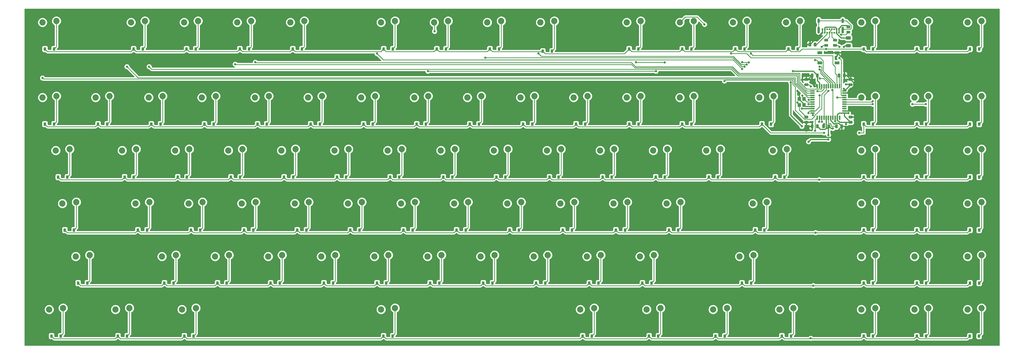
<source format=gbl>
%TF.GenerationSoftware,KiCad,Pcbnew,(5.1.6)-1*%
%TF.CreationDate,2020-08-03T21:56:52-05:00*%
%TF.ProjectId,customKeyboard,63757374-6f6d-44b6-9579-626f6172642e,rev?*%
%TF.SameCoordinates,Original*%
%TF.FileFunction,Copper,L2,Bot*%
%TF.FilePolarity,Positive*%
%FSLAX46Y46*%
G04 Gerber Fmt 4.6, Leading zero omitted, Abs format (unit mm)*
G04 Created by KiCad (PCBNEW (5.1.6)-1) date 2020-08-03 21:56:52*
%MOMM*%
%LPD*%
G01*
G04 APERTURE LIST*
%TA.AperFunction,ComponentPad*%
%ADD10C,2.250000*%
%TD*%
%TA.AperFunction,SMDPad,CuDef*%
%ADD11R,1.200000X1.400000*%
%TD*%
%TA.AperFunction,SMDPad,CuDef*%
%ADD12R,1.500000X0.550000*%
%TD*%
%TA.AperFunction,SMDPad,CuDef*%
%ADD13R,0.550000X1.500000*%
%TD*%
%TA.AperFunction,SMDPad,CuDef*%
%ADD14R,1.800000X1.100000*%
%TD*%
%TA.AperFunction,ComponentPad*%
%ADD15C,0.650000*%
%TD*%
%TA.AperFunction,ComponentPad*%
%ADD16O,0.900000X2.400000*%
%TD*%
%TA.AperFunction,ComponentPad*%
%ADD17O,0.900000X1.700000*%
%TD*%
%TA.AperFunction,SMDPad,CuDef*%
%ADD18R,0.900000X1.200000*%
%TD*%
%TA.AperFunction,ViaPad*%
%ADD19C,0.800000*%
%TD*%
%TA.AperFunction,Conductor*%
%ADD20C,0.254000*%
%TD*%
%TA.AperFunction,Conductor*%
%ADD21C,0.381000*%
%TD*%
G04 APERTURE END LIST*
D10*
%TO.P,ALPS74,1*%
%TO.N,COL14*%
X343575000Y-27750000D03*
%TO.P,ALPS74,2*%
%TO.N,Net-(ALPS74-Pad2)*%
X348575000Y-27250000D03*
%TD*%
%TO.P,F1,2*%
%TO.N,+5V*%
%TA.AperFunction,SMDPad,CuDef*%
G36*
G01*
X338306250Y-35512500D02*
X339556250Y-35512500D01*
G75*
G02*
X339806250Y-35762500I0J-250000D01*
G01*
X339806250Y-36512500D01*
G75*
G02*
X339556250Y-36762500I-250000J0D01*
G01*
X338306250Y-36762500D01*
G75*
G02*
X338056250Y-36512500I0J250000D01*
G01*
X338056250Y-35762500D01*
G75*
G02*
X338306250Y-35512500I250000J0D01*
G01*
G37*
%TD.AperFunction*%
%TO.P,F1,1*%
%TO.N,VCC*%
%TA.AperFunction,SMDPad,CuDef*%
G36*
G01*
X338306250Y-32712500D02*
X339556250Y-32712500D01*
G75*
G02*
X339806250Y-32962500I0J-250000D01*
G01*
X339806250Y-33712500D01*
G75*
G02*
X339556250Y-33962500I-250000J0D01*
G01*
X338306250Y-33962500D01*
G75*
G02*
X338056250Y-33712500I0J250000D01*
G01*
X338056250Y-32962500D01*
G75*
G02*
X338306250Y-32712500I250000J0D01*
G01*
G37*
%TD.AperFunction*%
%TD*%
%TO.P,R5,2*%
%TO.N,GND*%
%TA.AperFunction,SMDPad,CuDef*%
G36*
G01*
X339387500Y-29856250D02*
X338475000Y-29856250D01*
G75*
G02*
X338231250Y-29612500I0J243750D01*
G01*
X338231250Y-29125000D01*
G75*
G02*
X338475000Y-28881250I243750J0D01*
G01*
X339387500Y-28881250D01*
G75*
G02*
X339631250Y-29125000I0J-243750D01*
G01*
X339631250Y-29612500D01*
G75*
G02*
X339387500Y-29856250I-243750J0D01*
G01*
G37*
%TD.AperFunction*%
%TO.P,R5,1*%
%TO.N,Net-(J1-PadB5)*%
%TA.AperFunction,SMDPad,CuDef*%
G36*
G01*
X339387500Y-31731250D02*
X338475000Y-31731250D01*
G75*
G02*
X338231250Y-31487500I0J243750D01*
G01*
X338231250Y-31000000D01*
G75*
G02*
X338475000Y-30756250I243750J0D01*
G01*
X339387500Y-30756250D01*
G75*
G02*
X339631250Y-31000000I0J-243750D01*
G01*
X339631250Y-31487500D01*
G75*
G02*
X339387500Y-31731250I-243750J0D01*
G01*
G37*
%TD.AperFunction*%
%TD*%
%TO.P,R2,2*%
%TO.N,D+*%
%TA.AperFunction,SMDPad,CuDef*%
G36*
G01*
X331450000Y-34618750D02*
X330537500Y-34618750D01*
G75*
G02*
X330293750Y-34375000I0J243750D01*
G01*
X330293750Y-33887500D01*
G75*
G02*
X330537500Y-33643750I243750J0D01*
G01*
X331450000Y-33643750D01*
G75*
G02*
X331693750Y-33887500I0J-243750D01*
G01*
X331693750Y-34375000D01*
G75*
G02*
X331450000Y-34618750I-243750J0D01*
G01*
G37*
%TD.AperFunction*%
%TO.P,R2,1*%
%TO.N,Net-(R2-Pad1)*%
%TA.AperFunction,SMDPad,CuDef*%
G36*
G01*
X331450000Y-36493750D02*
X330537500Y-36493750D01*
G75*
G02*
X330293750Y-36250000I0J243750D01*
G01*
X330293750Y-35762500D01*
G75*
G02*
X330537500Y-35518750I243750J0D01*
G01*
X331450000Y-35518750D01*
G75*
G02*
X331693750Y-35762500I0J-243750D01*
G01*
X331693750Y-36250000D01*
G75*
G02*
X331450000Y-36493750I-243750J0D01*
G01*
G37*
%TD.AperFunction*%
%TD*%
%TO.P,C7,2*%
%TO.N,GND*%
%TA.AperFunction,SMDPad,CuDef*%
G36*
G01*
X323393750Y-63156250D02*
X324306250Y-63156250D01*
G75*
G02*
X324550000Y-63400000I0J-243750D01*
G01*
X324550000Y-63887500D01*
G75*
G02*
X324306250Y-64131250I-243750J0D01*
G01*
X323393750Y-64131250D01*
G75*
G02*
X323150000Y-63887500I0J243750D01*
G01*
X323150000Y-63400000D01*
G75*
G02*
X323393750Y-63156250I243750J0D01*
G01*
G37*
%TD.AperFunction*%
%TO.P,C7,1*%
%TO.N,Net-(C7-Pad1)*%
%TA.AperFunction,SMDPad,CuDef*%
G36*
G01*
X323393750Y-61281250D02*
X324306250Y-61281250D01*
G75*
G02*
X324550000Y-61525000I0J-243750D01*
G01*
X324550000Y-62012500D01*
G75*
G02*
X324306250Y-62256250I-243750J0D01*
G01*
X323393750Y-62256250D01*
G75*
G02*
X323150000Y-62012500I0J243750D01*
G01*
X323150000Y-61525000D01*
G75*
G02*
X323393750Y-61281250I243750J0D01*
G01*
G37*
%TD.AperFunction*%
%TD*%
%TO.P,ALPS1,1*%
%TO.N,COL0*%
X49887500Y-27750000D03*
%TO.P,ALPS1,2*%
%TO.N,Net-(ALPS1-Pad2)*%
X54887500Y-27250000D03*
%TD*%
%TO.P,R6,2*%
%TO.N,GND*%
%TA.AperFunction,SMDPad,CuDef*%
G36*
G01*
X325637500Y-35262500D02*
X325637500Y-36175000D01*
G75*
G02*
X325393750Y-36418750I-243750J0D01*
G01*
X324906250Y-36418750D01*
G75*
G02*
X324662500Y-36175000I0J243750D01*
G01*
X324662500Y-35262500D01*
G75*
G02*
X324906250Y-35018750I243750J0D01*
G01*
X325393750Y-35018750D01*
G75*
G02*
X325637500Y-35262500I0J-243750D01*
G01*
G37*
%TD.AperFunction*%
%TO.P,R6,1*%
%TO.N,Net-(J1-PadA5)*%
%TA.AperFunction,SMDPad,CuDef*%
G36*
G01*
X327512500Y-35262500D02*
X327512500Y-36175000D01*
G75*
G02*
X327268750Y-36418750I-243750J0D01*
G01*
X326781250Y-36418750D01*
G75*
G02*
X326537500Y-36175000I0J243750D01*
G01*
X326537500Y-35262500D01*
G75*
G02*
X326781250Y-35018750I243750J0D01*
G01*
X327268750Y-35018750D01*
G75*
G02*
X327512500Y-35262500I0J-243750D01*
G01*
G37*
%TD.AperFunction*%
%TD*%
%TO.P,ALPS70,1*%
%TO.N,COL12*%
X304681250Y-92837500D03*
%TO.P,ALPS70,2*%
%TO.N,Net-(ALPS70-Pad2)*%
X309681250Y-92337500D03*
%TD*%
D11*
%TO.P,Y1,4*%
%TO.N,GND*%
X321356250Y-55256250D03*
%TO.P,Y1,3*%
%TO.N,Net-(C7-Pad1)*%
X321356250Y-57456250D03*
%TO.P,Y1,2*%
%TO.N,GND*%
X323056250Y-57456250D03*
%TO.P,Y1,1*%
%TO.N,Net-(C6-Pad1)*%
X323056250Y-55256250D03*
%TD*%
D12*
%TO.P,U1,44*%
%TO.N,+5V*%
X337487500Y-60356250D03*
%TO.P,U1,43*%
%TO.N,GND*%
X337487500Y-59556250D03*
%TO.P,U1,42*%
%TO.N,Net-(U1-Pad42)*%
X337487500Y-58756250D03*
%TO.P,U1,41*%
%TO.N,Net-(U1-Pad41)*%
X337487500Y-57956250D03*
%TO.P,U1,40*%
%TO.N,COL16*%
X337487500Y-57156250D03*
%TO.P,U1,39*%
%TO.N,COL15*%
X337487500Y-56356250D03*
%TO.P,U1,38*%
%TO.N,COL14*%
X337487500Y-55556250D03*
%TO.P,U1,37*%
%TO.N,COL13*%
X337487500Y-54756250D03*
%TO.P,U1,36*%
%TO.N,COL12*%
X337487500Y-53956250D03*
%TO.P,U1,35*%
%TO.N,GND*%
X337487500Y-53156250D03*
%TO.P,U1,34*%
%TO.N,+5V*%
X337487500Y-52356250D03*
D13*
%TO.P,U1,33*%
%TO.N,Net-(R1-Pad2)*%
X335787500Y-50656250D03*
%TO.P,U1,32*%
%TO.N,COL11*%
X334987500Y-50656250D03*
%TO.P,U1,31*%
%TO.N,COL10*%
X334187500Y-50656250D03*
%TO.P,U1,30*%
%TO.N,COL9*%
X333387500Y-50656250D03*
%TO.P,U1,29*%
%TO.N,COL8*%
X332587500Y-50656250D03*
%TO.P,U1,28*%
%TO.N,COL7*%
X331787500Y-50656250D03*
%TO.P,U1,27*%
%TO.N,COL6*%
X330987500Y-50656250D03*
%TO.P,U1,26*%
%TO.N,COL5*%
X330187500Y-50656250D03*
%TO.P,U1,25*%
%TO.N,COL4*%
X329387500Y-50656250D03*
%TO.P,U1,24*%
%TO.N,+5V*%
X328587500Y-50656250D03*
%TO.P,U1,23*%
%TO.N,GND*%
X327787500Y-50656250D03*
D12*
%TO.P,U1,22*%
%TO.N,COL3*%
X326087500Y-52356250D03*
%TO.P,U1,21*%
%TO.N,COL2*%
X326087500Y-53156250D03*
%TO.P,U1,20*%
%TO.N,COL1*%
X326087500Y-53956250D03*
%TO.P,U1,19*%
%TO.N,COL0*%
X326087500Y-54756250D03*
%TO.P,U1,18*%
%TO.N,ROW5*%
X326087500Y-55556250D03*
%TO.P,U1,17*%
%TO.N,Net-(C6-Pad1)*%
X326087500Y-56356250D03*
%TO.P,U1,16*%
%TO.N,Net-(C7-Pad1)*%
X326087500Y-57156250D03*
%TO.P,U1,15*%
%TO.N,GND*%
X326087500Y-57956250D03*
%TO.P,U1,14*%
%TO.N,+5V*%
X326087500Y-58756250D03*
%TO.P,U1,13*%
%TO.N,Net-(R4-Pad2)*%
X326087500Y-59556250D03*
%TO.P,U1,12*%
%TO.N,ROW4*%
X326087500Y-60356250D03*
D13*
%TO.P,U1,11*%
%TO.N,ROW3*%
X327787500Y-62056250D03*
%TO.P,U1,10*%
%TO.N,ROW2*%
X328587500Y-62056250D03*
%TO.P,U1,9*%
%TO.N,ROW1*%
X329387500Y-62056250D03*
%TO.P,U1,8*%
%TO.N,ROW0*%
X330187500Y-62056250D03*
%TO.P,U1,7*%
%TO.N,+5V*%
X330987500Y-62056250D03*
%TO.P,U1,6*%
%TO.N,Net-(C1-Pad1)*%
X331787500Y-62056250D03*
%TO.P,U1,5*%
%TO.N,GND*%
X332587500Y-62056250D03*
%TO.P,U1,4*%
%TO.N,Net-(R2-Pad1)*%
X333387500Y-62056250D03*
%TO.P,U1,3*%
%TO.N,Net-(R3-Pad1)*%
X334187500Y-62056250D03*
%TO.P,U1,2*%
%TO.N,+5V*%
X334987500Y-62056250D03*
%TO.P,U1,1*%
%TO.N,Net-(U1-Pad1)*%
X335787500Y-62056250D03*
%TD*%
D14*
%TO.P,SW1,4*%
%TO.N,N/C*%
X328687500Y-38631250D03*
%TO.P,SW1,3*%
X334887500Y-42331250D03*
%TO.P,SW1,2*%
%TO.N,Net-(R4-Pad2)*%
X328687500Y-42331250D03*
%TO.P,SW1,1*%
%TO.N,GND*%
X334887500Y-38631250D03*
%TD*%
%TO.P,R4,2*%
%TO.N,Net-(R4-Pad2)*%
%TA.AperFunction,SMDPad,CuDef*%
G36*
G01*
X330543750Y-64631250D02*
X330543750Y-65543750D01*
G75*
G02*
X330300000Y-65787500I-243750J0D01*
G01*
X329812500Y-65787500D01*
G75*
G02*
X329568750Y-65543750I0J243750D01*
G01*
X329568750Y-64631250D01*
G75*
G02*
X329812500Y-64387500I243750J0D01*
G01*
X330300000Y-64387500D01*
G75*
G02*
X330543750Y-64631250I0J-243750D01*
G01*
G37*
%TD.AperFunction*%
%TO.P,R4,1*%
%TO.N,+5V*%
%TA.AperFunction,SMDPad,CuDef*%
G36*
G01*
X332418750Y-64631250D02*
X332418750Y-65543750D01*
G75*
G02*
X332175000Y-65787500I-243750J0D01*
G01*
X331687500Y-65787500D01*
G75*
G02*
X331443750Y-65543750I0J243750D01*
G01*
X331443750Y-64631250D01*
G75*
G02*
X331687500Y-64387500I243750J0D01*
G01*
X332175000Y-64387500D01*
G75*
G02*
X332418750Y-64631250I0J-243750D01*
G01*
G37*
%TD.AperFunction*%
%TD*%
%TO.P,R3,2*%
%TO.N,D-*%
%TA.AperFunction,SMDPad,CuDef*%
G36*
G01*
X334625000Y-34618750D02*
X333712500Y-34618750D01*
G75*
G02*
X333468750Y-34375000I0J243750D01*
G01*
X333468750Y-33887500D01*
G75*
G02*
X333712500Y-33643750I243750J0D01*
G01*
X334625000Y-33643750D01*
G75*
G02*
X334868750Y-33887500I0J-243750D01*
G01*
X334868750Y-34375000D01*
G75*
G02*
X334625000Y-34618750I-243750J0D01*
G01*
G37*
%TD.AperFunction*%
%TO.P,R3,1*%
%TO.N,Net-(R3-Pad1)*%
%TA.AperFunction,SMDPad,CuDef*%
G36*
G01*
X334625000Y-36493750D02*
X333712500Y-36493750D01*
G75*
G02*
X333468750Y-36250000I0J243750D01*
G01*
X333468750Y-35762500D01*
G75*
G02*
X333712500Y-35518750I243750J0D01*
G01*
X334625000Y-35518750D01*
G75*
G02*
X334868750Y-35762500I0J-243750D01*
G01*
X334868750Y-36250000D01*
G75*
G02*
X334625000Y-36493750I-243750J0D01*
G01*
G37*
%TD.AperFunction*%
%TD*%
%TO.P,R1,2*%
%TO.N,Net-(R1-Pad2)*%
%TA.AperFunction,SMDPad,CuDef*%
G36*
G01*
X336100000Y-46375000D02*
X336100000Y-47287500D01*
G75*
G02*
X335856250Y-47531250I-243750J0D01*
G01*
X335368750Y-47531250D01*
G75*
G02*
X335125000Y-47287500I0J243750D01*
G01*
X335125000Y-46375000D01*
G75*
G02*
X335368750Y-46131250I243750J0D01*
G01*
X335856250Y-46131250D01*
G75*
G02*
X336100000Y-46375000I0J-243750D01*
G01*
G37*
%TD.AperFunction*%
%TO.P,R1,1*%
%TO.N,GND*%
%TA.AperFunction,SMDPad,CuDef*%
G36*
G01*
X337975000Y-46375000D02*
X337975000Y-47287500D01*
G75*
G02*
X337731250Y-47531250I-243750J0D01*
G01*
X337243750Y-47531250D01*
G75*
G02*
X337000000Y-47287500I0J243750D01*
G01*
X337000000Y-46375000D01*
G75*
G02*
X337243750Y-46131250I243750J0D01*
G01*
X337731250Y-46131250D01*
G75*
G02*
X337975000Y-46375000I0J-243750D01*
G01*
G37*
%TD.AperFunction*%
%TD*%
D15*
%TO.P,J1,A5*%
%TO.N,Net-(J1-PadA5)*%
X331306250Y-31500000D03*
%TO.P,J1,A1*%
%TO.N,GND*%
X329606250Y-31500000D03*
%TO.P,J1,A4*%
%TO.N,VCC*%
X330456250Y-31500000D03*
%TO.P,J1,A6*%
%TO.N,D+*%
X332156250Y-31500000D03*
%TO.P,J1,A7*%
%TO.N,D-*%
X333006250Y-31500000D03*
%TO.P,J1,A8*%
%TO.N,Net-(J1-PadA8)*%
X333856250Y-31500000D03*
%TO.P,J1,A9*%
%TO.N,VCC*%
X334706250Y-31500000D03*
%TO.P,J1,A12*%
%TO.N,GND*%
X335556250Y-31500000D03*
%TO.P,J1,B12*%
X329606250Y-30175000D03*
%TO.P,J1,B9*%
%TO.N,VCC*%
X330461250Y-30175000D03*
%TO.P,J1,B8*%
%TO.N,Net-(J1-PadB8)*%
X331311250Y-30175000D03*
%TO.P,J1,B7*%
%TO.N,D-*%
X332161250Y-30175000D03*
%TO.P,J1,B6*%
%TO.N,D+*%
X333011250Y-30175000D03*
%TO.P,J1,B5*%
%TO.N,Net-(J1-PadB5)*%
X333861250Y-30175000D03*
%TO.P,J1,B4*%
%TO.N,VCC*%
X334711250Y-30175000D03*
%TO.P,J1,B1*%
%TO.N,GND*%
X335561250Y-30175000D03*
D16*
%TO.P,J1,S1*%
%TO.N,Net-(J1-PadS1)*%
X328256250Y-30520000D03*
X336906250Y-30520000D03*
D17*
X328256250Y-27140000D03*
X336906250Y-27140000D03*
%TD*%
D18*
%TO.P,D92,2*%
%TO.N,Net-(ALPS92-Pad2)*%
X292162500Y-83343750D03*
%TO.P,D92,1*%
%TO.N,ROW2*%
X288862500Y-83343750D03*
%TD*%
%TO.P,D91,2*%
%TO.N,Net-(ALPS91-Pad2)*%
X385782500Y-140493750D03*
%TO.P,D91,1*%
%TO.N,ROW5*%
X382482500Y-140493750D03*
%TD*%
%TO.P,D90,2*%
%TO.N,Net-(ALPS90-Pad2)*%
X385825000Y-121443750D03*
%TO.P,D90,1*%
%TO.N,ROW4*%
X382525000Y-121443750D03*
%TD*%
%TO.P,D89,2*%
%TO.N,Net-(ALPS89-Pad2)*%
X385825000Y-102393750D03*
%TO.P,D89,1*%
%TO.N,ROW3*%
X382525000Y-102393750D03*
%TD*%
%TO.P,D88,2*%
%TO.N,Net-(ALPS88-Pad2)*%
X385825000Y-83343750D03*
%TO.P,D88,1*%
%TO.N,ROW2*%
X382525000Y-83343750D03*
%TD*%
%TO.P,D87,2*%
%TO.N,Net-(ALPS87-Pad2)*%
X385825000Y-64293750D03*
%TO.P,D87,1*%
%TO.N,ROW1*%
X382525000Y-64293750D03*
%TD*%
%TO.P,D86,2*%
%TO.N,Net-(ALPS86-Pad2)*%
X385825000Y-37306250D03*
%TO.P,D86,1*%
%TO.N,ROW0*%
X382525000Y-37306250D03*
%TD*%
%TO.P,D85,2*%
%TO.N,Net-(ALPS85-Pad2)*%
X366775000Y-140493750D03*
%TO.P,D85,1*%
%TO.N,ROW5*%
X363475000Y-140493750D03*
%TD*%
%TO.P,D84,2*%
%TO.N,Net-(ALPS84-Pad2)*%
X366775000Y-121443750D03*
%TO.P,D84,1*%
%TO.N,ROW4*%
X363475000Y-121443750D03*
%TD*%
%TO.P,D83,2*%
%TO.N,Net-(ALPS83-Pad2)*%
X366775000Y-102393750D03*
%TO.P,D83,1*%
%TO.N,ROW3*%
X363475000Y-102393750D03*
%TD*%
%TO.P,D82,2*%
%TO.N,Net-(ALPS82-Pad2)*%
X366775000Y-83343750D03*
%TO.P,D82,1*%
%TO.N,ROW2*%
X363475000Y-83343750D03*
%TD*%
%TO.P,D81,2*%
%TO.N,Net-(ALPS81-Pad2)*%
X366775000Y-64293750D03*
%TO.P,D81,1*%
%TO.N,ROW1*%
X363475000Y-64293750D03*
%TD*%
%TO.P,D80,2*%
%TO.N,Net-(ALPS80-Pad2)*%
X366775000Y-37306250D03*
%TO.P,D80,1*%
%TO.N,ROW0*%
X363475000Y-37306250D03*
%TD*%
%TO.P,D79,2*%
%TO.N,Net-(ALPS79-Pad2)*%
X347725000Y-140493750D03*
%TO.P,D79,1*%
%TO.N,ROW5*%
X344425000Y-140493750D03*
%TD*%
%TO.P,D78,2*%
%TO.N,Net-(ALPS78-Pad2)*%
X347725000Y-121443750D03*
%TO.P,D78,1*%
%TO.N,ROW4*%
X344425000Y-121443750D03*
%TD*%
%TO.P,D77,2*%
%TO.N,Net-(ALPS77-Pad2)*%
X347725000Y-102393750D03*
%TO.P,D77,1*%
%TO.N,ROW3*%
X344425000Y-102393750D03*
%TD*%
%TO.P,D76,2*%
%TO.N,Net-(ALPS76-Pad2)*%
X347725000Y-83343750D03*
%TO.P,D76,1*%
%TO.N,ROW2*%
X344425000Y-83343750D03*
%TD*%
%TO.P,D75,2*%
%TO.N,Net-(ALPS75-Pad2)*%
X347725000Y-64293750D03*
%TO.P,D75,1*%
%TO.N,ROW1*%
X344425000Y-64293750D03*
%TD*%
%TO.P,D74,2*%
%TO.N,Net-(ALPS74-Pad2)*%
X347725000Y-37306250D03*
%TO.P,D74,1*%
%TO.N,ROW0*%
X344425000Y-37306250D03*
%TD*%
%TO.P,D73,2*%
%TO.N,Net-(ALPS73-Pad2)*%
X311212500Y-64293750D03*
%TO.P,D73,1*%
%TO.N,ROW1*%
X307912500Y-64293750D03*
%TD*%
%TO.P,D72,2*%
%TO.N,Net-(ALPS72-Pad2)*%
X320737500Y-37306250D03*
%TO.P,D72,1*%
%TO.N,ROW0*%
X317437500Y-37306250D03*
%TD*%
%TO.P,D71,2*%
%TO.N,Net-(ALPS71-Pad2)*%
X315975000Y-83343750D03*
%TO.P,D71,1*%
%TO.N,ROW2*%
X312675000Y-83343750D03*
%TD*%
%TO.P,D70,2*%
%TO.N,Net-(ALPS70-Pad2)*%
X308831250Y-102393750D03*
%TO.P,D70,1*%
%TO.N,ROW3*%
X305531250Y-102393750D03*
%TD*%
%TO.P,D69,2*%
%TO.N,Net-(ALPS69-Pad2)*%
X318356250Y-140493750D03*
%TO.P,D69,1*%
%TO.N,ROW5*%
X315056250Y-140493750D03*
%TD*%
%TO.P,D68,2*%
%TO.N,Net-(ALPS68-Pad2)*%
X304068750Y-121443750D03*
%TO.P,D68,1*%
%TO.N,ROW4*%
X300768750Y-121443750D03*
%TD*%
%TO.P,D67,2*%
%TO.N,Net-(ALPS67-Pad2)*%
X282637500Y-64293750D03*
%TO.P,D67,1*%
%TO.N,ROW1*%
X279337500Y-64293750D03*
%TD*%
%TO.P,D66,2*%
%TO.N,Net-(ALPS66-Pad2)*%
X301687500Y-37306250D03*
%TO.P,D66,1*%
%TO.N,ROW0*%
X298387500Y-37306250D03*
%TD*%
%TO.P,D65,2*%
%TO.N,Net-(ALPS65-Pad2)*%
X277875000Y-102393750D03*
%TO.P,D65,1*%
%TO.N,ROW3*%
X274575000Y-102393750D03*
%TD*%
%TO.P,D64,2*%
%TO.N,Net-(ALPS64-Pad2)*%
X273112500Y-83343750D03*
%TO.P,D64,1*%
%TO.N,ROW2*%
X269812500Y-83343750D03*
%TD*%
%TO.P,D63,2*%
%TO.N,Net-(ALPS63-Pad2)*%
X294606250Y-140493750D03*
%TO.P,D63,1*%
%TO.N,ROW5*%
X291306250Y-140493750D03*
%TD*%
%TO.P,D62,2*%
%TO.N,Net-(ALPS62-Pad2)*%
X263650000Y-64293750D03*
%TO.P,D62,1*%
%TO.N,ROW1*%
X260350000Y-64293750D03*
%TD*%
%TO.P,D61,2*%
%TO.N,Net-(ALPS61-Pad2)*%
X282637500Y-37306250D03*
%TO.P,D61,1*%
%TO.N,ROW0*%
X279337500Y-37306250D03*
%TD*%
%TO.P,D60,2*%
%TO.N,Net-(ALPS60-Pad2)*%
X268350000Y-121443750D03*
%TO.P,D60,1*%
%TO.N,ROW4*%
X265050000Y-121443750D03*
%TD*%
%TO.P,D59,2*%
%TO.N,Net-(ALPS59-Pad2)*%
X258825000Y-102393750D03*
%TO.P,D59,1*%
%TO.N,ROW3*%
X255525000Y-102393750D03*
%TD*%
%TO.P,D58,2*%
%TO.N,Net-(ALPS58-Pad2)*%
X254062500Y-83343750D03*
%TO.P,D58,1*%
%TO.N,ROW2*%
X250762500Y-83343750D03*
%TD*%
%TO.P,D57,2*%
%TO.N,Net-(ALPS57-Pad2)*%
X244537500Y-64293750D03*
%TO.P,D57,1*%
%TO.N,ROW1*%
X241237500Y-64293750D03*
%TD*%
%TO.P,D56,2*%
%TO.N,Net-(ALPS56-Pad2)*%
X263587500Y-37306250D03*
%TO.P,D56,1*%
%TO.N,ROW0*%
X260287500Y-37306250D03*
%TD*%
%TO.P,D55,2*%
%TO.N,Net-(ALPS55-Pad2)*%
X249300000Y-121443750D03*
%TO.P,D55,1*%
%TO.N,ROW4*%
X246000000Y-121443750D03*
%TD*%
%TO.P,D54,2*%
%TO.N,Net-(ALPS54-Pad2)*%
X270731250Y-140493750D03*
%TO.P,D54,1*%
%TO.N,ROW5*%
X267431250Y-140493750D03*
%TD*%
%TO.P,D53,2*%
%TO.N,Net-(ALPS53-Pad2)*%
X239775000Y-102393750D03*
%TO.P,D53,1*%
%TO.N,ROW3*%
X236475000Y-102393750D03*
%TD*%
%TO.P,D52,2*%
%TO.N,Net-(ALPS52-Pad2)*%
X235012500Y-83343750D03*
%TO.P,D52,1*%
%TO.N,ROW2*%
X231712500Y-83343750D03*
%TD*%
%TO.P,D51,2*%
%TO.N,Net-(ALPS51-Pad2)*%
X225550000Y-64293750D03*
%TO.P,D51,1*%
%TO.N,ROW1*%
X222250000Y-64293750D03*
%TD*%
%TO.P,D50,2*%
%TO.N,Net-(ALPS50-Pad2)*%
X230250000Y-121443750D03*
%TO.P,D50,1*%
%TO.N,ROW4*%
X226950000Y-121443750D03*
%TD*%
%TO.P,D49,2*%
%TO.N,Net-(ALPS49-Pad2)*%
X232631250Y-38100000D03*
%TO.P,D49,1*%
%TO.N,ROW0*%
X229331250Y-38100000D03*
%TD*%
%TO.P,D48,2*%
%TO.N,Net-(ALPS48-Pad2)*%
X246918750Y-140493750D03*
%TO.P,D48,1*%
%TO.N,ROW5*%
X243618750Y-140493750D03*
%TD*%
%TO.P,D47,2*%
%TO.N,Net-(ALPS47-Pad2)*%
X220725000Y-102393750D03*
%TO.P,D47,1*%
%TO.N,ROW3*%
X217425000Y-102393750D03*
%TD*%
%TO.P,D46,2*%
%TO.N,Net-(ALPS46-Pad2)*%
X215962500Y-83343750D03*
%TO.P,D46,1*%
%TO.N,ROW2*%
X212662500Y-83343750D03*
%TD*%
%TO.P,D45,2*%
%TO.N,Net-(ALPS45-Pad2)*%
X206437500Y-64293750D03*
%TO.P,D45,1*%
%TO.N,ROW1*%
X203137500Y-64293750D03*
%TD*%
%TO.P,D44,2*%
%TO.N,Net-(ALPS44-Pad2)*%
X211262500Y-121443750D03*
%TO.P,D44,1*%
%TO.N,ROW4*%
X207962500Y-121443750D03*
%TD*%
%TO.P,D43,2*%
%TO.N,Net-(ALPS43-Pad2)*%
X213643750Y-37306250D03*
%TO.P,D43,1*%
%TO.N,ROW0*%
X210343750Y-37306250D03*
%TD*%
%TO.P,D42,2*%
%TO.N,Net-(ALPS42-Pad2)*%
X201675000Y-102393750D03*
%TO.P,D42,1*%
%TO.N,ROW3*%
X198375000Y-102393750D03*
%TD*%
%TO.P,D41,2*%
%TO.N,Net-(ALPS41-Pad2)*%
X196912500Y-83343750D03*
%TO.P,D41,1*%
%TO.N,ROW2*%
X193612500Y-83343750D03*
%TD*%
%TO.P,D40,2*%
%TO.N,Net-(ALPS40-Pad2)*%
X187387500Y-64293750D03*
%TO.P,D40,1*%
%TO.N,ROW1*%
X184087500Y-64293750D03*
%TD*%
%TO.P,D39,2*%
%TO.N,Net-(ALPS39-Pad2)*%
X192212500Y-121443750D03*
%TO.P,D39,1*%
%TO.N,ROW4*%
X188912500Y-121443750D03*
%TD*%
%TO.P,D38,2*%
%TO.N,Net-(ALPS38-Pad2)*%
X194593750Y-37306250D03*
%TO.P,D38,1*%
%TO.N,ROW0*%
X191293750Y-37306250D03*
%TD*%
%TO.P,D37,2*%
%TO.N,Net-(ALPS37-Pad2)*%
X182625000Y-102393750D03*
%TO.P,D37,1*%
%TO.N,ROW3*%
X179325000Y-102393750D03*
%TD*%
%TO.P,D36,2*%
%TO.N,Net-(ALPS36-Pad2)*%
X177862500Y-83343750D03*
%TO.P,D36,1*%
%TO.N,ROW2*%
X174562500Y-83343750D03*
%TD*%
%TO.P,D35,2*%
%TO.N,Net-(ALPS35-Pad2)*%
X168337500Y-64293750D03*
%TO.P,D35,1*%
%TO.N,ROW1*%
X165037500Y-64293750D03*
%TD*%
%TO.P,D34,2*%
%TO.N,Net-(ALPS34-Pad2)*%
X173162500Y-121443750D03*
%TO.P,D34,1*%
%TO.N,ROW4*%
X169862500Y-121443750D03*
%TD*%
%TO.P,D33,2*%
%TO.N,Net-(ALPS33-Pad2)*%
X175481250Y-140493750D03*
%TO.P,D33,1*%
%TO.N,ROW5*%
X172181250Y-140493750D03*
%TD*%
%TO.P,D32,2*%
%TO.N,Net-(ALPS32-Pad2)*%
X175543750Y-37306250D03*
%TO.P,D32,1*%
%TO.N,ROW0*%
X172243750Y-37306250D03*
%TD*%
%TO.P,D31,2*%
%TO.N,Net-(ALPS31-Pad2)*%
X163575000Y-102393750D03*
%TO.P,D31,1*%
%TO.N,ROW3*%
X160275000Y-102393750D03*
%TD*%
%TO.P,D30,2*%
%TO.N,Net-(ALPS30-Pad2)*%
X158812500Y-83343750D03*
%TO.P,D30,1*%
%TO.N,ROW2*%
X155512500Y-83343750D03*
%TD*%
%TO.P,D29,2*%
%TO.N,Net-(ALPS29-Pad2)*%
X149350000Y-64293750D03*
%TO.P,D29,1*%
%TO.N,ROW1*%
X146050000Y-64293750D03*
%TD*%
%TO.P,D28,2*%
%TO.N,Net-(ALPS28-Pad2)*%
X154112500Y-121443750D03*
%TO.P,D28,1*%
%TO.N,ROW4*%
X150812500Y-121443750D03*
%TD*%
%TO.P,D27,2*%
%TO.N,Net-(ALPS27-Pad2)*%
X144525000Y-102393750D03*
%TO.P,D27,1*%
%TO.N,ROW3*%
X141225000Y-102393750D03*
%TD*%
%TO.P,D26,2*%
%TO.N,Net-(ALPS26-Pad2)*%
X139825000Y-83343750D03*
%TO.P,D26,1*%
%TO.N,ROW2*%
X136525000Y-83343750D03*
%TD*%
%TO.P,D25,2*%
%TO.N,Net-(ALPS25-Pad2)*%
X142937500Y-37306250D03*
%TO.P,D25,1*%
%TO.N,ROW0*%
X139637500Y-37306250D03*
%TD*%
%TO.P,D24,2*%
%TO.N,Net-(ALPS24-Pad2)*%
X130300000Y-64293750D03*
%TO.P,D24,1*%
%TO.N,ROW1*%
X127000000Y-64293750D03*
%TD*%
%TO.P,D23,2*%
%TO.N,Net-(ALPS23-Pad2)*%
X135000000Y-121443750D03*
%TO.P,D23,1*%
%TO.N,ROW4*%
X131700000Y-121443750D03*
%TD*%
%TO.P,D22,2*%
%TO.N,Net-(ALPS22-Pad2)*%
X125475000Y-102393750D03*
%TO.P,D22,1*%
%TO.N,ROW3*%
X122175000Y-102393750D03*
%TD*%
%TO.P,D21,2*%
%TO.N,Net-(ALPS21-Pad2)*%
X120775000Y-83343750D03*
%TO.P,D21,1*%
%TO.N,ROW2*%
X117475000Y-83343750D03*
%TD*%
%TO.P,D20,2*%
%TO.N,Net-(ALPS20-Pad2)*%
X123950000Y-37306250D03*
%TO.P,D20,1*%
%TO.N,ROW0*%
X120650000Y-37306250D03*
%TD*%
%TO.P,D19,2*%
%TO.N,Net-(ALPS19-Pad2)*%
X111250000Y-64293750D03*
%TO.P,D19,1*%
%TO.N,ROW1*%
X107950000Y-64293750D03*
%TD*%
%TO.P,D18,2*%
%TO.N,Net-(ALPS18-Pad2)*%
X104043750Y-140493750D03*
%TO.P,D18,1*%
%TO.N,ROW5*%
X100743750Y-140493750D03*
%TD*%
%TO.P,D17,2*%
%TO.N,Net-(ALPS17-Pad2)*%
X115950000Y-121443750D03*
%TO.P,D17,1*%
%TO.N,ROW4*%
X112650000Y-121443750D03*
%TD*%
%TO.P,D16,2*%
%TO.N,Net-(ALPS16-Pad2)*%
X106487500Y-102393750D03*
%TO.P,D16,1*%
%TO.N,ROW3*%
X103187500Y-102393750D03*
%TD*%
%TO.P,D15,2*%
%TO.N,Net-(ALPS15-Pad2)*%
X101662500Y-83343750D03*
%TO.P,D15,1*%
%TO.N,ROW2*%
X98362500Y-83343750D03*
%TD*%
%TO.P,D14,2*%
%TO.N,Net-(ALPS14-Pad2)*%
X104837500Y-37306250D03*
%TO.P,D14,1*%
%TO.N,ROW0*%
X101537500Y-37306250D03*
%TD*%
%TO.P,D13,2*%
%TO.N,Net-(ALPS13-Pad2)*%
X92200000Y-64293750D03*
%TO.P,D13,1*%
%TO.N,ROW1*%
X88900000Y-64293750D03*
%TD*%
%TO.P,D12,2*%
%TO.N,Net-(ALPS12-Pad2)*%
X96900000Y-121443750D03*
%TO.P,D12,1*%
%TO.N,ROW4*%
X93600000Y-121443750D03*
%TD*%
%TO.P,D11,2*%
%TO.N,Net-(ALPS11-Pad2)*%
X80231250Y-140493750D03*
%TO.P,D11,1*%
%TO.N,ROW5*%
X76931250Y-140493750D03*
%TD*%
%TO.P,D10,2*%
%TO.N,Net-(ALPS10-Pad2)*%
X87375000Y-102393750D03*
%TO.P,D10,1*%
%TO.N,ROW3*%
X84075000Y-102393750D03*
%TD*%
%TO.P,D9,2*%
%TO.N,Net-(ALPS9-Pad2)*%
X82612500Y-83343750D03*
%TO.P,D9,1*%
%TO.N,ROW2*%
X79312500Y-83343750D03*
%TD*%
%TO.P,D8,2*%
%TO.N,Net-(ALPS8-Pad2)*%
X85850000Y-37306250D03*
%TO.P,D8,1*%
%TO.N,ROW0*%
X82550000Y-37306250D03*
%TD*%
%TO.P,D7,2*%
%TO.N,Net-(ALPS7-Pad2)*%
X73087500Y-64293750D03*
%TO.P,D7,1*%
%TO.N,ROW1*%
X69787500Y-64293750D03*
%TD*%
%TO.P,D6,2*%
%TO.N,Net-(ALPS6-Pad2)*%
X65943750Y-121443750D03*
%TO.P,D6,1*%
%TO.N,ROW4*%
X62643750Y-121443750D03*
%TD*%
%TO.P,D5,2*%
%TO.N,Net-(ALPS5-Pad2)*%
X56418750Y-140493750D03*
%TO.P,D5,1*%
%TO.N,ROW5*%
X53118750Y-140493750D03*
%TD*%
%TO.P,D4,2*%
%TO.N,Net-(ALPS4-Pad2)*%
X61181250Y-102393750D03*
%TO.P,D4,1*%
%TO.N,ROW3*%
X57881250Y-102393750D03*
%TD*%
%TO.P,D3,2*%
%TO.N,Net-(ALPS3-Pad2)*%
X58800000Y-83343750D03*
%TO.P,D3,1*%
%TO.N,ROW2*%
X55500000Y-83343750D03*
%TD*%
%TO.P,D2,2*%
%TO.N,Net-(ALPS2-Pad2)*%
X54037500Y-64293750D03*
%TO.P,D2,1*%
%TO.N,ROW1*%
X50737500Y-64293750D03*
%TD*%
%TO.P,D1,2*%
%TO.N,Net-(ALPS1-Pad2)*%
X54037500Y-37306250D03*
%TO.P,D1,1*%
%TO.N,ROW0*%
X50737500Y-37306250D03*
%TD*%
%TO.P,C6,2*%
%TO.N,GND*%
%TA.AperFunction,SMDPad,CuDef*%
G36*
G01*
X324306250Y-48762500D02*
X323393750Y-48762500D01*
G75*
G02*
X323150000Y-48518750I0J243750D01*
G01*
X323150000Y-48031250D01*
G75*
G02*
X323393750Y-47787500I243750J0D01*
G01*
X324306250Y-47787500D01*
G75*
G02*
X324550000Y-48031250I0J-243750D01*
G01*
X324550000Y-48518750D01*
G75*
G02*
X324306250Y-48762500I-243750J0D01*
G01*
G37*
%TD.AperFunction*%
%TO.P,C6,1*%
%TO.N,Net-(C6-Pad1)*%
%TA.AperFunction,SMDPad,CuDef*%
G36*
G01*
X324306250Y-50637500D02*
X323393750Y-50637500D01*
G75*
G02*
X323150000Y-50393750I0J243750D01*
G01*
X323150000Y-49906250D01*
G75*
G02*
X323393750Y-49662500I243750J0D01*
G01*
X324306250Y-49662500D01*
G75*
G02*
X324550000Y-49906250I0J-243750D01*
G01*
X324550000Y-50393750D01*
G75*
G02*
X324306250Y-50637500I-243750J0D01*
G01*
G37*
%TD.AperFunction*%
%TD*%
%TO.P,C5,2*%
%TO.N,GND*%
%TA.AperFunction,SMDPad,CuDef*%
G36*
G01*
X340181250Y-62256250D02*
X339268750Y-62256250D01*
G75*
G02*
X339025000Y-62012500I0J243750D01*
G01*
X339025000Y-61525000D01*
G75*
G02*
X339268750Y-61281250I243750J0D01*
G01*
X340181250Y-61281250D01*
G75*
G02*
X340425000Y-61525000I0J-243750D01*
G01*
X340425000Y-62012500D01*
G75*
G02*
X340181250Y-62256250I-243750J0D01*
G01*
G37*
%TD.AperFunction*%
%TO.P,C5,1*%
%TO.N,+5V*%
%TA.AperFunction,SMDPad,CuDef*%
G36*
G01*
X340181250Y-64131250D02*
X339268750Y-64131250D01*
G75*
G02*
X339025000Y-63887500I0J243750D01*
G01*
X339025000Y-63400000D01*
G75*
G02*
X339268750Y-63156250I243750J0D01*
G01*
X340181250Y-63156250D01*
G75*
G02*
X340425000Y-63400000I0J-243750D01*
G01*
X340425000Y-63887500D01*
G75*
G02*
X340181250Y-64131250I-243750J0D01*
G01*
G37*
%TD.AperFunction*%
%TD*%
%TO.P,C4,2*%
%TO.N,GND*%
%TA.AperFunction,SMDPad,CuDef*%
G36*
G01*
X326431250Y-64631250D02*
X326431250Y-65543750D01*
G75*
G02*
X326187500Y-65787500I-243750J0D01*
G01*
X325700000Y-65787500D01*
G75*
G02*
X325456250Y-65543750I0J243750D01*
G01*
X325456250Y-64631250D01*
G75*
G02*
X325700000Y-64387500I243750J0D01*
G01*
X326187500Y-64387500D01*
G75*
G02*
X326431250Y-64631250I0J-243750D01*
G01*
G37*
%TD.AperFunction*%
%TO.P,C4,1*%
%TO.N,+5V*%
%TA.AperFunction,SMDPad,CuDef*%
G36*
G01*
X328306250Y-64631250D02*
X328306250Y-65543750D01*
G75*
G02*
X328062500Y-65787500I-243750J0D01*
G01*
X327575000Y-65787500D01*
G75*
G02*
X327331250Y-65543750I0J243750D01*
G01*
X327331250Y-64631250D01*
G75*
G02*
X327575000Y-64387500I243750J0D01*
G01*
X328062500Y-64387500D01*
G75*
G02*
X328306250Y-64631250I0J-243750D01*
G01*
G37*
%TD.AperFunction*%
%TD*%
%TO.P,C3,2*%
%TO.N,GND*%
%TA.AperFunction,SMDPad,CuDef*%
G36*
G01*
X340181250Y-48762500D02*
X339268750Y-48762500D01*
G75*
G02*
X339025000Y-48518750I0J243750D01*
G01*
X339025000Y-48031250D01*
G75*
G02*
X339268750Y-47787500I243750J0D01*
G01*
X340181250Y-47787500D01*
G75*
G02*
X340425000Y-48031250I0J-243750D01*
G01*
X340425000Y-48518750D01*
G75*
G02*
X340181250Y-48762500I-243750J0D01*
G01*
G37*
%TD.AperFunction*%
%TO.P,C3,1*%
%TO.N,+5V*%
%TA.AperFunction,SMDPad,CuDef*%
G36*
G01*
X340181250Y-50637500D02*
X339268750Y-50637500D01*
G75*
G02*
X339025000Y-50393750I0J243750D01*
G01*
X339025000Y-49906250D01*
G75*
G02*
X339268750Y-49662500I243750J0D01*
G01*
X340181250Y-49662500D01*
G75*
G02*
X340425000Y-49906250I0J-243750D01*
G01*
X340425000Y-50393750D01*
G75*
G02*
X340181250Y-50637500I-243750J0D01*
G01*
G37*
%TD.AperFunction*%
%TD*%
%TO.P,C2,2*%
%TO.N,GND*%
%TA.AperFunction,SMDPad,CuDef*%
G36*
G01*
X326431250Y-46375000D02*
X326431250Y-47287500D01*
G75*
G02*
X326187500Y-47531250I-243750J0D01*
G01*
X325700000Y-47531250D01*
G75*
G02*
X325456250Y-47287500I0J243750D01*
G01*
X325456250Y-46375000D01*
G75*
G02*
X325700000Y-46131250I243750J0D01*
G01*
X326187500Y-46131250D01*
G75*
G02*
X326431250Y-46375000I0J-243750D01*
G01*
G37*
%TD.AperFunction*%
%TO.P,C2,1*%
%TO.N,+5V*%
%TA.AperFunction,SMDPad,CuDef*%
G36*
G01*
X328306250Y-46375000D02*
X328306250Y-47287500D01*
G75*
G02*
X328062500Y-47531250I-243750J0D01*
G01*
X327575000Y-47531250D01*
G75*
G02*
X327331250Y-47287500I0J243750D01*
G01*
X327331250Y-46375000D01*
G75*
G02*
X327575000Y-46131250I243750J0D01*
G01*
X328062500Y-46131250D01*
G75*
G02*
X328306250Y-46375000I0J-243750D01*
G01*
G37*
%TD.AperFunction*%
%TD*%
%TO.P,C1,2*%
%TO.N,GND*%
%TA.AperFunction,SMDPad,CuDef*%
G36*
G01*
X336062500Y-65543750D02*
X336062500Y-64631250D01*
G75*
G02*
X336306250Y-64387500I243750J0D01*
G01*
X336793750Y-64387500D01*
G75*
G02*
X337037500Y-64631250I0J-243750D01*
G01*
X337037500Y-65543750D01*
G75*
G02*
X336793750Y-65787500I-243750J0D01*
G01*
X336306250Y-65787500D01*
G75*
G02*
X336062500Y-65543750I0J243750D01*
G01*
G37*
%TD.AperFunction*%
%TO.P,C1,1*%
%TO.N,Net-(C1-Pad1)*%
%TA.AperFunction,SMDPad,CuDef*%
G36*
G01*
X334187500Y-65543750D02*
X334187500Y-64631250D01*
G75*
G02*
X334431250Y-64387500I243750J0D01*
G01*
X334918750Y-64387500D01*
G75*
G02*
X335162500Y-64631250I0J-243750D01*
G01*
X335162500Y-65543750D01*
G75*
G02*
X334918750Y-65787500I-243750J0D01*
G01*
X334431250Y-65787500D01*
G75*
G02*
X334187500Y-65543750I0J243750D01*
G01*
G37*
%TD.AperFunction*%
%TD*%
D10*
%TO.P,ALPS92,1*%
%TO.N,COL12*%
X288012500Y-73787500D03*
%TO.P,ALPS92,2*%
%TO.N,Net-(ALPS92-Pad2)*%
X293012500Y-73287500D03*
%TD*%
%TO.P,ALPS91,1*%
%TO.N,COL16*%
X381675000Y-130937500D03*
%TO.P,ALPS91,2*%
%TO.N,Net-(ALPS91-Pad2)*%
X386675000Y-130437500D03*
%TD*%
%TO.P,ALPS90,1*%
%TO.N,COL16*%
X381675000Y-111887500D03*
%TO.P,ALPS90,2*%
%TO.N,Net-(ALPS90-Pad2)*%
X386675000Y-111387500D03*
%TD*%
%TO.P,ALPS89,1*%
%TO.N,COL16*%
X381675000Y-92837500D03*
%TO.P,ALPS89,2*%
%TO.N,Net-(ALPS89-Pad2)*%
X386675000Y-92337500D03*
%TD*%
%TO.P,ALPS88,1*%
%TO.N,COL16*%
X381675000Y-73787500D03*
%TO.P,ALPS88,2*%
%TO.N,Net-(ALPS88-Pad2)*%
X386675000Y-73287500D03*
%TD*%
%TO.P,ALPS87,1*%
%TO.N,COL16*%
X381675000Y-54737500D03*
%TO.P,ALPS87,2*%
%TO.N,Net-(ALPS87-Pad2)*%
X386675000Y-54237500D03*
%TD*%
%TO.P,ALPS86,1*%
%TO.N,COL16*%
X381675000Y-27750000D03*
%TO.P,ALPS86,2*%
%TO.N,Net-(ALPS86-Pad2)*%
X386675000Y-27250000D03*
%TD*%
%TO.P,ALPS85,1*%
%TO.N,COL15*%
X362625000Y-130937500D03*
%TO.P,ALPS85,2*%
%TO.N,Net-(ALPS85-Pad2)*%
X367625000Y-130437500D03*
%TD*%
%TO.P,ALPS84,1*%
%TO.N,COL15*%
X362625000Y-111887500D03*
%TO.P,ALPS84,2*%
%TO.N,Net-(ALPS84-Pad2)*%
X367625000Y-111387500D03*
%TD*%
%TO.P,ALPS83,1*%
%TO.N,COL15*%
X362625000Y-92837500D03*
%TO.P,ALPS83,2*%
%TO.N,Net-(ALPS83-Pad2)*%
X367625000Y-92337500D03*
%TD*%
%TO.P,ALPS82,1*%
%TO.N,COL15*%
X362625000Y-73787500D03*
%TO.P,ALPS82,2*%
%TO.N,Net-(ALPS82-Pad2)*%
X367625000Y-73287500D03*
%TD*%
%TO.P,ALPS81,1*%
%TO.N,COL15*%
X362625000Y-54737500D03*
%TO.P,ALPS81,2*%
%TO.N,Net-(ALPS81-Pad2)*%
X367625000Y-54237500D03*
%TD*%
%TO.P,ALPS80,1*%
%TO.N,COL15*%
X362625000Y-27750000D03*
%TO.P,ALPS80,2*%
%TO.N,Net-(ALPS80-Pad2)*%
X367625000Y-27250000D03*
%TD*%
%TO.P,ALPS79,1*%
%TO.N,COL14*%
X343575000Y-130937500D03*
%TO.P,ALPS79,2*%
%TO.N,Net-(ALPS79-Pad2)*%
X348575000Y-130437500D03*
%TD*%
%TO.P,ALPS78,1*%
%TO.N,COL14*%
X343575000Y-111887500D03*
%TO.P,ALPS78,2*%
%TO.N,Net-(ALPS78-Pad2)*%
X348575000Y-111387500D03*
%TD*%
%TO.P,ALPS77,1*%
%TO.N,COL14*%
X343575000Y-92837500D03*
%TO.P,ALPS77,2*%
%TO.N,Net-(ALPS77-Pad2)*%
X348575000Y-92337500D03*
%TD*%
%TO.P,ALPS76,1*%
%TO.N,COL14*%
X343575000Y-73787500D03*
%TO.P,ALPS76,2*%
%TO.N,Net-(ALPS76-Pad2)*%
X348575000Y-73287500D03*
%TD*%
%TO.P,ALPS75,1*%
%TO.N,COL14*%
X343575000Y-54737500D03*
%TO.P,ALPS75,2*%
%TO.N,Net-(ALPS75-Pad2)*%
X348575000Y-54237500D03*
%TD*%
%TO.P,ALPS73,1*%
%TO.N,COL13*%
X307062500Y-54737500D03*
%TO.P,ALPS73,2*%
%TO.N,Net-(ALPS73-Pad2)*%
X312062500Y-54237500D03*
%TD*%
%TO.P,ALPS72,1*%
%TO.N,COL12*%
X316587500Y-27750000D03*
%TO.P,ALPS72,2*%
%TO.N,Net-(ALPS72-Pad2)*%
X321587500Y-27250000D03*
%TD*%
%TO.P,ALPS71,1*%
%TO.N,COL13*%
X311825000Y-73787500D03*
%TO.P,ALPS71,2*%
%TO.N,Net-(ALPS71-Pad2)*%
X316825000Y-73287500D03*
%TD*%
%TO.P,ALPS69,1*%
%TO.N,Net-(ALPS65-Pad1)*%
X314206250Y-130937500D03*
%TO.P,ALPS69,2*%
%TO.N,Net-(ALPS69-Pad2)*%
X319206250Y-130437500D03*
%TD*%
%TO.P,ALPS68,1*%
%TO.N,Net-(ALPS65-Pad1)*%
X299918750Y-111887500D03*
%TO.P,ALPS68,2*%
%TO.N,Net-(ALPS68-Pad2)*%
X304918750Y-111387500D03*
%TD*%
%TO.P,ALPS67,1*%
%TO.N,COL12*%
X278487500Y-54737500D03*
%TO.P,ALPS67,2*%
%TO.N,Net-(ALPS67-Pad2)*%
X283487500Y-54237500D03*
%TD*%
%TO.P,ALPS66,1*%
%TO.N,COL11*%
X297537500Y-27750000D03*
%TO.P,ALPS66,2*%
%TO.N,Net-(ALPS66-Pad2)*%
X302537500Y-27250000D03*
%TD*%
%TO.P,ALPS65,1*%
%TO.N,Net-(ALPS65-Pad1)*%
X273725000Y-92837500D03*
%TO.P,ALPS65,2*%
%TO.N,Net-(ALPS65-Pad2)*%
X278725000Y-92337500D03*
%TD*%
%TO.P,ALPS64,1*%
%TO.N,COL11*%
X268962500Y-73787500D03*
%TO.P,ALPS64,2*%
%TO.N,Net-(ALPS64-Pad2)*%
X273962500Y-73287500D03*
%TD*%
%TO.P,ALPS63,1*%
%TO.N,Net-(ALPS59-Pad1)*%
X290393750Y-130937500D03*
%TO.P,ALPS63,2*%
%TO.N,Net-(ALPS63-Pad2)*%
X295393750Y-130437500D03*
%TD*%
%TO.P,ALPS62,1*%
%TO.N,COL11*%
X259437500Y-54737500D03*
%TO.P,ALPS62,2*%
%TO.N,Net-(ALPS62-Pad2)*%
X264437500Y-54237500D03*
%TD*%
%TO.P,ALPS61,1*%
%TO.N,COL10*%
X278487500Y-27750000D03*
%TO.P,ALPS61,2*%
%TO.N,Net-(ALPS61-Pad2)*%
X283487500Y-27250000D03*
%TD*%
%TO.P,ALPS60,1*%
%TO.N,Net-(ALPS59-Pad1)*%
X264200000Y-111887500D03*
%TO.P,ALPS60,2*%
%TO.N,Net-(ALPS60-Pad2)*%
X269200000Y-111387500D03*
%TD*%
%TO.P,ALPS59,1*%
%TO.N,Net-(ALPS59-Pad1)*%
X254675000Y-92837500D03*
%TO.P,ALPS59,2*%
%TO.N,Net-(ALPS59-Pad2)*%
X259675000Y-92337500D03*
%TD*%
%TO.P,ALPS58,1*%
%TO.N,COL10*%
X249912500Y-73787500D03*
%TO.P,ALPS58,2*%
%TO.N,Net-(ALPS58-Pad2)*%
X254912500Y-73287500D03*
%TD*%
%TO.P,ALPS57,1*%
%TO.N,COL10*%
X240387500Y-54737500D03*
%TO.P,ALPS57,2*%
%TO.N,Net-(ALPS57-Pad2)*%
X245387500Y-54237500D03*
%TD*%
%TO.P,ALPS56,1*%
%TO.N,COL9*%
X259437500Y-27750000D03*
%TO.P,ALPS56,2*%
%TO.N,Net-(ALPS56-Pad2)*%
X264437500Y-27250000D03*
%TD*%
%TO.P,ALPS55,1*%
%TO.N,Net-(ALPS53-Pad1)*%
X245150000Y-111887500D03*
%TO.P,ALPS55,2*%
%TO.N,Net-(ALPS55-Pad2)*%
X250150000Y-111387500D03*
%TD*%
%TO.P,ALPS54,1*%
%TO.N,Net-(ALPS53-Pad1)*%
X266581250Y-130937500D03*
%TO.P,ALPS54,2*%
%TO.N,Net-(ALPS54-Pad2)*%
X271581250Y-130437500D03*
%TD*%
%TO.P,ALPS53,1*%
%TO.N,Net-(ALPS53-Pad1)*%
X235625000Y-92837500D03*
%TO.P,ALPS53,2*%
%TO.N,Net-(ALPS53-Pad2)*%
X240625000Y-92337500D03*
%TD*%
%TO.P,ALPS52,1*%
%TO.N,COL9*%
X230862500Y-73787500D03*
%TO.P,ALPS52,2*%
%TO.N,Net-(ALPS52-Pad2)*%
X235862500Y-73287500D03*
%TD*%
%TO.P,ALPS51,1*%
%TO.N,COL9*%
X221337500Y-54737500D03*
%TO.P,ALPS51,2*%
%TO.N,Net-(ALPS51-Pad2)*%
X226337500Y-54237500D03*
%TD*%
%TO.P,ALPS50,1*%
%TO.N,Net-(ALPS47-Pad1)*%
X226100000Y-111887500D03*
%TO.P,ALPS50,2*%
%TO.N,Net-(ALPS50-Pad2)*%
X231100000Y-111387500D03*
%TD*%
%TO.P,ALPS49,1*%
%TO.N,COL8*%
X228481250Y-27750000D03*
%TO.P,ALPS49,2*%
%TO.N,Net-(ALPS49-Pad2)*%
X233481250Y-27250000D03*
%TD*%
%TO.P,ALPS48,1*%
%TO.N,Net-(ALPS47-Pad1)*%
X242768750Y-130937500D03*
%TO.P,ALPS48,2*%
%TO.N,Net-(ALPS48-Pad2)*%
X247768750Y-130437500D03*
%TD*%
%TO.P,ALPS47,1*%
%TO.N,Net-(ALPS47-Pad1)*%
X216575000Y-92837500D03*
%TO.P,ALPS47,2*%
%TO.N,Net-(ALPS47-Pad2)*%
X221575000Y-92337500D03*
%TD*%
%TO.P,ALPS46,1*%
%TO.N,COL8*%
X211812500Y-73787500D03*
%TO.P,ALPS46,2*%
%TO.N,Net-(ALPS46-Pad2)*%
X216812500Y-73287500D03*
%TD*%
%TO.P,ALPS45,1*%
%TO.N,COL8*%
X202287500Y-54737500D03*
%TO.P,ALPS45,2*%
%TO.N,Net-(ALPS45-Pad2)*%
X207287500Y-54237500D03*
%TD*%
%TO.P,ALPS44,1*%
%TO.N,Net-(ALPS42-Pad1)*%
X207050000Y-111887500D03*
%TO.P,ALPS44,2*%
%TO.N,Net-(ALPS44-Pad2)*%
X212050000Y-111387500D03*
%TD*%
%TO.P,ALPS43,1*%
%TO.N,COL7*%
X209431250Y-27750000D03*
%TO.P,ALPS43,2*%
%TO.N,Net-(ALPS43-Pad2)*%
X214431250Y-27250000D03*
%TD*%
%TO.P,ALPS42,1*%
%TO.N,Net-(ALPS42-Pad1)*%
X197525000Y-92837500D03*
%TO.P,ALPS42,2*%
%TO.N,Net-(ALPS42-Pad2)*%
X202525000Y-92337500D03*
%TD*%
%TO.P,ALPS41,1*%
%TO.N,COL7*%
X192762500Y-73787500D03*
%TO.P,ALPS41,2*%
%TO.N,Net-(ALPS41-Pad2)*%
X197762500Y-73287500D03*
%TD*%
%TO.P,ALPS40,1*%
%TO.N,COL7*%
X183237500Y-54737500D03*
%TO.P,ALPS40,2*%
%TO.N,Net-(ALPS40-Pad2)*%
X188237500Y-54237500D03*
%TD*%
%TO.P,ALPS39,1*%
%TO.N,Net-(ALPS37-Pad1)*%
X188000000Y-111887500D03*
%TO.P,ALPS39,2*%
%TO.N,Net-(ALPS39-Pad2)*%
X193000000Y-111387500D03*
%TD*%
%TO.P,ALPS38,1*%
%TO.N,COL6*%
X190381250Y-27750000D03*
%TO.P,ALPS38,2*%
%TO.N,Net-(ALPS38-Pad2)*%
X195381250Y-27250000D03*
%TD*%
%TO.P,ALPS37,1*%
%TO.N,Net-(ALPS37-Pad1)*%
X178475000Y-92837500D03*
%TO.P,ALPS37,2*%
%TO.N,Net-(ALPS37-Pad2)*%
X183475000Y-92337500D03*
%TD*%
%TO.P,ALPS36,1*%
%TO.N,COL6*%
X173712500Y-73787500D03*
%TO.P,ALPS36,2*%
%TO.N,Net-(ALPS36-Pad2)*%
X178712500Y-73287500D03*
%TD*%
%TO.P,ALPS35,1*%
%TO.N,COL6*%
X164187500Y-54737500D03*
%TO.P,ALPS35,2*%
%TO.N,Net-(ALPS35-Pad2)*%
X169187500Y-54237500D03*
%TD*%
%TO.P,ALPS34,1*%
%TO.N,Net-(ALPS31-Pad1)*%
X168950000Y-111887500D03*
%TO.P,ALPS34,2*%
%TO.N,Net-(ALPS34-Pad2)*%
X173950000Y-111387500D03*
%TD*%
%TO.P,ALPS33,1*%
%TO.N,Net-(ALPS31-Pad1)*%
X171331250Y-130937500D03*
%TO.P,ALPS33,2*%
%TO.N,Net-(ALPS33-Pad2)*%
X176331250Y-130437500D03*
%TD*%
%TO.P,ALPS32,1*%
%TO.N,COL5*%
X171331250Y-27750000D03*
%TO.P,ALPS32,2*%
%TO.N,Net-(ALPS32-Pad2)*%
X176331250Y-27250000D03*
%TD*%
%TO.P,ALPS31,1*%
%TO.N,Net-(ALPS31-Pad1)*%
X159425000Y-92837500D03*
%TO.P,ALPS31,2*%
%TO.N,Net-(ALPS31-Pad2)*%
X164425000Y-92337500D03*
%TD*%
%TO.P,ALPS30,1*%
%TO.N,COL5*%
X154662500Y-73787500D03*
%TO.P,ALPS30,2*%
%TO.N,Net-(ALPS30-Pad2)*%
X159662500Y-73287500D03*
%TD*%
%TO.P,ALPS29,1*%
%TO.N,COL5*%
X145137500Y-54737500D03*
%TO.P,ALPS29,2*%
%TO.N,Net-(ALPS29-Pad2)*%
X150137500Y-54237500D03*
%TD*%
%TO.P,ALPS28,1*%
%TO.N,Net-(ALPS27-Pad1)*%
X149900000Y-111887500D03*
%TO.P,ALPS28,2*%
%TO.N,Net-(ALPS28-Pad2)*%
X154900000Y-111387500D03*
%TD*%
%TO.P,ALPS27,1*%
%TO.N,Net-(ALPS27-Pad1)*%
X140375000Y-92837500D03*
%TO.P,ALPS27,2*%
%TO.N,Net-(ALPS27-Pad2)*%
X145375000Y-92337500D03*
%TD*%
%TO.P,ALPS26,1*%
%TO.N,COL4*%
X135612500Y-73787500D03*
%TO.P,ALPS26,2*%
%TO.N,Net-(ALPS26-Pad2)*%
X140612500Y-73287500D03*
%TD*%
%TO.P,ALPS25,1*%
%TO.N,COL4*%
X138787500Y-27750000D03*
%TO.P,ALPS25,2*%
%TO.N,Net-(ALPS25-Pad2)*%
X143787500Y-27250000D03*
%TD*%
%TO.P,ALPS24,1*%
%TO.N,COL4*%
X126087500Y-54737500D03*
%TO.P,ALPS24,2*%
%TO.N,Net-(ALPS24-Pad2)*%
X131087500Y-54237500D03*
%TD*%
%TO.P,ALPS23,1*%
%TO.N,Net-(ALPS22-Pad1)*%
X130850000Y-111887500D03*
%TO.P,ALPS23,2*%
%TO.N,Net-(ALPS23-Pad2)*%
X135850000Y-111387500D03*
%TD*%
%TO.P,ALPS22,1*%
%TO.N,Net-(ALPS22-Pad1)*%
X121325000Y-92837500D03*
%TO.P,ALPS22,2*%
%TO.N,Net-(ALPS22-Pad2)*%
X126325000Y-92337500D03*
%TD*%
%TO.P,ALPS21,1*%
%TO.N,COL3*%
X116562500Y-73787500D03*
%TO.P,ALPS21,2*%
%TO.N,Net-(ALPS21-Pad2)*%
X121562500Y-73287500D03*
%TD*%
%TO.P,ALPS20,1*%
%TO.N,COL3*%
X119737500Y-27750000D03*
%TO.P,ALPS20,2*%
%TO.N,Net-(ALPS20-Pad2)*%
X124737500Y-27250000D03*
%TD*%
%TO.P,ALPS19,1*%
%TO.N,COL3*%
X107037500Y-54737500D03*
%TO.P,ALPS19,2*%
%TO.N,Net-(ALPS19-Pad2)*%
X112037500Y-54237500D03*
%TD*%
%TO.P,ALPS18,1*%
%TO.N,Net-(ALPS16-Pad1)*%
X99893750Y-130937500D03*
%TO.P,ALPS18,2*%
%TO.N,Net-(ALPS18-Pad2)*%
X104893750Y-130437500D03*
%TD*%
%TO.P,ALPS17,1*%
%TO.N,Net-(ALPS16-Pad1)*%
X111800000Y-111887500D03*
%TO.P,ALPS17,2*%
%TO.N,Net-(ALPS17-Pad2)*%
X116800000Y-111387500D03*
%TD*%
%TO.P,ALPS16,1*%
%TO.N,Net-(ALPS16-Pad1)*%
X102275000Y-92837500D03*
%TO.P,ALPS16,2*%
%TO.N,Net-(ALPS16-Pad2)*%
X107275000Y-92337500D03*
%TD*%
%TO.P,ALPS15,1*%
%TO.N,COL2*%
X97512500Y-73787500D03*
%TO.P,ALPS15,2*%
%TO.N,Net-(ALPS15-Pad2)*%
X102512500Y-73287500D03*
%TD*%
%TO.P,ALPS14,1*%
%TO.N,COL2*%
X100687500Y-27750000D03*
%TO.P,ALPS14,2*%
%TO.N,Net-(ALPS14-Pad2)*%
X105687500Y-27250000D03*
%TD*%
%TO.P,ALPS13,1*%
%TO.N,COL2*%
X87987500Y-54737500D03*
%TO.P,ALPS13,2*%
%TO.N,Net-(ALPS13-Pad2)*%
X92987500Y-54237500D03*
%TD*%
%TO.P,ALPS12,1*%
%TO.N,Net-(ALPS10-Pad1)*%
X92750000Y-111887500D03*
%TO.P,ALPS12,2*%
%TO.N,Net-(ALPS12-Pad2)*%
X97750000Y-111387500D03*
%TD*%
%TO.P,ALPS11,1*%
%TO.N,Net-(ALPS10-Pad1)*%
X76081250Y-130937500D03*
%TO.P,ALPS11,2*%
%TO.N,Net-(ALPS11-Pad2)*%
X81081250Y-130437500D03*
%TD*%
%TO.P,ALPS10,1*%
%TO.N,Net-(ALPS10-Pad1)*%
X83225000Y-92837500D03*
%TO.P,ALPS10,2*%
%TO.N,Net-(ALPS10-Pad2)*%
X88225000Y-92337500D03*
%TD*%
%TO.P,ALPS9,1*%
%TO.N,COL1*%
X78462500Y-73787500D03*
%TO.P,ALPS9,2*%
%TO.N,Net-(ALPS9-Pad2)*%
X83462500Y-73287500D03*
%TD*%
%TO.P,ALPS8,1*%
%TO.N,COL1*%
X81637500Y-27750000D03*
%TO.P,ALPS8,2*%
%TO.N,Net-(ALPS8-Pad2)*%
X86637500Y-27250000D03*
%TD*%
%TO.P,ALPS7,1*%
%TO.N,COL1*%
X68937500Y-54737500D03*
%TO.P,ALPS7,2*%
%TO.N,Net-(ALPS7-Pad2)*%
X73937500Y-54237500D03*
%TD*%
%TO.P,ALPS6,1*%
%TO.N,COL0*%
X61793750Y-111887500D03*
%TO.P,ALPS6,2*%
%TO.N,Net-(ALPS6-Pad2)*%
X66793750Y-111387500D03*
%TD*%
%TO.P,ALPS5,1*%
%TO.N,COL0*%
X52268750Y-130937500D03*
%TO.P,ALPS5,2*%
%TO.N,Net-(ALPS5-Pad2)*%
X57268750Y-130437500D03*
%TD*%
%TO.P,ALPS4,1*%
%TO.N,COL0*%
X57031250Y-92837500D03*
%TO.P,ALPS4,2*%
%TO.N,Net-(ALPS4-Pad2)*%
X62031250Y-92337500D03*
%TD*%
%TO.P,ALPS3,1*%
%TO.N,COL0*%
X54650000Y-73787500D03*
%TO.P,ALPS3,2*%
%TO.N,Net-(ALPS3-Pad2)*%
X59650000Y-73287500D03*
%TD*%
%TO.P,ALPS2,1*%
%TO.N,COL0*%
X49887500Y-54737500D03*
%TO.P,ALPS2,2*%
%TO.N,Net-(ALPS2-Pad2)*%
X54887500Y-54237500D03*
%TD*%
D19*
%TO.N,COL1*%
X80168750Y-43656250D03*
%TO.N,COL2*%
X88106250Y-43656250D03*
%TO.N,COL3*%
X118987500Y-42787500D03*
%TO.N,COL4*%
X126206250Y-42068750D03*
%TO.N,COL5*%
X327818750Y-52460251D03*
X300873442Y-44492192D03*
X169862500Y-38960251D03*
%TO.N,COL6*%
X294481250Y-48806010D03*
X269917192Y-45291270D03*
X188118750Y-45291270D03*
X190500000Y-30956250D03*
%TO.N,COL7*%
X328679250Y-47927902D03*
X301667192Y-43698442D03*
X208756250Y-40481250D03*
%TO.N,COL8*%
X328612500Y-44656253D03*
X302460942Y-42904692D03*
X227806250Y-38960251D03*
%TO.N,COL9*%
X328612500Y-43656250D03*
X303254692Y-42110942D03*
X300831250Y-42068750D03*
X273092192Y-42110942D03*
X262731250Y-42068750D03*
%TO.N,COL10*%
X296862500Y-38960251D03*
X287337500Y-28477000D03*
%TO.N,COL11*%
X304006250Y-38960251D03*
%TO.N,COL12*%
X335687907Y-40549593D03*
%TO.N,COL13*%
X334962500Y-54768750D03*
%TO.N,COL15*%
X347662500Y-56149997D03*
%TO.N,COL16*%
X347662500Y-57150000D03*
X361898000Y-57150000D03*
X366712500Y-57150000D03*
%TO.N,+5V*%
X337343750Y-36512500D03*
X338137500Y-50006250D03*
X337343750Y-51593750D03*
X338931250Y-60346750D03*
X322262500Y-58737500D03*
X324643750Y-70643750D03*
X331787500Y-69850000D03*
X331787500Y-68262500D03*
X338137500Y-64293750D03*
X333375000Y-65881250D03*
X322262500Y-65087500D03*
X318246230Y-49260020D03*
X319087500Y-45310500D03*
%TO.N,Net-(C6-Pad1)*%
X325451566Y-50785934D03*
X322398116Y-54041750D03*
%TO.N,Net-(C7-Pad1)*%
X324643750Y-57150000D03*
X320636814Y-56544244D03*
%TO.N,ROW0*%
X331787500Y-52387500D03*
X330993750Y-37306250D03*
%TO.N,ROW1*%
X329452982Y-63499578D03*
X342848000Y-67468750D03*
X330200000Y-67468750D03*
%TO.N,ROW2*%
X328453020Y-63508613D03*
X328479249Y-84270751D03*
%TO.N,ROW3*%
X327025000Y-66675000D03*
X327158251Y-103320751D03*
%TO.N,ROW5*%
X325437500Y-141287500D03*
X324737500Y-55629250D03*
%TO.N,ROW4*%
X326231250Y-61118750D03*
X326364501Y-122370751D03*
%TO.N,Net-(J1-PadB5)*%
X336280473Y-32113152D03*
%TO.N,Net-(R2-Pad1)*%
X333145271Y-52006252D03*
X329406250Y-36512500D03*
X333145271Y-52006252D03*
%TO.N,Net-(R3-Pad1)*%
X335756250Y-36512500D03*
X334168879Y-63206490D03*
%TO.N,Net-(R4-Pad2)*%
X328612500Y-53975000D03*
X327025000Y-41275000D03*
X324643750Y-60325000D03*
X330197000Y-64293750D03*
%TO.N,GND*%
X323850000Y-46831250D03*
X325737499Y-48418750D03*
X325943750Y-46831250D03*
X323850000Y-66675000D03*
X324643750Y-69056250D03*
X320675000Y-52387500D03*
X322262500Y-48418750D03*
%TO.N,COL0*%
X49887500Y-47743750D03*
%TD*%
D20*
%TO.N,Net-(ALPS1-Pad2)*%
X54887500Y-36456250D02*
X54037500Y-37306250D01*
X54887500Y-27250000D02*
X54887500Y-36456250D01*
%TO.N,Net-(ALPS2-Pad2)*%
X54887500Y-63443750D02*
X54037500Y-64293750D01*
X54887500Y-54237500D02*
X54887500Y-63443750D01*
%TO.N,Net-(ALPS3-Pad2)*%
X59650000Y-82493750D02*
X58800000Y-83343750D01*
X59650000Y-73287500D02*
X59650000Y-82493750D01*
%TO.N,Net-(ALPS4-Pad2)*%
X62031250Y-101543750D02*
X61181250Y-102393750D01*
X62031250Y-92337500D02*
X62031250Y-101543750D01*
%TO.N,Net-(ALPS5-Pad2)*%
X57268750Y-139643750D02*
X56418750Y-140493750D01*
X57268750Y-130437500D02*
X57268750Y-139643750D01*
%TO.N,Net-(ALPS6-Pad2)*%
X66793750Y-120593750D02*
X65943750Y-121443750D01*
X66793750Y-111387500D02*
X66793750Y-120593750D01*
%TO.N,COL1*%
X324222871Y-53956250D02*
X319881250Y-49614629D01*
X326087500Y-53956250D02*
X324222871Y-53956250D01*
X319881250Y-49614629D02*
X319881250Y-47625000D01*
X319881250Y-47625000D02*
X84137500Y-47625000D01*
X84137500Y-47625000D02*
X80168750Y-43656250D01*
%TO.N,Net-(ALPS7-Pad2)*%
X73937500Y-63443750D02*
X73087500Y-64293750D01*
X73937500Y-54237500D02*
X73937500Y-63443750D01*
%TO.N,Net-(ALPS8-Pad2)*%
X86637500Y-36518750D02*
X85850000Y-37306250D01*
X86637500Y-27250000D02*
X86637500Y-36518750D01*
%TO.N,Net-(ALPS9-Pad2)*%
X83462500Y-82493750D02*
X82612500Y-83343750D01*
X83462500Y-73287500D02*
X83462500Y-82493750D01*
%TO.N,Net-(ALPS10-Pad2)*%
X88225000Y-101543750D02*
X87375000Y-102393750D01*
X88225000Y-92337500D02*
X88225000Y-101543750D01*
%TO.N,Net-(ALPS11-Pad2)*%
X81081250Y-139643750D02*
X80231250Y-140493750D01*
X81081250Y-130437500D02*
X81081250Y-139643750D01*
%TO.N,Net-(ALPS12-Pad2)*%
X97750000Y-120593750D02*
X96900000Y-121443750D01*
X97750000Y-111387500D02*
X97750000Y-120593750D01*
%TO.N,COL2*%
X324064938Y-53156250D02*
X320560730Y-49652042D01*
X326087500Y-53156250D02*
X324064938Y-53156250D01*
X320560730Y-49652042D02*
X320560730Y-47510730D01*
X320560730Y-47510730D02*
X320560730Y-46945520D01*
X299358020Y-46945520D02*
X296976770Y-44564270D01*
X320560730Y-46945520D02*
X299358020Y-46945520D01*
X296976770Y-44564270D02*
X89014270Y-44564270D01*
X89014270Y-44564270D02*
X88106250Y-43656250D01*
%TO.N,Net-(ALPS13-Pad2)*%
X92987500Y-63506250D02*
X92200000Y-64293750D01*
X92987500Y-54237500D02*
X92987500Y-63506250D01*
%TO.N,Net-(ALPS14-Pad2)*%
X105687500Y-36456250D02*
X104837500Y-37306250D01*
X105687500Y-27250000D02*
X105687500Y-36456250D01*
%TO.N,Net-(ALPS15-Pad2)*%
X102512500Y-82493750D02*
X101662500Y-83343750D01*
X102512500Y-73287500D02*
X102512500Y-82493750D01*
%TO.N,Net-(ALPS16-Pad2)*%
X107275000Y-101606250D02*
X106487500Y-102393750D01*
X107275000Y-92337500D02*
X107275000Y-101606250D01*
%TO.N,Net-(ALPS17-Pad2)*%
X116800000Y-120593750D02*
X115950000Y-121443750D01*
X116800000Y-111387500D02*
X116800000Y-120593750D01*
%TO.N,Net-(ALPS18-Pad2)*%
X104893750Y-139643750D02*
X104043750Y-140493750D01*
X104893750Y-130437500D02*
X104893750Y-139643750D01*
%TO.N,COL3*%
X323907005Y-52356250D02*
X321014740Y-49463985D01*
X326087500Y-52356250D02*
X323907005Y-52356250D01*
X321014740Y-49463985D02*
X321014740Y-46491510D01*
X299567231Y-46491510D02*
X299301278Y-46225556D01*
X321014740Y-46491510D02*
X299567231Y-46491510D01*
X297185982Y-44110260D02*
X262391510Y-44110260D01*
X299301278Y-46225556D02*
X297185982Y-44110260D01*
X262391510Y-44110260D02*
X261143750Y-42862500D01*
X261143750Y-42862500D02*
X119062500Y-42862500D01*
X119062500Y-42862500D02*
X118987500Y-42787500D01*
%TO.N,Net-(ALPS19-Pad2)*%
X112037500Y-63506250D02*
X111250000Y-64293750D01*
X112037500Y-54237500D02*
X112037500Y-63506250D01*
%TO.N,Net-(ALPS20-Pad2)*%
X124737500Y-36518750D02*
X123950000Y-37306250D01*
X124737500Y-27250000D02*
X124737500Y-36518750D01*
%TO.N,Net-(ALPS21-Pad2)*%
X121562500Y-82556250D02*
X120775000Y-83343750D01*
X121562500Y-73287500D02*
X121562500Y-82556250D01*
%TO.N,Net-(ALPS22-Pad2)*%
X126325000Y-101543750D02*
X125475000Y-102393750D01*
X126325000Y-92337500D02*
X126325000Y-101543750D01*
%TO.N,Net-(ALPS23-Pad2)*%
X135850000Y-120593750D02*
X135000000Y-121443750D01*
X135850000Y-111387500D02*
X135850000Y-120593750D01*
%TO.N,COL4*%
X329314499Y-51733251D02*
X323926073Y-51733251D01*
X323926073Y-51733251D02*
X321468750Y-49275928D01*
X329387500Y-50656250D02*
X329387500Y-51660250D01*
X329387500Y-51660250D02*
X329314499Y-51733251D01*
X321468750Y-49275928D02*
X321468750Y-46037500D01*
X299755288Y-46037500D02*
X297374038Y-43656250D01*
X321468750Y-46037500D02*
X299755288Y-46037500D01*
X297374038Y-43656250D02*
X296862500Y-43656250D01*
X262600722Y-43656250D02*
X261143750Y-42199278D01*
X296862500Y-43656250D02*
X262600722Y-43656250D01*
X261143750Y-42199278D02*
X126336778Y-42199278D01*
X126336778Y-42199278D02*
X126206250Y-42068750D01*
%TO.N,Net-(ALPS24-Pad2)*%
X131087500Y-63506250D02*
X130300000Y-64293750D01*
X131087500Y-54237500D02*
X131087500Y-63506250D01*
%TO.N,Net-(ALPS25-Pad2)*%
X143787500Y-36456250D02*
X142937500Y-37306250D01*
X143787500Y-27250000D02*
X143787500Y-36456250D01*
%TO.N,Net-(ALPS26-Pad2)*%
X140612500Y-82556250D02*
X139825000Y-83343750D01*
X140612500Y-73287500D02*
X140612500Y-82556250D01*
%TO.N,Net-(ALPS28-Pad2)*%
X154900000Y-120656250D02*
X154112500Y-121443750D01*
X154900000Y-111387500D02*
X154900000Y-120656250D01*
%TO.N,COL5*%
X329387499Y-52460251D02*
X327818750Y-52460251D01*
X330187500Y-50656250D02*
X330187500Y-51660250D01*
X330187500Y-51660250D02*
X329387499Y-52460251D01*
X172110500Y-41208251D02*
X169862500Y-38960251D01*
X300873442Y-44492192D02*
X297589501Y-41208251D01*
X297589501Y-41208251D02*
X172110500Y-41208251D01*
%TO.N,Net-(ALPS29-Pad2)*%
X150137500Y-63506250D02*
X149350000Y-64293750D01*
X150137500Y-54237500D02*
X150137500Y-63506250D01*
%TO.N,Net-(ALPS30-Pad2)*%
X159662500Y-82493750D02*
X158812500Y-83343750D01*
X159662500Y-73287500D02*
X159662500Y-82493750D01*
%TO.N,Net-(ALPS31-Pad2)*%
X164425000Y-101543750D02*
X163575000Y-102393750D01*
X164425000Y-92337500D02*
X164425000Y-101543750D01*
%TO.N,Net-(ALPS32-Pad2)*%
X176331250Y-36518750D02*
X175543750Y-37306250D01*
X176331250Y-27250000D02*
X176331250Y-36518750D01*
%TO.N,Net-(ALPS33-Pad2)*%
X176331250Y-139643750D02*
X175481250Y-140493750D01*
X176331250Y-130437500D02*
X176331250Y-139643750D01*
%TO.N,Net-(ALPS34-Pad2)*%
X173950000Y-120656250D02*
X173162500Y-121443750D01*
X173950000Y-111387500D02*
X173950000Y-120656250D01*
%TO.N,COL6*%
X323157332Y-62583260D02*
X319881250Y-59307178D01*
X325842702Y-62583260D02*
X323157332Y-62583260D01*
X319881250Y-59307178D02*
X319881250Y-50898762D01*
X330987500Y-51978040D02*
X329339501Y-53626039D01*
X329339501Y-53626039D02*
X329339501Y-58717851D01*
X326958251Y-61467711D02*
X325842702Y-62583260D01*
X329339501Y-58717851D02*
X326958251Y-61099101D01*
X330987500Y-50656250D02*
X330987500Y-51978040D01*
X326958251Y-61099101D02*
X326958251Y-61467711D01*
X319881250Y-50898762D02*
X318973230Y-49990743D01*
X318973230Y-49990743D02*
X318973230Y-48533020D01*
X318973230Y-48533020D02*
X294754240Y-48533020D01*
X294754240Y-48533020D02*
X294481250Y-48806010D01*
X269917192Y-45291270D02*
X188118750Y-45291270D01*
X190500000Y-27868750D02*
X190381250Y-27750000D01*
X190500000Y-30956250D02*
X190500000Y-27868750D01*
%TO.N,Net-(ALPS35-Pad2)*%
X169187500Y-63443750D02*
X168337500Y-64293750D01*
X169187500Y-54237500D02*
X169187500Y-63443750D01*
%TO.N,Net-(ALPS36-Pad2)*%
X178712500Y-82493750D02*
X177862500Y-83343750D01*
X178712500Y-73287500D02*
X178712500Y-82493750D01*
%TO.N,Net-(ALPS37-Pad2)*%
X183475000Y-101543750D02*
X182625000Y-102393750D01*
X183475000Y-92337500D02*
X183475000Y-101543750D01*
%TO.N,Net-(ALPS38-Pad2)*%
X195381250Y-36518750D02*
X194593750Y-37306250D01*
X195381250Y-27250000D02*
X195381250Y-36518750D01*
%TO.N,Net-(ALPS39-Pad2)*%
X193000000Y-120656250D02*
X192212500Y-121443750D01*
X193000000Y-111387500D02*
X193000000Y-120656250D01*
%TO.N,COL7*%
X331787500Y-50656250D02*
X331787500Y-49652250D01*
X330063152Y-47927902D02*
X328679250Y-47927902D01*
X331787500Y-49652250D02*
X330063152Y-47927902D01*
X301667192Y-43698442D02*
X300742914Y-43698442D01*
X300742914Y-43698442D02*
X297525722Y-40481250D01*
X297525722Y-40481250D02*
X208756250Y-40481250D01*
%TO.N,Net-(ALPS40-Pad2)*%
X188237500Y-63443750D02*
X187387500Y-64293750D01*
X188237500Y-54237500D02*
X188237500Y-63443750D01*
%TO.N,Net-(ALPS41-Pad2)*%
X197762500Y-82493750D02*
X196912500Y-83343750D01*
X197762500Y-73287500D02*
X197762500Y-82493750D01*
%TO.N,Net-(ALPS42-Pad2)*%
X202525000Y-92337500D02*
X202525000Y-101543750D01*
X202525000Y-101543750D02*
X201675000Y-102393750D01*
%TO.N,Net-(ALPS43-Pad2)*%
X214431250Y-36518750D02*
X213643750Y-37306250D01*
X214431250Y-27250000D02*
X214431250Y-36518750D01*
%TO.N,Net-(ALPS44-Pad2)*%
X212050000Y-120656250D02*
X211262500Y-121443750D01*
X212050000Y-111387500D02*
X212050000Y-120656250D01*
%TO.N,COL8*%
X332587500Y-49652250D02*
X328952240Y-46016990D01*
X332587500Y-50656250D02*
X332587500Y-49652250D01*
X328952240Y-46016990D02*
X328952240Y-44789740D01*
X328952240Y-44789740D02*
X328818753Y-44656253D01*
X328818753Y-44656253D02*
X328612500Y-44656253D01*
X300591230Y-42904692D02*
X297656250Y-39969712D01*
X302460942Y-42904692D02*
X300591230Y-42904692D01*
X297656250Y-39969712D02*
X228815711Y-39969712D01*
X228815711Y-39969712D02*
X227806250Y-38960251D01*
%TO.N,Net-(ALPS45-Pad2)*%
X207287500Y-63443750D02*
X206437500Y-64293750D01*
X207287500Y-54237500D02*
X207287500Y-63443750D01*
%TO.N,Net-(ALPS46-Pad2)*%
X216812500Y-82493750D02*
X215962500Y-83343750D01*
X216812500Y-73287500D02*
X216812500Y-82493750D01*
%TO.N,Net-(ALPS47-Pad2)*%
X221575000Y-101543750D02*
X220725000Y-102393750D01*
X221575000Y-92337500D02*
X221575000Y-101543750D01*
%TO.N,Net-(ALPS48-Pad2)*%
X247768750Y-139643750D02*
X246918750Y-140493750D01*
X247768750Y-130437500D02*
X247768750Y-139643750D01*
%TO.N,Net-(ALPS49-Pad2)*%
X233481250Y-37250000D02*
X232631250Y-38100000D01*
X233481250Y-27250000D02*
X233481250Y-37250000D01*
%TO.N,Net-(ALPS50-Pad2)*%
X231100000Y-120593750D02*
X230250000Y-121443750D01*
X231100000Y-111387500D02*
X231100000Y-120593750D01*
%TO.N,COL9*%
X333387500Y-49652250D02*
X329406250Y-45671000D01*
X333387500Y-50656250D02*
X333387500Y-49652250D01*
X329406250Y-45671000D02*
X329406250Y-43656250D01*
X329406250Y-43656250D02*
X328612500Y-43656250D01*
X303254692Y-42110942D02*
X300873442Y-42110942D01*
X300873442Y-42110942D02*
X300831250Y-42068750D01*
X273092192Y-42110942D02*
X262773442Y-42110942D01*
X262773442Y-42110942D02*
X262731250Y-42068750D01*
%TO.N,Net-(ALPS51-Pad2)*%
X226337500Y-63506250D02*
X225550000Y-64293750D01*
X226337500Y-54237500D02*
X226337500Y-63506250D01*
%TO.N,Net-(ALPS52-Pad2)*%
X235862500Y-82493750D02*
X235012500Y-83343750D01*
X235862500Y-73287500D02*
X235862500Y-82493750D01*
%TO.N,Net-(ALPS53-Pad2)*%
X240625000Y-101543750D02*
X239775000Y-102393750D01*
X240625000Y-92337500D02*
X240625000Y-101543750D01*
%TO.N,Net-(ALPS54-Pad2)*%
X271581250Y-139643750D02*
X270731250Y-140493750D01*
X271581250Y-130437500D02*
X271581250Y-139643750D01*
%TO.N,Net-(ALPS55-Pad2)*%
X250150000Y-120593750D02*
X249300000Y-121443750D01*
X250150000Y-111387500D02*
X250150000Y-120593750D01*
%TO.N,Net-(ALPS56-Pad2)*%
X264437500Y-36456250D02*
X263587500Y-37306250D01*
X264437500Y-27250000D02*
X264437500Y-36456250D01*
%TO.N,COL10*%
X329914501Y-45379251D02*
X329914501Y-41519649D01*
X329914501Y-41519649D02*
X328876102Y-40481250D01*
X334187500Y-50656250D02*
X334187500Y-49652250D01*
X334187500Y-49652250D02*
X329914501Y-45379251D01*
X328876102Y-40481250D02*
X304006250Y-40481250D01*
X304006250Y-40481250D02*
X302485251Y-38960251D01*
X302485251Y-38960251D02*
X296862500Y-38960251D01*
X280439501Y-25797999D02*
X278487500Y-27750000D01*
X284658499Y-25797999D02*
X280439501Y-25797999D01*
X287337500Y-28477000D02*
X284658499Y-25797999D01*
%TO.N,Net-(ALPS57-Pad2)*%
X245387500Y-63443750D02*
X244537500Y-64293750D01*
X245387500Y-54237500D02*
X245387500Y-63443750D01*
%TO.N,Net-(ALPS58-Pad2)*%
X254912500Y-82493750D02*
X254062500Y-83343750D01*
X254912500Y-73287500D02*
X254912500Y-82493750D01*
%TO.N,Net-(ALPS59-Pad2)*%
X259675000Y-101543750D02*
X258825000Y-102393750D01*
X259675000Y-92337500D02*
X259675000Y-101543750D01*
%TO.N,Net-(ALPS60-Pad2)*%
X269200000Y-120593750D02*
X268350000Y-121443750D01*
X269200000Y-111387500D02*
X269200000Y-120593750D01*
%TO.N,Net-(ALPS61-Pad2)*%
X283487500Y-36456250D02*
X282637500Y-37306250D01*
X283487500Y-27250000D02*
X283487500Y-36456250D01*
%TO.N,COL11*%
X304006250Y-38960251D02*
X304733499Y-39687500D01*
X304733499Y-39687500D02*
X333375000Y-39687500D01*
X333375000Y-42857352D02*
X334173898Y-43656250D01*
X333375000Y-39687500D02*
X333375000Y-42857352D01*
X334797990Y-50466740D02*
X334987500Y-50656250D01*
X334797990Y-46666740D02*
X334797990Y-50466740D01*
X334173898Y-46042648D02*
X334797990Y-46666740D01*
X334173898Y-43656250D02*
X334173898Y-46042648D01*
%TO.N,Net-(ALPS62-Pad2)*%
X264437500Y-63506250D02*
X263650000Y-64293750D01*
X264437500Y-54237500D02*
X264437500Y-63506250D01*
%TO.N,Net-(ALPS63-Pad2)*%
X295393750Y-139706250D02*
X294606250Y-140493750D01*
X295393750Y-130437500D02*
X295393750Y-139706250D01*
%TO.N,Net-(ALPS64-Pad2)*%
X273962500Y-82493750D02*
X273112500Y-83343750D01*
X273962500Y-73287500D02*
X273962500Y-82493750D01*
%TO.N,Net-(ALPS65-Pad2)*%
X278725000Y-101543750D02*
X277875000Y-102393750D01*
X278725000Y-92337500D02*
X278725000Y-101543750D01*
%TO.N,Net-(ALPS66-Pad2)*%
X302537500Y-36456250D02*
X301687500Y-37306250D01*
X302537500Y-27250000D02*
X302537500Y-36456250D01*
%TO.N,COL12*%
X336427010Y-41288696D02*
X335687907Y-40549593D01*
X336483500Y-53956250D02*
X336324101Y-53796851D01*
X337487500Y-53956250D02*
X336483500Y-53956250D01*
X336324101Y-53796851D02*
X336324101Y-51733251D01*
X336324101Y-51733251D02*
X336427010Y-51630342D01*
X336427010Y-51630342D02*
X336427010Y-41288696D01*
%TO.N,COL13*%
X337487500Y-54756250D02*
X334975000Y-54756250D01*
X334975000Y-54756250D02*
X334962500Y-54768750D01*
%TO.N,Net-(ALPS67-Pad2)*%
X283487500Y-63443750D02*
X282637500Y-64293750D01*
X283487500Y-54237500D02*
X283487500Y-63443750D01*
%TO.N,Net-(ALPS68-Pad2)*%
X304918750Y-120593750D02*
X304068750Y-121443750D01*
X304918750Y-111387500D02*
X304918750Y-120593750D01*
%TO.N,Net-(ALPS69-Pad2)*%
X319206250Y-139643750D02*
X318356250Y-140493750D01*
X319206250Y-130437500D02*
X319206250Y-139643750D01*
%TO.N,Net-(ALPS70-Pad2)*%
X309681250Y-101543750D02*
X308831250Y-102393750D01*
X309681250Y-92337500D02*
X309681250Y-101543750D01*
%TO.N,Net-(ALPS71-Pad2)*%
X316825000Y-82493750D02*
X315975000Y-83343750D01*
X316825000Y-73287500D02*
X316825000Y-82493750D01*
%TO.N,Net-(ALPS72-Pad2)*%
X321587500Y-36456250D02*
X320737500Y-37306250D01*
X321587500Y-27250000D02*
X321587500Y-36456250D01*
%TO.N,Net-(ALPS73-Pad2)*%
X312062500Y-63443750D02*
X311212500Y-64293750D01*
X312062500Y-54237500D02*
X312062500Y-63443750D01*
%TO.N,COL14*%
X342756250Y-55556250D02*
X343575000Y-54737500D01*
X337487500Y-55556250D02*
X342756250Y-55556250D01*
%TO.N,Net-(ALPS74-Pad2)*%
X348575000Y-36456250D02*
X347725000Y-37306250D01*
X348575000Y-27250000D02*
X348575000Y-36456250D01*
%TO.N,Net-(ALPS75-Pad2)*%
X348575000Y-63443750D02*
X347725000Y-64293750D01*
X348575000Y-54237500D02*
X348575000Y-63443750D01*
%TO.N,Net-(ALPS76-Pad2)*%
X348575000Y-82493750D02*
X347725000Y-83343750D01*
X348575000Y-73287500D02*
X348575000Y-82493750D01*
%TO.N,Net-(ALPS77-Pad2)*%
X348575000Y-101543750D02*
X347725000Y-102393750D01*
X348575000Y-92337500D02*
X348575000Y-101543750D01*
%TO.N,Net-(ALPS78-Pad2)*%
X348575000Y-120593750D02*
X347725000Y-121443750D01*
X348575000Y-111387500D02*
X348575000Y-120593750D01*
%TO.N,Net-(ALPS79-Pad2)*%
X348575000Y-139643750D02*
X347725000Y-140493750D01*
X348575000Y-130437500D02*
X348575000Y-139643750D01*
%TO.N,COL15*%
X337487500Y-56356250D02*
X347456247Y-56356250D01*
X347456247Y-56356250D02*
X347662500Y-56149997D01*
%TO.N,Net-(ALPS80-Pad2)*%
X367625000Y-36456250D02*
X366775000Y-37306250D01*
X367625000Y-27250000D02*
X367625000Y-36456250D01*
%TO.N,Net-(ALPS81-Pad2)*%
X367625000Y-63443750D02*
X366775000Y-64293750D01*
X367625000Y-54237500D02*
X367625000Y-63443750D01*
%TO.N,Net-(ALPS82-Pad2)*%
X367625000Y-82493750D02*
X366775000Y-83343750D01*
X367625000Y-73287500D02*
X367625000Y-82493750D01*
%TO.N,Net-(ALPS83-Pad2)*%
X367625000Y-101543750D02*
X366775000Y-102393750D01*
X367625000Y-92337500D02*
X367625000Y-101543750D01*
%TO.N,Net-(ALPS84-Pad2)*%
X367625000Y-120593750D02*
X366775000Y-121443750D01*
X367625000Y-111387500D02*
X367625000Y-120593750D01*
%TO.N,Net-(ALPS85-Pad2)*%
X367625000Y-139643750D02*
X366775000Y-140493750D01*
X367625000Y-130437500D02*
X367625000Y-139643750D01*
%TO.N,COL16*%
X337487500Y-57156250D02*
X347656250Y-57156250D01*
X347656250Y-57156250D02*
X347662500Y-57150000D01*
X361898000Y-57150000D02*
X366712500Y-57150000D01*
%TO.N,Net-(ALPS86-Pad2)*%
X386675000Y-36456250D02*
X385825000Y-37306250D01*
X386675000Y-27250000D02*
X386675000Y-36456250D01*
%TO.N,Net-(ALPS87-Pad2)*%
X386675000Y-63443750D02*
X385825000Y-64293750D01*
X386675000Y-54237500D02*
X386675000Y-63443750D01*
%TO.N,Net-(ALPS88-Pad2)*%
X386675000Y-82493750D02*
X385825000Y-83343750D01*
X386675000Y-73287500D02*
X386675000Y-82493750D01*
%TO.N,Net-(ALPS89-Pad2)*%
X386675000Y-101543750D02*
X385825000Y-102393750D01*
X386675000Y-92337500D02*
X386675000Y-101543750D01*
%TO.N,Net-(ALPS90-Pad2)*%
X386675000Y-120593750D02*
X385825000Y-121443750D01*
X386675000Y-111387500D02*
X386675000Y-120593750D01*
%TO.N,Net-(ALPS91-Pad2)*%
X386675000Y-139601250D02*
X385782500Y-140493750D01*
X386675000Y-130437500D02*
X386675000Y-139601250D01*
%TO.N,Net-(ALPS92-Pad2)*%
X293012500Y-82493750D02*
X292162500Y-83343750D01*
X293012500Y-73287500D02*
X293012500Y-82493750D01*
D21*
%TO.N,+5V*%
X339693750Y-50150000D02*
X337487500Y-52356250D01*
X339725000Y-50150000D02*
X339693750Y-50150000D01*
X334987500Y-62984152D02*
X334987500Y-62056250D01*
X335200099Y-63196751D02*
X334987500Y-62984152D01*
X335480923Y-63196751D02*
X335200099Y-63196751D01*
X335927922Y-63643750D02*
X335480923Y-63196751D01*
X337487500Y-61406250D02*
X339725000Y-63643750D01*
X337487500Y-60356250D02*
X337487500Y-61406250D01*
X334987500Y-60925250D02*
X334987500Y-62056250D01*
X335556500Y-60356250D02*
X334987500Y-60925250D01*
X337487500Y-60356250D02*
X335556500Y-60356250D01*
X327818750Y-48756500D02*
X327818750Y-46831250D01*
X328587500Y-49525250D02*
X327818750Y-48756500D01*
X328587500Y-50656250D02*
X328587500Y-49525250D01*
X330987500Y-65753230D02*
X330987500Y-62056250D01*
X328909260Y-66178010D02*
X330562720Y-66178010D01*
X327818750Y-65087500D02*
X328909260Y-66178010D01*
X331204635Y-65814115D02*
X330926615Y-65814115D01*
X331931250Y-65087500D02*
X331204635Y-65814115D01*
X330562720Y-66178010D02*
X330926615Y-65814115D01*
X330926615Y-65814115D02*
X330987500Y-65753230D01*
X338931250Y-36137500D02*
X337718750Y-36137500D01*
X337718750Y-36137500D02*
X337343750Y-36512500D01*
X339581250Y-50006250D02*
X339725000Y-50150000D01*
X338137500Y-50006250D02*
X339581250Y-50006250D01*
X337487500Y-52356250D02*
X337487500Y-51737500D01*
X337487500Y-51737500D02*
X337343750Y-51593750D01*
X337497000Y-60346750D02*
X337487500Y-60356250D01*
X338931250Y-60346750D02*
X337497000Y-60346750D01*
X326087500Y-58756250D02*
X322281250Y-58756250D01*
X322281250Y-58756250D02*
X322262500Y-58737500D01*
X324643750Y-70643750D02*
X325437500Y-69850000D01*
X325437500Y-69850000D02*
X331787500Y-69850000D01*
X331787500Y-65231250D02*
X331931250Y-65087500D01*
X331787500Y-68262500D02*
X331787500Y-65231250D01*
X337993750Y-64150000D02*
X338137500Y-64293750D01*
X337993750Y-63643750D02*
X337993750Y-64150000D01*
X337993750Y-63643750D02*
X335927922Y-63643750D01*
X339725000Y-63643750D02*
X337993750Y-63643750D01*
X332725000Y-65881250D02*
X331931250Y-65087500D01*
X333375000Y-65881250D02*
X332725000Y-65881250D01*
X322262500Y-65087500D02*
X318293750Y-61118750D01*
X318293750Y-61118750D02*
X318293750Y-49307540D01*
X318293750Y-49307540D02*
X318246230Y-49260020D01*
X326298000Y-45310500D02*
X327818750Y-46831250D01*
X319087500Y-45310500D02*
X326298000Y-45310500D01*
D20*
%TO.N,Net-(C1-Pad1)*%
X334675000Y-65087500D02*
X332745760Y-65087500D01*
X332745760Y-65087500D02*
X332745760Y-64394832D01*
X332745760Y-64394832D02*
X332411418Y-64060490D01*
X332411418Y-64060490D02*
X331787500Y-64060490D01*
X331787500Y-64060490D02*
X331787500Y-62056250D01*
%TO.N,Net-(C6-Pad1)*%
X324156250Y-56356250D02*
X326087500Y-56356250D01*
X323056250Y-55256250D02*
X324156250Y-56356250D01*
X323850000Y-50150000D02*
X324815632Y-50150000D01*
X324815632Y-50150000D02*
X325451566Y-50785934D01*
X322398116Y-54598116D02*
X323056250Y-55256250D01*
X322398116Y-54041750D02*
X322398116Y-54598116D01*
%TO.N,Net-(C7-Pad1)*%
X321356250Y-59275000D02*
X323850000Y-61768750D01*
X321356250Y-57456250D02*
X321356250Y-59275000D01*
X326087500Y-57156250D02*
X324650000Y-57156250D01*
X324650000Y-57156250D02*
X324643750Y-57150000D01*
X320636814Y-56736814D02*
X321356250Y-57456250D01*
X320636814Y-56544244D02*
X320636814Y-56736814D01*
%TO.N,ROW0*%
X364402001Y-38233251D02*
X363475000Y-37306250D01*
X381597999Y-38233251D02*
X364402001Y-38233251D01*
X382525000Y-37306250D02*
X381597999Y-38233251D01*
X345352001Y-38233251D02*
X344425000Y-37306250D01*
X362547999Y-38233251D02*
X345352001Y-38233251D01*
X363475000Y-37306250D02*
X362547999Y-38233251D01*
X318364501Y-38233251D02*
X317437500Y-37306250D01*
X321449101Y-38233251D02*
X318364501Y-38233251D01*
X344425000Y-37306250D02*
X322376102Y-37306250D01*
X299314501Y-38233251D02*
X298387500Y-37306250D01*
X316510499Y-38233251D02*
X299314501Y-38233251D01*
X317437500Y-37306250D02*
X316510499Y-38233251D01*
X280264501Y-38233251D02*
X279337500Y-37306250D01*
X297460499Y-38233251D02*
X280264501Y-38233251D01*
X298387500Y-37306250D02*
X297460499Y-38233251D01*
X261214501Y-38233251D02*
X260287500Y-37306250D01*
X278410499Y-38233251D02*
X261214501Y-38233251D01*
X279337500Y-37306250D02*
X278410499Y-38233251D01*
X230258251Y-39027001D02*
X229331250Y-38100000D01*
X258566749Y-39027001D02*
X230258251Y-39027001D01*
X260287500Y-37306250D02*
X258566749Y-39027001D01*
X211270751Y-38233251D02*
X210343750Y-37306250D01*
X229197999Y-38233251D02*
X211270751Y-38233251D01*
X229331250Y-38100000D02*
X229197999Y-38233251D01*
X209416749Y-38233251D02*
X192220751Y-38233251D01*
X192220751Y-38233251D02*
X191293750Y-37306250D01*
X210343750Y-37306250D02*
X209416749Y-38233251D01*
X173170751Y-38233251D02*
X172243750Y-37306250D01*
X190366749Y-38233251D02*
X173170751Y-38233251D01*
X191293750Y-37306250D02*
X190366749Y-38233251D01*
X140564501Y-38233251D02*
X139637500Y-37306250D01*
X171316749Y-38233251D02*
X140564501Y-38233251D01*
X172243750Y-37306250D02*
X171316749Y-38233251D01*
X121577001Y-38233251D02*
X120650000Y-37306250D01*
X138710499Y-38233251D02*
X121577001Y-38233251D01*
X139637500Y-37306250D02*
X138710499Y-38233251D01*
X102464501Y-38233251D02*
X101537500Y-37306250D01*
X119722999Y-38233251D02*
X102464501Y-38233251D01*
X120650000Y-37306250D02*
X119722999Y-38233251D01*
X83477001Y-38233251D02*
X82550000Y-37306250D01*
X100610499Y-38233251D02*
X83477001Y-38233251D01*
X101537500Y-37306250D02*
X100610499Y-38233251D01*
X81622999Y-38233251D02*
X51664501Y-38233251D01*
X51664501Y-38233251D02*
X50737500Y-37306250D01*
X82550000Y-37306250D02*
X81622999Y-38233251D01*
X322376102Y-37306250D02*
X321525551Y-38156801D01*
X321525551Y-38156801D02*
X321449101Y-38233251D01*
X330187500Y-62056250D02*
X330187500Y-53987500D01*
X330187500Y-53987500D02*
X331787500Y-52387500D01*
%TO.N,ROW1*%
X280264501Y-65220751D02*
X279337500Y-64293750D01*
X306985499Y-65220751D02*
X280264501Y-65220751D01*
X307912500Y-64293750D02*
X306985499Y-65220751D01*
X261277001Y-65220751D02*
X260350000Y-64293750D01*
X278410499Y-65220751D02*
X261277001Y-65220751D01*
X279337500Y-64293750D02*
X278410499Y-65220751D01*
X242164501Y-65220751D02*
X241237500Y-64293750D01*
X259422999Y-65220751D02*
X242164501Y-65220751D01*
X260350000Y-64293750D02*
X259422999Y-65220751D01*
X223177001Y-65220751D02*
X222250000Y-64293750D01*
X240310499Y-65220751D02*
X223177001Y-65220751D01*
X241237500Y-64293750D02*
X240310499Y-65220751D01*
X204064501Y-65220751D02*
X203137500Y-64293750D01*
X221322999Y-65220751D02*
X204064501Y-65220751D01*
X222250000Y-64293750D02*
X221322999Y-65220751D01*
X185014501Y-65220751D02*
X184087500Y-64293750D01*
X202210499Y-65220751D02*
X185014501Y-65220751D01*
X203137500Y-64293750D02*
X202210499Y-65220751D01*
X183160499Y-65220751D02*
X165964501Y-65220751D01*
X165964501Y-65220751D02*
X165037500Y-64293750D01*
X184087500Y-64293750D02*
X183160499Y-65220751D01*
X146977001Y-65220751D02*
X146050000Y-64293750D01*
X164110499Y-65220751D02*
X146977001Y-65220751D01*
X165037500Y-64293750D02*
X164110499Y-65220751D01*
X145122999Y-65220751D02*
X127927001Y-65220751D01*
X127927001Y-65220751D02*
X127000000Y-64293750D01*
X146050000Y-64293750D02*
X145122999Y-65220751D01*
X108877001Y-65220751D02*
X107950000Y-64293750D01*
X126072999Y-65220751D02*
X108877001Y-65220751D01*
X127000000Y-64293750D02*
X126072999Y-65220751D01*
X89827001Y-65220751D02*
X88900000Y-64293750D01*
X107022999Y-65220751D02*
X89827001Y-65220751D01*
X107950000Y-64293750D02*
X107022999Y-65220751D01*
X70714501Y-65220751D02*
X69787500Y-64293750D01*
X87972999Y-65220751D02*
X70714501Y-65220751D01*
X88900000Y-64293750D02*
X87972999Y-65220751D01*
X51664501Y-65220751D02*
X50737500Y-64293750D01*
X68860499Y-65220751D02*
X51664501Y-65220751D01*
X69787500Y-64293750D02*
X68860499Y-65220751D01*
X329387500Y-62056250D02*
X329387500Y-63434096D01*
X329387500Y-63434096D02*
X329452982Y-63499578D01*
X342848000Y-67468750D02*
X344487500Y-67468750D01*
X344487500Y-64356250D02*
X344425000Y-64293750D01*
X344487500Y-67468750D02*
X344487500Y-64356250D01*
X307912500Y-64293750D02*
X311087500Y-67468750D01*
X311087500Y-67468750D02*
X330200000Y-67468750D01*
X362547999Y-65220751D02*
X363475000Y-64293750D01*
X345352001Y-65220751D02*
X362547999Y-65220751D01*
X344425000Y-64293750D02*
X345352001Y-65220751D01*
X364402001Y-65220751D02*
X381597999Y-65220751D01*
X381597999Y-65220751D02*
X382525000Y-64293750D01*
X363475000Y-64293750D02*
X364402001Y-65220751D01*
%TO.N,ROW2*%
X364402001Y-84270751D02*
X363475000Y-83343750D01*
X381597999Y-84270751D02*
X364402001Y-84270751D01*
X382525000Y-83343750D02*
X381597999Y-84270751D01*
X345352001Y-84270751D02*
X344425000Y-83343750D01*
X362547999Y-84270751D02*
X345352001Y-84270751D01*
X363475000Y-83343750D02*
X362547999Y-84270751D01*
X313602001Y-84270751D02*
X312675000Y-83343750D01*
X344425000Y-83343750D02*
X343497999Y-84270751D01*
X251689501Y-84270751D02*
X250762500Y-83343750D01*
X268885499Y-84270751D02*
X251689501Y-84270751D01*
X269812500Y-83343750D02*
X268885499Y-84270751D01*
X232639501Y-84270751D02*
X231712500Y-83343750D01*
X249835499Y-84270751D02*
X232639501Y-84270751D01*
X250762500Y-83343750D02*
X249835499Y-84270751D01*
X213589501Y-84270751D02*
X212662500Y-83343750D01*
X230785499Y-84270751D02*
X213589501Y-84270751D01*
X231712500Y-83343750D02*
X230785499Y-84270751D01*
X211735499Y-84270751D02*
X194539501Y-84270751D01*
X194539501Y-84270751D02*
X193612500Y-83343750D01*
X212662500Y-83343750D02*
X211735499Y-84270751D01*
X175489501Y-84270751D02*
X174562500Y-83343750D01*
X192685499Y-84270751D02*
X175489501Y-84270751D01*
X193612500Y-83343750D02*
X192685499Y-84270751D01*
X156439501Y-84270751D02*
X155512500Y-83343750D01*
X173635499Y-84270751D02*
X156439501Y-84270751D01*
X174562500Y-83343750D02*
X173635499Y-84270751D01*
X137452001Y-84270751D02*
X136525000Y-83343750D01*
X154585499Y-84270751D02*
X137452001Y-84270751D01*
X155512500Y-83343750D02*
X154585499Y-84270751D01*
X118402001Y-84270751D02*
X117475000Y-83343750D01*
X135597999Y-84270751D02*
X118402001Y-84270751D01*
X136525000Y-83343750D02*
X135597999Y-84270751D01*
X116547999Y-84270751D02*
X99289501Y-84270751D01*
X99289501Y-84270751D02*
X98362500Y-83343750D01*
X117475000Y-83343750D02*
X116547999Y-84270751D01*
X80239501Y-84270751D02*
X79312500Y-83343750D01*
X97435499Y-84270751D02*
X80239501Y-84270751D01*
X98362500Y-83343750D02*
X97435499Y-84270751D01*
X78385499Y-84270751D02*
X56427001Y-84270751D01*
X56427001Y-84270751D02*
X55500000Y-83343750D01*
X79312500Y-83343750D02*
X78385499Y-84270751D01*
X328587500Y-62056250D02*
X328587500Y-63374133D01*
X328587500Y-63374133D02*
X328453020Y-63508613D01*
X343497999Y-84270751D02*
X328479249Y-84270751D01*
X328479249Y-84270751D02*
X313602001Y-84270751D01*
X287935499Y-84270751D02*
X288862500Y-83343750D01*
X270739501Y-84270751D02*
X287935499Y-84270751D01*
X269812500Y-83343750D02*
X270739501Y-84270751D01*
X311747999Y-84270751D02*
X312675000Y-83343750D01*
X289789501Y-84270751D02*
X311747999Y-84270751D01*
X288862500Y-83343750D02*
X289789501Y-84270751D01*
%TO.N,ROW3*%
X364402001Y-103320751D02*
X363475000Y-102393750D01*
X381597999Y-103320751D02*
X364402001Y-103320751D01*
X382525000Y-102393750D02*
X381597999Y-103320751D01*
X345352001Y-103320751D02*
X344425000Y-102393750D01*
X362547999Y-103320751D02*
X345352001Y-103320751D01*
X363475000Y-102393750D02*
X362547999Y-103320751D01*
X306458251Y-103320751D02*
X305531250Y-102393750D01*
X344425000Y-102393750D02*
X343497999Y-103320751D01*
X275502001Y-103320751D02*
X274575000Y-102393750D01*
X304604249Y-103320751D02*
X275502001Y-103320751D01*
X305531250Y-102393750D02*
X304604249Y-103320751D01*
X256452001Y-103320751D02*
X255525000Y-102393750D01*
X273647999Y-103320751D02*
X256452001Y-103320751D01*
X274575000Y-102393750D02*
X273647999Y-103320751D01*
X237402001Y-103320751D02*
X236475000Y-102393750D01*
X254597999Y-103320751D02*
X237402001Y-103320751D01*
X255525000Y-102393750D02*
X254597999Y-103320751D01*
X218352001Y-103320751D02*
X217425000Y-102393750D01*
X235547999Y-103320751D02*
X218352001Y-103320751D01*
X236475000Y-102393750D02*
X235547999Y-103320751D01*
X199302001Y-103320751D02*
X198375000Y-102393750D01*
X216497999Y-103320751D02*
X199302001Y-103320751D01*
X217425000Y-102393750D02*
X216497999Y-103320751D01*
X180252001Y-103320751D02*
X179325000Y-102393750D01*
X197447999Y-103320751D02*
X180252001Y-103320751D01*
X198375000Y-102393750D02*
X197447999Y-103320751D01*
X161202001Y-103320751D02*
X160275000Y-102393750D01*
X178397999Y-103320751D02*
X161202001Y-103320751D01*
X179325000Y-102393750D02*
X178397999Y-103320751D01*
X142152001Y-103320751D02*
X141225000Y-102393750D01*
X159347999Y-103320751D02*
X142152001Y-103320751D01*
X160275000Y-102393750D02*
X159347999Y-103320751D01*
X123102001Y-103320751D02*
X122175000Y-102393750D01*
X140297999Y-103320751D02*
X123102001Y-103320751D01*
X141225000Y-102393750D02*
X140297999Y-103320751D01*
X121247999Y-103320751D02*
X104114501Y-103320751D01*
X104114501Y-103320751D02*
X103187500Y-102393750D01*
X122175000Y-102393750D02*
X121247999Y-103320751D01*
X85002001Y-103320751D02*
X84075000Y-102393750D01*
X102260499Y-103320751D02*
X85002001Y-103320751D01*
X103187500Y-102393750D02*
X102260499Y-103320751D01*
X83147999Y-103320751D02*
X58808251Y-103320751D01*
X58808251Y-103320751D02*
X57881250Y-102393750D01*
X84075000Y-102393750D02*
X83147999Y-103320751D01*
X327004240Y-66654240D02*
X327025000Y-66675000D01*
X327787500Y-62056250D02*
X327004240Y-62839510D01*
X327004240Y-62839510D02*
X327004240Y-66654240D01*
X343497999Y-103320751D02*
X327158251Y-103320751D01*
X327158251Y-103320751D02*
X306458251Y-103320751D01*
%TO.N,ROW5*%
X364402001Y-141420751D02*
X363475000Y-140493750D01*
X381555499Y-141420751D02*
X364402001Y-141420751D01*
X382482500Y-140493750D02*
X381555499Y-141420751D01*
X345352001Y-141420751D02*
X344425000Y-140493750D01*
X362547999Y-141420751D02*
X345352001Y-141420751D01*
X363475000Y-140493750D02*
X362547999Y-141420751D01*
X315983251Y-141420751D02*
X315056250Y-140493750D01*
X344425000Y-140493750D02*
X343497999Y-141420751D01*
X292233251Y-141420751D02*
X291306250Y-140493750D01*
X314129249Y-141420751D02*
X292233251Y-141420751D01*
X315056250Y-140493750D02*
X314129249Y-141420751D01*
X268358251Y-141420751D02*
X267431250Y-140493750D01*
X290379249Y-141420751D02*
X268358251Y-141420751D01*
X291306250Y-140493750D02*
X290379249Y-141420751D01*
X244545751Y-141420751D02*
X243618750Y-140493750D01*
X266504249Y-141420751D02*
X244545751Y-141420751D01*
X267431250Y-140493750D02*
X266504249Y-141420751D01*
X173108251Y-141420751D02*
X172181250Y-140493750D01*
X242691749Y-141420751D02*
X173108251Y-141420751D01*
X243618750Y-140493750D02*
X242691749Y-141420751D01*
X101670751Y-141420751D02*
X100743750Y-140493750D01*
X171254249Y-141420751D02*
X101670751Y-141420751D01*
X172181250Y-140493750D02*
X171254249Y-141420751D01*
X77858251Y-141420751D02*
X76931250Y-140493750D01*
X99816749Y-141420751D02*
X77858251Y-141420751D01*
X100743750Y-140493750D02*
X99816749Y-141420751D01*
X76004249Y-141420751D02*
X54045751Y-141420751D01*
X54045751Y-141420751D02*
X53118750Y-140493750D01*
X76931250Y-140493750D02*
X76004249Y-141420751D01*
X325570751Y-141420751D02*
X325437500Y-141287500D01*
X325570751Y-141420751D02*
X315983251Y-141420751D01*
X343497999Y-141420751D02*
X325570751Y-141420751D01*
X326014500Y-55629250D02*
X326087500Y-55556250D01*
X324737500Y-55629250D02*
X326014500Y-55629250D01*
%TO.N,ROW4*%
X364402001Y-122370751D02*
X363475000Y-121443750D01*
X381597999Y-122370751D02*
X364402001Y-122370751D01*
X382525000Y-121443750D02*
X381597999Y-122370751D01*
X345352001Y-122370751D02*
X344425000Y-121443750D01*
X362547999Y-122370751D02*
X345352001Y-122370751D01*
X363475000Y-121443750D02*
X362547999Y-122370751D01*
X92672999Y-122370751D02*
X93600000Y-121443750D01*
X63570751Y-122370751D02*
X92672999Y-122370751D01*
X62643750Y-121443750D02*
X63570751Y-122370751D01*
X111722999Y-122370751D02*
X112650000Y-121443750D01*
X94527001Y-122370751D02*
X111722999Y-122370751D01*
X93600000Y-121443750D02*
X94527001Y-122370751D01*
X130772999Y-122370751D02*
X131700000Y-121443750D01*
X113577001Y-122370751D02*
X130772999Y-122370751D01*
X112650000Y-121443750D02*
X113577001Y-122370751D01*
X149885499Y-122370751D02*
X150812500Y-121443750D01*
X132627001Y-122370751D02*
X149885499Y-122370751D01*
X131700000Y-121443750D02*
X132627001Y-122370751D01*
X168935499Y-122370751D02*
X169862500Y-121443750D01*
X151739501Y-122370751D02*
X168935499Y-122370751D01*
X150812500Y-121443750D02*
X151739501Y-122370751D01*
X187985499Y-122370751D02*
X188912500Y-121443750D01*
X170789501Y-122370751D02*
X187985499Y-122370751D01*
X169862500Y-121443750D02*
X170789501Y-122370751D01*
X207035499Y-122370751D02*
X207962500Y-121443750D01*
X189839501Y-122370751D02*
X207035499Y-122370751D01*
X188912500Y-121443750D02*
X189839501Y-122370751D01*
X226022999Y-122370751D02*
X226950000Y-121443750D01*
X208889501Y-122370751D02*
X226022999Y-122370751D01*
X207962500Y-121443750D02*
X208889501Y-122370751D01*
X245072999Y-122370751D02*
X246000000Y-121443750D01*
X227877001Y-122370751D02*
X245072999Y-122370751D01*
X226950000Y-121443750D02*
X227877001Y-122370751D01*
X264122999Y-122370751D02*
X265050000Y-121443750D01*
X246927001Y-122370751D02*
X264122999Y-122370751D01*
X246000000Y-121443750D02*
X246927001Y-122370751D01*
X299841749Y-122370751D02*
X300768750Y-121443750D01*
X265977001Y-122370751D02*
X299841749Y-122370751D01*
X265050000Y-121443750D02*
X265977001Y-122370751D01*
X343497999Y-122370751D02*
X344425000Y-121443750D01*
X300768750Y-121443750D02*
X301695751Y-122370751D01*
X343033251Y-122370751D02*
X343497999Y-122370751D01*
X326087500Y-60356250D02*
X326087500Y-60975000D01*
X326087500Y-60975000D02*
X326231250Y-61118750D01*
X301695751Y-122370751D02*
X326364501Y-122370751D01*
X326364501Y-122370751D02*
X343033251Y-122370751D01*
D21*
%TO.N,VCC*%
X334706250Y-31708942D02*
X334706250Y-31500000D01*
X336334808Y-33337500D02*
X334706250Y-31708942D01*
X338931250Y-33337500D02*
X336334808Y-33337500D01*
X334706250Y-30180000D02*
X334711250Y-30175000D01*
X334706250Y-31500000D02*
X334706250Y-30180000D01*
X330456250Y-30180000D02*
X330461250Y-30175000D01*
X330456250Y-31500000D02*
X330456250Y-30180000D01*
X334204691Y-29459499D02*
X334711250Y-29966058D01*
X330717132Y-29459499D02*
X334204691Y-29459499D01*
X330461250Y-29715381D02*
X330717132Y-29459499D01*
X334711250Y-29966058D02*
X334711250Y-30175000D01*
X330461250Y-30175000D02*
X330461250Y-29715381D01*
D20*
%TO.N,Net-(J1-PadA5)*%
X331306250Y-31925000D02*
X331306250Y-31500000D01*
X327512500Y-35718750D02*
X331306250Y-31925000D01*
X327025000Y-35718750D02*
X327512500Y-35718750D01*
%TO.N,D+*%
X332156250Y-32968750D02*
X332156250Y-31500000D01*
X330993750Y-34131250D02*
X332156250Y-32968750D01*
X333011250Y-30289962D02*
X333011250Y-30175000D01*
X332156250Y-31144962D02*
X333011250Y-30289962D01*
X332156250Y-31500000D02*
X332156250Y-31144962D01*
%TO.N,D-*%
X333006250Y-32968750D02*
X333006250Y-31500000D01*
X334168750Y-34131250D02*
X333006250Y-32968750D01*
%TO.N,Net-(J1-PadB5)*%
X338931250Y-31243750D02*
X338061848Y-32113152D01*
X338061848Y-32113152D02*
X336280473Y-32113152D01*
%TO.N,Net-(J1-PadS1)*%
X328256250Y-30520000D02*
X328256250Y-27140000D01*
X338209678Y-27140000D02*
X336906250Y-27140000D01*
X339958260Y-29848918D02*
X339958260Y-28888582D01*
X339623918Y-30183260D02*
X339958260Y-29848918D01*
X337242990Y-30183260D02*
X339623918Y-30183260D01*
X339958260Y-28888582D02*
X338209678Y-27140000D01*
X336906250Y-30520000D02*
X337242990Y-30183260D01*
X328256250Y-27140000D02*
X336906250Y-27140000D01*
%TO.N,Net-(R1-Pad2)*%
X335787500Y-47006250D02*
X335612500Y-46831250D01*
X335787500Y-50656250D02*
X335787500Y-47006250D01*
%TO.N,Net-(R2-Pad1)*%
X333387500Y-62056250D02*
X333387500Y-52248481D01*
X333387500Y-52248481D02*
X333145271Y-52006252D01*
X330993750Y-36006250D02*
X329912500Y-36006250D01*
X329912500Y-36006250D02*
X329406250Y-36512500D01*
%TO.N,Net-(R3-Pad1)*%
X334168750Y-36006250D02*
X335250000Y-36006250D01*
X335250000Y-36006250D02*
X335756250Y-36512500D01*
X334168879Y-62074871D02*
X334187500Y-62056250D01*
X334168879Y-63206490D02*
X334168879Y-62074871D01*
%TO.N,Net-(R4-Pad2)*%
X328612500Y-58035250D02*
X328612500Y-53975000D01*
X326087500Y-59556250D02*
X327091500Y-59556250D01*
X327091500Y-59556250D02*
X328612500Y-58035250D01*
X327631250Y-41275000D02*
X328687500Y-42331250D01*
X327025000Y-41275000D02*
X327631250Y-41275000D01*
X326087500Y-59556250D02*
X325083500Y-59556250D01*
X324643750Y-59996000D02*
X324643750Y-60325000D01*
X325083500Y-59556250D02*
X324643750Y-59996000D01*
X330056250Y-65087500D02*
X330056250Y-64434500D01*
X330056250Y-64434500D02*
X330197000Y-64293750D01*
D21*
%TO.N,GND*%
X338281250Y-46831250D02*
X339725000Y-48275000D01*
X337487500Y-46831250D02*
X338281250Y-46831250D01*
X337487500Y-41231250D02*
X337487500Y-46831250D01*
X334887500Y-38631250D02*
X337487500Y-41231250D01*
X323850000Y-48275000D02*
X323850000Y-46831250D01*
X325737499Y-47037501D02*
X325943750Y-46831250D01*
X325737499Y-48418750D02*
X325737499Y-47037501D01*
X338315730Y-53156250D02*
X337487500Y-53156250D01*
X340815510Y-50656470D02*
X338315730Y-53156250D01*
X340815510Y-49365510D02*
X340815510Y-50656470D01*
X339725000Y-48275000D02*
X340815510Y-49365510D01*
X323556250Y-57956250D02*
X326087500Y-57956250D01*
X323056250Y-57456250D02*
X323556250Y-57956250D01*
X321356250Y-55453348D02*
X323056250Y-57153348D01*
X323056250Y-57153348D02*
X323056250Y-57456250D01*
X321356250Y-55256250D02*
X321356250Y-55453348D01*
X332581250Y-62062500D02*
X332587500Y-62056250D01*
X334168530Y-63996990D02*
X333871770Y-64293750D01*
X336550000Y-65087500D02*
X335459490Y-63996990D01*
X333871770Y-64293750D02*
X332581250Y-63003230D01*
X335459490Y-63996990D02*
X334168530Y-63996990D01*
X332581250Y-63003230D02*
X332581250Y-62062500D01*
X327787500Y-50468751D02*
X325737499Y-48418750D01*
X327787500Y-50656250D02*
X327787500Y-50468751D01*
X323850000Y-48275000D02*
X324500000Y-48275000D01*
X324500000Y-48275000D02*
X325943750Y-46831250D01*
X342106250Y-60325000D02*
X341337500Y-59556250D01*
X342106250Y-64293750D02*
X342106250Y-60325000D01*
X341337500Y-59556250D02*
X337487500Y-59556250D01*
X336550000Y-65087500D02*
X341312500Y-65087500D01*
X341312500Y-65087500D02*
X342106250Y-64293750D01*
X323850000Y-63643750D02*
X323850000Y-65087500D01*
X323850000Y-65087500D02*
X323850000Y-66675000D01*
X332581250Y-69056250D02*
X336550000Y-65087500D01*
X324643750Y-69056250D02*
X332581250Y-69056250D01*
X329368750Y-31500000D02*
X329606250Y-31500000D01*
X325150000Y-35718750D02*
X329368750Y-31500000D01*
X329606250Y-31500000D02*
X329606250Y-30175000D01*
X336604367Y-28883223D02*
X335561250Y-29926340D01*
X335561250Y-29926340D02*
X335561250Y-30175000D01*
X338445723Y-28883223D02*
X336604367Y-28883223D01*
X338931250Y-29368750D02*
X338445723Y-28883223D01*
X335561250Y-31495000D02*
X335556250Y-31500000D01*
X335561250Y-30175000D02*
X335561250Y-31495000D01*
X321356250Y-55256250D02*
X321356250Y-53068750D01*
X321356250Y-53068750D02*
X320675000Y-52387500D01*
X323706250Y-48418750D02*
X323850000Y-48275000D01*
X322262500Y-48418750D02*
X323706250Y-48418750D01*
D20*
%TO.N,COL0*%
X319427240Y-48079010D02*
X50222760Y-48079010D01*
X319427240Y-49802686D02*
X319427240Y-48079010D01*
X50222760Y-48079010D02*
X49887500Y-47743750D01*
X324380805Y-54756250D02*
X319427240Y-49802686D01*
X326087500Y-54756250D02*
X324380805Y-54756250D01*
%TO.N,Net-(ALPS27-Pad2)*%
X145375000Y-101543750D02*
X144525000Y-102393750D01*
X145375000Y-92337500D02*
X145375000Y-101543750D01*
%TD*%
%TO.N,GND*%
G36*
X393040001Y-143802500D02*
G01*
X43522500Y-143802500D01*
X43522500Y-139893750D01*
X52030678Y-139893750D01*
X52030678Y-141093750D01*
X52042938Y-141218232D01*
X52079248Y-141337930D01*
X52138213Y-141448244D01*
X52217565Y-141544935D01*
X52314256Y-141624287D01*
X52424570Y-141683252D01*
X52544268Y-141719562D01*
X52668750Y-141731822D01*
X53279191Y-141731822D01*
X53480472Y-141933102D01*
X53504329Y-141962173D01*
X53620359Y-142057396D01*
X53752736Y-142128153D01*
X53896373Y-142171725D01*
X54008325Y-142182751D01*
X54008327Y-142182751D01*
X54045750Y-142186437D01*
X54083173Y-142182751D01*
X75966826Y-142182751D01*
X76004249Y-142186437D01*
X76041672Y-142182751D01*
X76041675Y-142182751D01*
X76153627Y-142171725D01*
X76297264Y-142128153D01*
X76429641Y-142057396D01*
X76545671Y-141962173D01*
X76569533Y-141933097D01*
X76770808Y-141731822D01*
X77091691Y-141731822D01*
X77292972Y-141933102D01*
X77316829Y-141962173D01*
X77432859Y-142057396D01*
X77565236Y-142128153D01*
X77708873Y-142171725D01*
X77820825Y-142182751D01*
X77820827Y-142182751D01*
X77858250Y-142186437D01*
X77895673Y-142182751D01*
X99779326Y-142182751D01*
X99816749Y-142186437D01*
X99854172Y-142182751D01*
X99854175Y-142182751D01*
X99966127Y-142171725D01*
X100109764Y-142128153D01*
X100242141Y-142057396D01*
X100358171Y-141962173D01*
X100382033Y-141933097D01*
X100583308Y-141731822D01*
X100904191Y-141731822D01*
X101105472Y-141933102D01*
X101129329Y-141962173D01*
X101245359Y-142057396D01*
X101377736Y-142128153D01*
X101521373Y-142171725D01*
X101633325Y-142182751D01*
X101633327Y-142182751D01*
X101670750Y-142186437D01*
X101708173Y-142182751D01*
X171216826Y-142182751D01*
X171254249Y-142186437D01*
X171291672Y-142182751D01*
X171291675Y-142182751D01*
X171403627Y-142171725D01*
X171547264Y-142128153D01*
X171679641Y-142057396D01*
X171795671Y-141962173D01*
X171819533Y-141933097D01*
X172020808Y-141731822D01*
X172341691Y-141731822D01*
X172542972Y-141933102D01*
X172566829Y-141962173D01*
X172682859Y-142057396D01*
X172815236Y-142128153D01*
X172958873Y-142171725D01*
X173070825Y-142182751D01*
X173070827Y-142182751D01*
X173108250Y-142186437D01*
X173145673Y-142182751D01*
X242654326Y-142182751D01*
X242691749Y-142186437D01*
X242729172Y-142182751D01*
X242729175Y-142182751D01*
X242841127Y-142171725D01*
X242984764Y-142128153D01*
X243117141Y-142057396D01*
X243233171Y-141962173D01*
X243257033Y-141933097D01*
X243458308Y-141731822D01*
X243779191Y-141731822D01*
X243980472Y-141933102D01*
X244004329Y-141962173D01*
X244120359Y-142057396D01*
X244252736Y-142128153D01*
X244396373Y-142171725D01*
X244508325Y-142182751D01*
X244508327Y-142182751D01*
X244545750Y-142186437D01*
X244583173Y-142182751D01*
X266466826Y-142182751D01*
X266504249Y-142186437D01*
X266541672Y-142182751D01*
X266541675Y-142182751D01*
X266653627Y-142171725D01*
X266797264Y-142128153D01*
X266929641Y-142057396D01*
X267045671Y-141962173D01*
X267069533Y-141933097D01*
X267270808Y-141731822D01*
X267591691Y-141731822D01*
X267792972Y-141933102D01*
X267816829Y-141962173D01*
X267932859Y-142057396D01*
X268065236Y-142128153D01*
X268208873Y-142171725D01*
X268320825Y-142182751D01*
X268320827Y-142182751D01*
X268358250Y-142186437D01*
X268395673Y-142182751D01*
X290341826Y-142182751D01*
X290379249Y-142186437D01*
X290416672Y-142182751D01*
X290416675Y-142182751D01*
X290528627Y-142171725D01*
X290672264Y-142128153D01*
X290804641Y-142057396D01*
X290920671Y-141962173D01*
X290944533Y-141933097D01*
X291145808Y-141731822D01*
X291466691Y-141731822D01*
X291667972Y-141933102D01*
X291691829Y-141962173D01*
X291807859Y-142057396D01*
X291940236Y-142128153D01*
X292083873Y-142171725D01*
X292195825Y-142182751D01*
X292195827Y-142182751D01*
X292233250Y-142186437D01*
X292270673Y-142182751D01*
X314091826Y-142182751D01*
X314129249Y-142186437D01*
X314166672Y-142182751D01*
X314166675Y-142182751D01*
X314278627Y-142171725D01*
X314422264Y-142128153D01*
X314554641Y-142057396D01*
X314670671Y-141962173D01*
X314694533Y-141933097D01*
X314895808Y-141731822D01*
X315216691Y-141731822D01*
X315417972Y-141933102D01*
X315441829Y-141962173D01*
X315557859Y-142057396D01*
X315690236Y-142128153D01*
X315833873Y-142171725D01*
X315945825Y-142182751D01*
X315945827Y-142182751D01*
X315983250Y-142186437D01*
X316020673Y-142182751D01*
X324914387Y-142182751D01*
X324947244Y-142204705D01*
X325135602Y-142282726D01*
X325335561Y-142322500D01*
X325539439Y-142322500D01*
X325739398Y-142282726D01*
X325927756Y-142204705D01*
X325960613Y-142182751D01*
X343460576Y-142182751D01*
X343497999Y-142186437D01*
X343535422Y-142182751D01*
X343535425Y-142182751D01*
X343647377Y-142171725D01*
X343791014Y-142128153D01*
X343923391Y-142057396D01*
X344039421Y-141962173D01*
X344063283Y-141933097D01*
X344264558Y-141731822D01*
X344585441Y-141731822D01*
X344786722Y-141933102D01*
X344810579Y-141962173D01*
X344926609Y-142057396D01*
X345058986Y-142128153D01*
X345202623Y-142171725D01*
X345314575Y-142182751D01*
X345314577Y-142182751D01*
X345352000Y-142186437D01*
X345389423Y-142182751D01*
X362510576Y-142182751D01*
X362547999Y-142186437D01*
X362585422Y-142182751D01*
X362585425Y-142182751D01*
X362697377Y-142171725D01*
X362841014Y-142128153D01*
X362973391Y-142057396D01*
X363089421Y-141962173D01*
X363113283Y-141933097D01*
X363314558Y-141731822D01*
X363635441Y-141731822D01*
X363836722Y-141933102D01*
X363860579Y-141962173D01*
X363976609Y-142057396D01*
X364108986Y-142128153D01*
X364252623Y-142171725D01*
X364364575Y-142182751D01*
X364364577Y-142182751D01*
X364402000Y-142186437D01*
X364439423Y-142182751D01*
X381518076Y-142182751D01*
X381555499Y-142186437D01*
X381592922Y-142182751D01*
X381592925Y-142182751D01*
X381704877Y-142171725D01*
X381848514Y-142128153D01*
X381980891Y-142057396D01*
X382096921Y-141962173D01*
X382120783Y-141933097D01*
X382322058Y-141731822D01*
X382932500Y-141731822D01*
X383056982Y-141719562D01*
X383176680Y-141683252D01*
X383286994Y-141624287D01*
X383383685Y-141544935D01*
X383463037Y-141448244D01*
X383522002Y-141337930D01*
X383558312Y-141218232D01*
X383570572Y-141093750D01*
X383570572Y-139893750D01*
X384694428Y-139893750D01*
X384694428Y-141093750D01*
X384706688Y-141218232D01*
X384742998Y-141337930D01*
X384801963Y-141448244D01*
X384881315Y-141544935D01*
X384978006Y-141624287D01*
X385088320Y-141683252D01*
X385208018Y-141719562D01*
X385332500Y-141731822D01*
X386232500Y-141731822D01*
X386356982Y-141719562D01*
X386476680Y-141683252D01*
X386586994Y-141624287D01*
X386683685Y-141544935D01*
X386763037Y-141448244D01*
X386822002Y-141337930D01*
X386858312Y-141218232D01*
X386870572Y-141093750D01*
X386870572Y-140483308D01*
X387187346Y-140166534D01*
X387216422Y-140142672D01*
X387277410Y-140068358D01*
X387311645Y-140026643D01*
X387359685Y-139936765D01*
X387382402Y-139894265D01*
X387425974Y-139750628D01*
X387437000Y-139638676D01*
X387437000Y-139638673D01*
X387440686Y-139601250D01*
X387437000Y-139563827D01*
X387437000Y-132026880D01*
X387508673Y-131997192D01*
X387796935Y-131804581D01*
X388042081Y-131559435D01*
X388234692Y-131271173D01*
X388367364Y-130950873D01*
X388435000Y-130610845D01*
X388435000Y-130264155D01*
X388367364Y-129924127D01*
X388234692Y-129603827D01*
X388042081Y-129315565D01*
X387796935Y-129070419D01*
X387508673Y-128877808D01*
X387188373Y-128745136D01*
X386848345Y-128677500D01*
X386501655Y-128677500D01*
X386161627Y-128745136D01*
X385841327Y-128877808D01*
X385553065Y-129070419D01*
X385307919Y-129315565D01*
X385115308Y-129603827D01*
X384982636Y-129924127D01*
X384915000Y-130264155D01*
X384915000Y-130610845D01*
X384982636Y-130950873D01*
X385115308Y-131271173D01*
X385307919Y-131559435D01*
X385553065Y-131804581D01*
X385841327Y-131997192D01*
X385913000Y-132026880D01*
X385913001Y-139255678D01*
X385332500Y-139255678D01*
X385208018Y-139267938D01*
X385088320Y-139304248D01*
X384978006Y-139363213D01*
X384881315Y-139442565D01*
X384801963Y-139539256D01*
X384742998Y-139649570D01*
X384706688Y-139769268D01*
X384694428Y-139893750D01*
X383570572Y-139893750D01*
X383558312Y-139769268D01*
X383522002Y-139649570D01*
X383463037Y-139539256D01*
X383383685Y-139442565D01*
X383286994Y-139363213D01*
X383176680Y-139304248D01*
X383056982Y-139267938D01*
X382932500Y-139255678D01*
X382032500Y-139255678D01*
X381908018Y-139267938D01*
X381788320Y-139304248D01*
X381678006Y-139363213D01*
X381581315Y-139442565D01*
X381501963Y-139539256D01*
X381442998Y-139649570D01*
X381406688Y-139769268D01*
X381394428Y-139893750D01*
X381394428Y-140504192D01*
X381239869Y-140658751D01*
X367863072Y-140658751D01*
X367863072Y-140483308D01*
X368137346Y-140209034D01*
X368166422Y-140185172D01*
X368226857Y-140111531D01*
X368261645Y-140069143D01*
X368299465Y-139998386D01*
X368332402Y-139936765D01*
X368375974Y-139793128D01*
X368387000Y-139681176D01*
X368387000Y-139681173D01*
X368390686Y-139643750D01*
X368387000Y-139606327D01*
X368387000Y-132026880D01*
X368458673Y-131997192D01*
X368746935Y-131804581D01*
X368992081Y-131559435D01*
X369184692Y-131271173D01*
X369317364Y-130950873D01*
X369354504Y-130764155D01*
X379915000Y-130764155D01*
X379915000Y-131110845D01*
X379982636Y-131450873D01*
X380115308Y-131771173D01*
X380307919Y-132059435D01*
X380553065Y-132304581D01*
X380841327Y-132497192D01*
X381161627Y-132629864D01*
X381501655Y-132697500D01*
X381848345Y-132697500D01*
X382188373Y-132629864D01*
X382508673Y-132497192D01*
X382796935Y-132304581D01*
X383042081Y-132059435D01*
X383234692Y-131771173D01*
X383367364Y-131450873D01*
X383435000Y-131110845D01*
X383435000Y-130764155D01*
X383367364Y-130424127D01*
X383234692Y-130103827D01*
X383042081Y-129815565D01*
X382796935Y-129570419D01*
X382508673Y-129377808D01*
X382188373Y-129245136D01*
X381848345Y-129177500D01*
X381501655Y-129177500D01*
X381161627Y-129245136D01*
X380841327Y-129377808D01*
X380553065Y-129570419D01*
X380307919Y-129815565D01*
X380115308Y-130103827D01*
X379982636Y-130424127D01*
X379915000Y-130764155D01*
X369354504Y-130764155D01*
X369385000Y-130610845D01*
X369385000Y-130264155D01*
X369317364Y-129924127D01*
X369184692Y-129603827D01*
X368992081Y-129315565D01*
X368746935Y-129070419D01*
X368458673Y-128877808D01*
X368138373Y-128745136D01*
X367798345Y-128677500D01*
X367451655Y-128677500D01*
X367111627Y-128745136D01*
X366791327Y-128877808D01*
X366503065Y-129070419D01*
X366257919Y-129315565D01*
X366065308Y-129603827D01*
X365932636Y-129924127D01*
X365865000Y-130264155D01*
X365865000Y-130610845D01*
X365932636Y-130950873D01*
X366065308Y-131271173D01*
X366257919Y-131559435D01*
X366503065Y-131804581D01*
X366791327Y-131997192D01*
X366863000Y-132026880D01*
X366863001Y-139255678D01*
X366325000Y-139255678D01*
X366200518Y-139267938D01*
X366080820Y-139304248D01*
X365970506Y-139363213D01*
X365873815Y-139442565D01*
X365794463Y-139539256D01*
X365735498Y-139649570D01*
X365699188Y-139769268D01*
X365686928Y-139893750D01*
X365686928Y-140658751D01*
X364717632Y-140658751D01*
X364563072Y-140504191D01*
X364563072Y-139893750D01*
X364550812Y-139769268D01*
X364514502Y-139649570D01*
X364455537Y-139539256D01*
X364376185Y-139442565D01*
X364279494Y-139363213D01*
X364169180Y-139304248D01*
X364049482Y-139267938D01*
X363925000Y-139255678D01*
X363025000Y-139255678D01*
X362900518Y-139267938D01*
X362780820Y-139304248D01*
X362670506Y-139363213D01*
X362573815Y-139442565D01*
X362494463Y-139539256D01*
X362435498Y-139649570D01*
X362399188Y-139769268D01*
X362386928Y-139893750D01*
X362386928Y-140504192D01*
X362232369Y-140658751D01*
X348813072Y-140658751D01*
X348813072Y-140483308D01*
X349087346Y-140209034D01*
X349116422Y-140185172D01*
X349176857Y-140111531D01*
X349211645Y-140069143D01*
X349249465Y-139998386D01*
X349282402Y-139936765D01*
X349325974Y-139793128D01*
X349337000Y-139681176D01*
X349337000Y-139681173D01*
X349340686Y-139643750D01*
X349337000Y-139606327D01*
X349337000Y-132026880D01*
X349408673Y-131997192D01*
X349696935Y-131804581D01*
X349942081Y-131559435D01*
X350134692Y-131271173D01*
X350267364Y-130950873D01*
X350304504Y-130764155D01*
X360865000Y-130764155D01*
X360865000Y-131110845D01*
X360932636Y-131450873D01*
X361065308Y-131771173D01*
X361257919Y-132059435D01*
X361503065Y-132304581D01*
X361791327Y-132497192D01*
X362111627Y-132629864D01*
X362451655Y-132697500D01*
X362798345Y-132697500D01*
X363138373Y-132629864D01*
X363458673Y-132497192D01*
X363746935Y-132304581D01*
X363992081Y-132059435D01*
X364184692Y-131771173D01*
X364317364Y-131450873D01*
X364385000Y-131110845D01*
X364385000Y-130764155D01*
X364317364Y-130424127D01*
X364184692Y-130103827D01*
X363992081Y-129815565D01*
X363746935Y-129570419D01*
X363458673Y-129377808D01*
X363138373Y-129245136D01*
X362798345Y-129177500D01*
X362451655Y-129177500D01*
X362111627Y-129245136D01*
X361791327Y-129377808D01*
X361503065Y-129570419D01*
X361257919Y-129815565D01*
X361065308Y-130103827D01*
X360932636Y-130424127D01*
X360865000Y-130764155D01*
X350304504Y-130764155D01*
X350335000Y-130610845D01*
X350335000Y-130264155D01*
X350267364Y-129924127D01*
X350134692Y-129603827D01*
X349942081Y-129315565D01*
X349696935Y-129070419D01*
X349408673Y-128877808D01*
X349088373Y-128745136D01*
X348748345Y-128677500D01*
X348401655Y-128677500D01*
X348061627Y-128745136D01*
X347741327Y-128877808D01*
X347453065Y-129070419D01*
X347207919Y-129315565D01*
X347015308Y-129603827D01*
X346882636Y-129924127D01*
X346815000Y-130264155D01*
X346815000Y-130610845D01*
X346882636Y-130950873D01*
X347015308Y-131271173D01*
X347207919Y-131559435D01*
X347453065Y-131804581D01*
X347741327Y-131997192D01*
X347813000Y-132026880D01*
X347813001Y-139255678D01*
X347275000Y-139255678D01*
X347150518Y-139267938D01*
X347030820Y-139304248D01*
X346920506Y-139363213D01*
X346823815Y-139442565D01*
X346744463Y-139539256D01*
X346685498Y-139649570D01*
X346649188Y-139769268D01*
X346636928Y-139893750D01*
X346636928Y-140658751D01*
X345667632Y-140658751D01*
X345513072Y-140504191D01*
X345513072Y-139893750D01*
X345500812Y-139769268D01*
X345464502Y-139649570D01*
X345405537Y-139539256D01*
X345326185Y-139442565D01*
X345229494Y-139363213D01*
X345119180Y-139304248D01*
X344999482Y-139267938D01*
X344875000Y-139255678D01*
X343975000Y-139255678D01*
X343850518Y-139267938D01*
X343730820Y-139304248D01*
X343620506Y-139363213D01*
X343523815Y-139442565D01*
X343444463Y-139539256D01*
X343385498Y-139649570D01*
X343349188Y-139769268D01*
X343336928Y-139893750D01*
X343336928Y-140504192D01*
X343182369Y-140658751D01*
X326262167Y-140658751D01*
X326241437Y-140627726D01*
X326097274Y-140483563D01*
X325927756Y-140370295D01*
X325739398Y-140292274D01*
X325539439Y-140252500D01*
X325335561Y-140252500D01*
X325135602Y-140292274D01*
X324947244Y-140370295D01*
X324777726Y-140483563D01*
X324633563Y-140627726D01*
X324612833Y-140658751D01*
X319444322Y-140658751D01*
X319444322Y-140483308D01*
X319718596Y-140209034D01*
X319747672Y-140185172D01*
X319808107Y-140111531D01*
X319842895Y-140069143D01*
X319880715Y-139998386D01*
X319913652Y-139936765D01*
X319957224Y-139793128D01*
X319968250Y-139681176D01*
X319968250Y-139681173D01*
X319971936Y-139643750D01*
X319968250Y-139606327D01*
X319968250Y-132026880D01*
X320039923Y-131997192D01*
X320328185Y-131804581D01*
X320573331Y-131559435D01*
X320765942Y-131271173D01*
X320898614Y-130950873D01*
X320935754Y-130764155D01*
X341815000Y-130764155D01*
X341815000Y-131110845D01*
X341882636Y-131450873D01*
X342015308Y-131771173D01*
X342207919Y-132059435D01*
X342453065Y-132304581D01*
X342741327Y-132497192D01*
X343061627Y-132629864D01*
X343401655Y-132697500D01*
X343748345Y-132697500D01*
X344088373Y-132629864D01*
X344408673Y-132497192D01*
X344696935Y-132304581D01*
X344942081Y-132059435D01*
X345134692Y-131771173D01*
X345267364Y-131450873D01*
X345335000Y-131110845D01*
X345335000Y-130764155D01*
X345267364Y-130424127D01*
X345134692Y-130103827D01*
X344942081Y-129815565D01*
X344696935Y-129570419D01*
X344408673Y-129377808D01*
X344088373Y-129245136D01*
X343748345Y-129177500D01*
X343401655Y-129177500D01*
X343061627Y-129245136D01*
X342741327Y-129377808D01*
X342453065Y-129570419D01*
X342207919Y-129815565D01*
X342015308Y-130103827D01*
X341882636Y-130424127D01*
X341815000Y-130764155D01*
X320935754Y-130764155D01*
X320966250Y-130610845D01*
X320966250Y-130264155D01*
X320898614Y-129924127D01*
X320765942Y-129603827D01*
X320573331Y-129315565D01*
X320328185Y-129070419D01*
X320039923Y-128877808D01*
X319719623Y-128745136D01*
X319379595Y-128677500D01*
X319032905Y-128677500D01*
X318692877Y-128745136D01*
X318372577Y-128877808D01*
X318084315Y-129070419D01*
X317839169Y-129315565D01*
X317646558Y-129603827D01*
X317513886Y-129924127D01*
X317446250Y-130264155D01*
X317446250Y-130610845D01*
X317513886Y-130950873D01*
X317646558Y-131271173D01*
X317839169Y-131559435D01*
X318084315Y-131804581D01*
X318372577Y-131997192D01*
X318444250Y-132026880D01*
X318444251Y-139255678D01*
X317906250Y-139255678D01*
X317781768Y-139267938D01*
X317662070Y-139304248D01*
X317551756Y-139363213D01*
X317455065Y-139442565D01*
X317375713Y-139539256D01*
X317316748Y-139649570D01*
X317280438Y-139769268D01*
X317268178Y-139893750D01*
X317268178Y-140658751D01*
X316298882Y-140658751D01*
X316144322Y-140504191D01*
X316144322Y-139893750D01*
X316132062Y-139769268D01*
X316095752Y-139649570D01*
X316036787Y-139539256D01*
X315957435Y-139442565D01*
X315860744Y-139363213D01*
X315750430Y-139304248D01*
X315630732Y-139267938D01*
X315506250Y-139255678D01*
X314606250Y-139255678D01*
X314481768Y-139267938D01*
X314362070Y-139304248D01*
X314251756Y-139363213D01*
X314155065Y-139442565D01*
X314075713Y-139539256D01*
X314016748Y-139649570D01*
X313980438Y-139769268D01*
X313968178Y-139893750D01*
X313968178Y-140504192D01*
X313813619Y-140658751D01*
X295694322Y-140658751D01*
X295694322Y-140483309D01*
X295906101Y-140271530D01*
X295935172Y-140247672D01*
X296030395Y-140131642D01*
X296101152Y-139999265D01*
X296144724Y-139855628D01*
X296155750Y-139743676D01*
X296155750Y-139743674D01*
X296159436Y-139706251D01*
X296155750Y-139668828D01*
X296155750Y-132026880D01*
X296227423Y-131997192D01*
X296515685Y-131804581D01*
X296760831Y-131559435D01*
X296953442Y-131271173D01*
X297086114Y-130950873D01*
X297123254Y-130764155D01*
X312446250Y-130764155D01*
X312446250Y-131110845D01*
X312513886Y-131450873D01*
X312646558Y-131771173D01*
X312839169Y-132059435D01*
X313084315Y-132304581D01*
X313372577Y-132497192D01*
X313692877Y-132629864D01*
X314032905Y-132697500D01*
X314379595Y-132697500D01*
X314719623Y-132629864D01*
X315039923Y-132497192D01*
X315328185Y-132304581D01*
X315573331Y-132059435D01*
X315765942Y-131771173D01*
X315898614Y-131450873D01*
X315966250Y-131110845D01*
X315966250Y-130764155D01*
X315898614Y-130424127D01*
X315765942Y-130103827D01*
X315573331Y-129815565D01*
X315328185Y-129570419D01*
X315039923Y-129377808D01*
X314719623Y-129245136D01*
X314379595Y-129177500D01*
X314032905Y-129177500D01*
X313692877Y-129245136D01*
X313372577Y-129377808D01*
X313084315Y-129570419D01*
X312839169Y-129815565D01*
X312646558Y-130103827D01*
X312513886Y-130424127D01*
X312446250Y-130764155D01*
X297123254Y-130764155D01*
X297153750Y-130610845D01*
X297153750Y-130264155D01*
X297086114Y-129924127D01*
X296953442Y-129603827D01*
X296760831Y-129315565D01*
X296515685Y-129070419D01*
X296227423Y-128877808D01*
X295907123Y-128745136D01*
X295567095Y-128677500D01*
X295220405Y-128677500D01*
X294880377Y-128745136D01*
X294560077Y-128877808D01*
X294271815Y-129070419D01*
X294026669Y-129315565D01*
X293834058Y-129603827D01*
X293701386Y-129924127D01*
X293633750Y-130264155D01*
X293633750Y-130610845D01*
X293701386Y-130950873D01*
X293834058Y-131271173D01*
X294026669Y-131559435D01*
X294271815Y-131804581D01*
X294560077Y-131997192D01*
X294631750Y-132026880D01*
X294631751Y-139255678D01*
X294156250Y-139255678D01*
X294031768Y-139267938D01*
X293912070Y-139304248D01*
X293801756Y-139363213D01*
X293705065Y-139442565D01*
X293625713Y-139539256D01*
X293566748Y-139649570D01*
X293530438Y-139769268D01*
X293518178Y-139893750D01*
X293518178Y-140658751D01*
X292548882Y-140658751D01*
X292394322Y-140504191D01*
X292394322Y-139893750D01*
X292382062Y-139769268D01*
X292345752Y-139649570D01*
X292286787Y-139539256D01*
X292207435Y-139442565D01*
X292110744Y-139363213D01*
X292000430Y-139304248D01*
X291880732Y-139267938D01*
X291756250Y-139255678D01*
X290856250Y-139255678D01*
X290731768Y-139267938D01*
X290612070Y-139304248D01*
X290501756Y-139363213D01*
X290405065Y-139442565D01*
X290325713Y-139539256D01*
X290266748Y-139649570D01*
X290230438Y-139769268D01*
X290218178Y-139893750D01*
X290218178Y-140504192D01*
X290063619Y-140658751D01*
X271819322Y-140658751D01*
X271819322Y-140483308D01*
X272093596Y-140209034D01*
X272122672Y-140185172D01*
X272183107Y-140111531D01*
X272217895Y-140069143D01*
X272255715Y-139998386D01*
X272288652Y-139936765D01*
X272332224Y-139793128D01*
X272343250Y-139681176D01*
X272343250Y-139681173D01*
X272346936Y-139643750D01*
X272343250Y-139606327D01*
X272343250Y-132026880D01*
X272414923Y-131997192D01*
X272703185Y-131804581D01*
X272948331Y-131559435D01*
X273140942Y-131271173D01*
X273273614Y-130950873D01*
X273310754Y-130764155D01*
X288633750Y-130764155D01*
X288633750Y-131110845D01*
X288701386Y-131450873D01*
X288834058Y-131771173D01*
X289026669Y-132059435D01*
X289271815Y-132304581D01*
X289560077Y-132497192D01*
X289880377Y-132629864D01*
X290220405Y-132697500D01*
X290567095Y-132697500D01*
X290907123Y-132629864D01*
X291227423Y-132497192D01*
X291515685Y-132304581D01*
X291760831Y-132059435D01*
X291953442Y-131771173D01*
X292086114Y-131450873D01*
X292153750Y-131110845D01*
X292153750Y-130764155D01*
X292086114Y-130424127D01*
X291953442Y-130103827D01*
X291760831Y-129815565D01*
X291515685Y-129570419D01*
X291227423Y-129377808D01*
X290907123Y-129245136D01*
X290567095Y-129177500D01*
X290220405Y-129177500D01*
X289880377Y-129245136D01*
X289560077Y-129377808D01*
X289271815Y-129570419D01*
X289026669Y-129815565D01*
X288834058Y-130103827D01*
X288701386Y-130424127D01*
X288633750Y-130764155D01*
X273310754Y-130764155D01*
X273341250Y-130610845D01*
X273341250Y-130264155D01*
X273273614Y-129924127D01*
X273140942Y-129603827D01*
X272948331Y-129315565D01*
X272703185Y-129070419D01*
X272414923Y-128877808D01*
X272094623Y-128745136D01*
X271754595Y-128677500D01*
X271407905Y-128677500D01*
X271067877Y-128745136D01*
X270747577Y-128877808D01*
X270459315Y-129070419D01*
X270214169Y-129315565D01*
X270021558Y-129603827D01*
X269888886Y-129924127D01*
X269821250Y-130264155D01*
X269821250Y-130610845D01*
X269888886Y-130950873D01*
X270021558Y-131271173D01*
X270214169Y-131559435D01*
X270459315Y-131804581D01*
X270747577Y-131997192D01*
X270819250Y-132026880D01*
X270819251Y-139255678D01*
X270281250Y-139255678D01*
X270156768Y-139267938D01*
X270037070Y-139304248D01*
X269926756Y-139363213D01*
X269830065Y-139442565D01*
X269750713Y-139539256D01*
X269691748Y-139649570D01*
X269655438Y-139769268D01*
X269643178Y-139893750D01*
X269643178Y-140658751D01*
X268673882Y-140658751D01*
X268519322Y-140504191D01*
X268519322Y-139893750D01*
X268507062Y-139769268D01*
X268470752Y-139649570D01*
X268411787Y-139539256D01*
X268332435Y-139442565D01*
X268235744Y-139363213D01*
X268125430Y-139304248D01*
X268005732Y-139267938D01*
X267881250Y-139255678D01*
X266981250Y-139255678D01*
X266856768Y-139267938D01*
X266737070Y-139304248D01*
X266626756Y-139363213D01*
X266530065Y-139442565D01*
X266450713Y-139539256D01*
X266391748Y-139649570D01*
X266355438Y-139769268D01*
X266343178Y-139893750D01*
X266343178Y-140504192D01*
X266188619Y-140658751D01*
X248006822Y-140658751D01*
X248006822Y-140483308D01*
X248281096Y-140209034D01*
X248310172Y-140185172D01*
X248370607Y-140111531D01*
X248405395Y-140069143D01*
X248443215Y-139998386D01*
X248476152Y-139936765D01*
X248519724Y-139793128D01*
X248530750Y-139681176D01*
X248530750Y-139681173D01*
X248534436Y-139643750D01*
X248530750Y-139606327D01*
X248530750Y-132026880D01*
X248602423Y-131997192D01*
X248890685Y-131804581D01*
X249135831Y-131559435D01*
X249328442Y-131271173D01*
X249461114Y-130950873D01*
X249498254Y-130764155D01*
X264821250Y-130764155D01*
X264821250Y-131110845D01*
X264888886Y-131450873D01*
X265021558Y-131771173D01*
X265214169Y-132059435D01*
X265459315Y-132304581D01*
X265747577Y-132497192D01*
X266067877Y-132629864D01*
X266407905Y-132697500D01*
X266754595Y-132697500D01*
X267094623Y-132629864D01*
X267414923Y-132497192D01*
X267703185Y-132304581D01*
X267948331Y-132059435D01*
X268140942Y-131771173D01*
X268273614Y-131450873D01*
X268341250Y-131110845D01*
X268341250Y-130764155D01*
X268273614Y-130424127D01*
X268140942Y-130103827D01*
X267948331Y-129815565D01*
X267703185Y-129570419D01*
X267414923Y-129377808D01*
X267094623Y-129245136D01*
X266754595Y-129177500D01*
X266407905Y-129177500D01*
X266067877Y-129245136D01*
X265747577Y-129377808D01*
X265459315Y-129570419D01*
X265214169Y-129815565D01*
X265021558Y-130103827D01*
X264888886Y-130424127D01*
X264821250Y-130764155D01*
X249498254Y-130764155D01*
X249528750Y-130610845D01*
X249528750Y-130264155D01*
X249461114Y-129924127D01*
X249328442Y-129603827D01*
X249135831Y-129315565D01*
X248890685Y-129070419D01*
X248602423Y-128877808D01*
X248282123Y-128745136D01*
X247942095Y-128677500D01*
X247595405Y-128677500D01*
X247255377Y-128745136D01*
X246935077Y-128877808D01*
X246646815Y-129070419D01*
X246401669Y-129315565D01*
X246209058Y-129603827D01*
X246076386Y-129924127D01*
X246008750Y-130264155D01*
X246008750Y-130610845D01*
X246076386Y-130950873D01*
X246209058Y-131271173D01*
X246401669Y-131559435D01*
X246646815Y-131804581D01*
X246935077Y-131997192D01*
X247006750Y-132026880D01*
X247006751Y-139255678D01*
X246468750Y-139255678D01*
X246344268Y-139267938D01*
X246224570Y-139304248D01*
X246114256Y-139363213D01*
X246017565Y-139442565D01*
X245938213Y-139539256D01*
X245879248Y-139649570D01*
X245842938Y-139769268D01*
X245830678Y-139893750D01*
X245830678Y-140658751D01*
X244861382Y-140658751D01*
X244706822Y-140504191D01*
X244706822Y-139893750D01*
X244694562Y-139769268D01*
X244658252Y-139649570D01*
X244599287Y-139539256D01*
X244519935Y-139442565D01*
X244423244Y-139363213D01*
X244312930Y-139304248D01*
X244193232Y-139267938D01*
X244068750Y-139255678D01*
X243168750Y-139255678D01*
X243044268Y-139267938D01*
X242924570Y-139304248D01*
X242814256Y-139363213D01*
X242717565Y-139442565D01*
X242638213Y-139539256D01*
X242579248Y-139649570D01*
X242542938Y-139769268D01*
X242530678Y-139893750D01*
X242530678Y-140504192D01*
X242376119Y-140658751D01*
X176569322Y-140658751D01*
X176569322Y-140483308D01*
X176843596Y-140209034D01*
X176872672Y-140185172D01*
X176933107Y-140111531D01*
X176967895Y-140069143D01*
X177005715Y-139998386D01*
X177038652Y-139936765D01*
X177082224Y-139793128D01*
X177093250Y-139681176D01*
X177093250Y-139681173D01*
X177096936Y-139643750D01*
X177093250Y-139606327D01*
X177093250Y-132026880D01*
X177164923Y-131997192D01*
X177453185Y-131804581D01*
X177698331Y-131559435D01*
X177890942Y-131271173D01*
X178023614Y-130950873D01*
X178060754Y-130764155D01*
X241008750Y-130764155D01*
X241008750Y-131110845D01*
X241076386Y-131450873D01*
X241209058Y-131771173D01*
X241401669Y-132059435D01*
X241646815Y-132304581D01*
X241935077Y-132497192D01*
X242255377Y-132629864D01*
X242595405Y-132697500D01*
X242942095Y-132697500D01*
X243282123Y-132629864D01*
X243602423Y-132497192D01*
X243890685Y-132304581D01*
X244135831Y-132059435D01*
X244328442Y-131771173D01*
X244461114Y-131450873D01*
X244528750Y-131110845D01*
X244528750Y-130764155D01*
X244461114Y-130424127D01*
X244328442Y-130103827D01*
X244135831Y-129815565D01*
X243890685Y-129570419D01*
X243602423Y-129377808D01*
X243282123Y-129245136D01*
X242942095Y-129177500D01*
X242595405Y-129177500D01*
X242255377Y-129245136D01*
X241935077Y-129377808D01*
X241646815Y-129570419D01*
X241401669Y-129815565D01*
X241209058Y-130103827D01*
X241076386Y-130424127D01*
X241008750Y-130764155D01*
X178060754Y-130764155D01*
X178091250Y-130610845D01*
X178091250Y-130264155D01*
X178023614Y-129924127D01*
X177890942Y-129603827D01*
X177698331Y-129315565D01*
X177453185Y-129070419D01*
X177164923Y-128877808D01*
X176844623Y-128745136D01*
X176504595Y-128677500D01*
X176157905Y-128677500D01*
X175817877Y-128745136D01*
X175497577Y-128877808D01*
X175209315Y-129070419D01*
X174964169Y-129315565D01*
X174771558Y-129603827D01*
X174638886Y-129924127D01*
X174571250Y-130264155D01*
X174571250Y-130610845D01*
X174638886Y-130950873D01*
X174771558Y-131271173D01*
X174964169Y-131559435D01*
X175209315Y-131804581D01*
X175497577Y-131997192D01*
X175569250Y-132026880D01*
X175569251Y-139255678D01*
X175031250Y-139255678D01*
X174906768Y-139267938D01*
X174787070Y-139304248D01*
X174676756Y-139363213D01*
X174580065Y-139442565D01*
X174500713Y-139539256D01*
X174441748Y-139649570D01*
X174405438Y-139769268D01*
X174393178Y-139893750D01*
X174393178Y-140658751D01*
X173423882Y-140658751D01*
X173269322Y-140504191D01*
X173269322Y-139893750D01*
X173257062Y-139769268D01*
X173220752Y-139649570D01*
X173161787Y-139539256D01*
X173082435Y-139442565D01*
X172985744Y-139363213D01*
X172875430Y-139304248D01*
X172755732Y-139267938D01*
X172631250Y-139255678D01*
X171731250Y-139255678D01*
X171606768Y-139267938D01*
X171487070Y-139304248D01*
X171376756Y-139363213D01*
X171280065Y-139442565D01*
X171200713Y-139539256D01*
X171141748Y-139649570D01*
X171105438Y-139769268D01*
X171093178Y-139893750D01*
X171093178Y-140504192D01*
X170938619Y-140658751D01*
X105131822Y-140658751D01*
X105131822Y-140483308D01*
X105406096Y-140209034D01*
X105435172Y-140185172D01*
X105495607Y-140111531D01*
X105530395Y-140069143D01*
X105568215Y-139998386D01*
X105601152Y-139936765D01*
X105644724Y-139793128D01*
X105655750Y-139681176D01*
X105655750Y-139681173D01*
X105659436Y-139643750D01*
X105655750Y-139606327D01*
X105655750Y-132026880D01*
X105727423Y-131997192D01*
X106015685Y-131804581D01*
X106260831Y-131559435D01*
X106453442Y-131271173D01*
X106586114Y-130950873D01*
X106623254Y-130764155D01*
X169571250Y-130764155D01*
X169571250Y-131110845D01*
X169638886Y-131450873D01*
X169771558Y-131771173D01*
X169964169Y-132059435D01*
X170209315Y-132304581D01*
X170497577Y-132497192D01*
X170817877Y-132629864D01*
X171157905Y-132697500D01*
X171504595Y-132697500D01*
X171844623Y-132629864D01*
X172164923Y-132497192D01*
X172453185Y-132304581D01*
X172698331Y-132059435D01*
X172890942Y-131771173D01*
X173023614Y-131450873D01*
X173091250Y-131110845D01*
X173091250Y-130764155D01*
X173023614Y-130424127D01*
X172890942Y-130103827D01*
X172698331Y-129815565D01*
X172453185Y-129570419D01*
X172164923Y-129377808D01*
X171844623Y-129245136D01*
X171504595Y-129177500D01*
X171157905Y-129177500D01*
X170817877Y-129245136D01*
X170497577Y-129377808D01*
X170209315Y-129570419D01*
X169964169Y-129815565D01*
X169771558Y-130103827D01*
X169638886Y-130424127D01*
X169571250Y-130764155D01*
X106623254Y-130764155D01*
X106653750Y-130610845D01*
X106653750Y-130264155D01*
X106586114Y-129924127D01*
X106453442Y-129603827D01*
X106260831Y-129315565D01*
X106015685Y-129070419D01*
X105727423Y-128877808D01*
X105407123Y-128745136D01*
X105067095Y-128677500D01*
X104720405Y-128677500D01*
X104380377Y-128745136D01*
X104060077Y-128877808D01*
X103771815Y-129070419D01*
X103526669Y-129315565D01*
X103334058Y-129603827D01*
X103201386Y-129924127D01*
X103133750Y-130264155D01*
X103133750Y-130610845D01*
X103201386Y-130950873D01*
X103334058Y-131271173D01*
X103526669Y-131559435D01*
X103771815Y-131804581D01*
X104060077Y-131997192D01*
X104131750Y-132026880D01*
X104131751Y-139255678D01*
X103593750Y-139255678D01*
X103469268Y-139267938D01*
X103349570Y-139304248D01*
X103239256Y-139363213D01*
X103142565Y-139442565D01*
X103063213Y-139539256D01*
X103004248Y-139649570D01*
X102967938Y-139769268D01*
X102955678Y-139893750D01*
X102955678Y-140658751D01*
X101986382Y-140658751D01*
X101831822Y-140504191D01*
X101831822Y-139893750D01*
X101819562Y-139769268D01*
X101783252Y-139649570D01*
X101724287Y-139539256D01*
X101644935Y-139442565D01*
X101548244Y-139363213D01*
X101437930Y-139304248D01*
X101318232Y-139267938D01*
X101193750Y-139255678D01*
X100293750Y-139255678D01*
X100169268Y-139267938D01*
X100049570Y-139304248D01*
X99939256Y-139363213D01*
X99842565Y-139442565D01*
X99763213Y-139539256D01*
X99704248Y-139649570D01*
X99667938Y-139769268D01*
X99655678Y-139893750D01*
X99655678Y-140504192D01*
X99501119Y-140658751D01*
X81319322Y-140658751D01*
X81319322Y-140483308D01*
X81593596Y-140209034D01*
X81622672Y-140185172D01*
X81683107Y-140111531D01*
X81717895Y-140069143D01*
X81755715Y-139998386D01*
X81788652Y-139936765D01*
X81832224Y-139793128D01*
X81843250Y-139681176D01*
X81843250Y-139681173D01*
X81846936Y-139643750D01*
X81843250Y-139606327D01*
X81843250Y-132026880D01*
X81914923Y-131997192D01*
X82203185Y-131804581D01*
X82448331Y-131559435D01*
X82640942Y-131271173D01*
X82773614Y-130950873D01*
X82810754Y-130764155D01*
X98133750Y-130764155D01*
X98133750Y-131110845D01*
X98201386Y-131450873D01*
X98334058Y-131771173D01*
X98526669Y-132059435D01*
X98771815Y-132304581D01*
X99060077Y-132497192D01*
X99380377Y-132629864D01*
X99720405Y-132697500D01*
X100067095Y-132697500D01*
X100407123Y-132629864D01*
X100727423Y-132497192D01*
X101015685Y-132304581D01*
X101260831Y-132059435D01*
X101453442Y-131771173D01*
X101586114Y-131450873D01*
X101653750Y-131110845D01*
X101653750Y-130764155D01*
X101586114Y-130424127D01*
X101453442Y-130103827D01*
X101260831Y-129815565D01*
X101015685Y-129570419D01*
X100727423Y-129377808D01*
X100407123Y-129245136D01*
X100067095Y-129177500D01*
X99720405Y-129177500D01*
X99380377Y-129245136D01*
X99060077Y-129377808D01*
X98771815Y-129570419D01*
X98526669Y-129815565D01*
X98334058Y-130103827D01*
X98201386Y-130424127D01*
X98133750Y-130764155D01*
X82810754Y-130764155D01*
X82841250Y-130610845D01*
X82841250Y-130264155D01*
X82773614Y-129924127D01*
X82640942Y-129603827D01*
X82448331Y-129315565D01*
X82203185Y-129070419D01*
X81914923Y-128877808D01*
X81594623Y-128745136D01*
X81254595Y-128677500D01*
X80907905Y-128677500D01*
X80567877Y-128745136D01*
X80247577Y-128877808D01*
X79959315Y-129070419D01*
X79714169Y-129315565D01*
X79521558Y-129603827D01*
X79388886Y-129924127D01*
X79321250Y-130264155D01*
X79321250Y-130610845D01*
X79388886Y-130950873D01*
X79521558Y-131271173D01*
X79714169Y-131559435D01*
X79959315Y-131804581D01*
X80247577Y-131997192D01*
X80319250Y-132026880D01*
X80319251Y-139255678D01*
X79781250Y-139255678D01*
X79656768Y-139267938D01*
X79537070Y-139304248D01*
X79426756Y-139363213D01*
X79330065Y-139442565D01*
X79250713Y-139539256D01*
X79191748Y-139649570D01*
X79155438Y-139769268D01*
X79143178Y-139893750D01*
X79143178Y-140658751D01*
X78173882Y-140658751D01*
X78019322Y-140504191D01*
X78019322Y-139893750D01*
X78007062Y-139769268D01*
X77970752Y-139649570D01*
X77911787Y-139539256D01*
X77832435Y-139442565D01*
X77735744Y-139363213D01*
X77625430Y-139304248D01*
X77505732Y-139267938D01*
X77381250Y-139255678D01*
X76481250Y-139255678D01*
X76356768Y-139267938D01*
X76237070Y-139304248D01*
X76126756Y-139363213D01*
X76030065Y-139442565D01*
X75950713Y-139539256D01*
X75891748Y-139649570D01*
X75855438Y-139769268D01*
X75843178Y-139893750D01*
X75843178Y-140504192D01*
X75688619Y-140658751D01*
X57506822Y-140658751D01*
X57506822Y-140483308D01*
X57781096Y-140209034D01*
X57810172Y-140185172D01*
X57870607Y-140111531D01*
X57905395Y-140069143D01*
X57943215Y-139998386D01*
X57976152Y-139936765D01*
X58019724Y-139793128D01*
X58030750Y-139681176D01*
X58030750Y-139681173D01*
X58034436Y-139643750D01*
X58030750Y-139606327D01*
X58030750Y-132026880D01*
X58102423Y-131997192D01*
X58390685Y-131804581D01*
X58635831Y-131559435D01*
X58828442Y-131271173D01*
X58961114Y-130950873D01*
X58998254Y-130764155D01*
X74321250Y-130764155D01*
X74321250Y-131110845D01*
X74388886Y-131450873D01*
X74521558Y-131771173D01*
X74714169Y-132059435D01*
X74959315Y-132304581D01*
X75247577Y-132497192D01*
X75567877Y-132629864D01*
X75907905Y-132697500D01*
X76254595Y-132697500D01*
X76594623Y-132629864D01*
X76914923Y-132497192D01*
X77203185Y-132304581D01*
X77448331Y-132059435D01*
X77640942Y-131771173D01*
X77773614Y-131450873D01*
X77841250Y-131110845D01*
X77841250Y-130764155D01*
X77773614Y-130424127D01*
X77640942Y-130103827D01*
X77448331Y-129815565D01*
X77203185Y-129570419D01*
X76914923Y-129377808D01*
X76594623Y-129245136D01*
X76254595Y-129177500D01*
X75907905Y-129177500D01*
X75567877Y-129245136D01*
X75247577Y-129377808D01*
X74959315Y-129570419D01*
X74714169Y-129815565D01*
X74521558Y-130103827D01*
X74388886Y-130424127D01*
X74321250Y-130764155D01*
X58998254Y-130764155D01*
X59028750Y-130610845D01*
X59028750Y-130264155D01*
X58961114Y-129924127D01*
X58828442Y-129603827D01*
X58635831Y-129315565D01*
X58390685Y-129070419D01*
X58102423Y-128877808D01*
X57782123Y-128745136D01*
X57442095Y-128677500D01*
X57095405Y-128677500D01*
X56755377Y-128745136D01*
X56435077Y-128877808D01*
X56146815Y-129070419D01*
X55901669Y-129315565D01*
X55709058Y-129603827D01*
X55576386Y-129924127D01*
X55508750Y-130264155D01*
X55508750Y-130610845D01*
X55576386Y-130950873D01*
X55709058Y-131271173D01*
X55901669Y-131559435D01*
X56146815Y-131804581D01*
X56435077Y-131997192D01*
X56506750Y-132026880D01*
X56506751Y-139255678D01*
X55968750Y-139255678D01*
X55844268Y-139267938D01*
X55724570Y-139304248D01*
X55614256Y-139363213D01*
X55517565Y-139442565D01*
X55438213Y-139539256D01*
X55379248Y-139649570D01*
X55342938Y-139769268D01*
X55330678Y-139893750D01*
X55330678Y-140658751D01*
X54361382Y-140658751D01*
X54206822Y-140504191D01*
X54206822Y-139893750D01*
X54194562Y-139769268D01*
X54158252Y-139649570D01*
X54099287Y-139539256D01*
X54019935Y-139442565D01*
X53923244Y-139363213D01*
X53812930Y-139304248D01*
X53693232Y-139267938D01*
X53568750Y-139255678D01*
X52668750Y-139255678D01*
X52544268Y-139267938D01*
X52424570Y-139304248D01*
X52314256Y-139363213D01*
X52217565Y-139442565D01*
X52138213Y-139539256D01*
X52079248Y-139649570D01*
X52042938Y-139769268D01*
X52030678Y-139893750D01*
X43522500Y-139893750D01*
X43522500Y-130764155D01*
X50508750Y-130764155D01*
X50508750Y-131110845D01*
X50576386Y-131450873D01*
X50709058Y-131771173D01*
X50901669Y-132059435D01*
X51146815Y-132304581D01*
X51435077Y-132497192D01*
X51755377Y-132629864D01*
X52095405Y-132697500D01*
X52442095Y-132697500D01*
X52782123Y-132629864D01*
X53102423Y-132497192D01*
X53390685Y-132304581D01*
X53635831Y-132059435D01*
X53828442Y-131771173D01*
X53961114Y-131450873D01*
X54028750Y-131110845D01*
X54028750Y-130764155D01*
X53961114Y-130424127D01*
X53828442Y-130103827D01*
X53635831Y-129815565D01*
X53390685Y-129570419D01*
X53102423Y-129377808D01*
X52782123Y-129245136D01*
X52442095Y-129177500D01*
X52095405Y-129177500D01*
X51755377Y-129245136D01*
X51435077Y-129377808D01*
X51146815Y-129570419D01*
X50901669Y-129815565D01*
X50709058Y-130103827D01*
X50576386Y-130424127D01*
X50508750Y-130764155D01*
X43522500Y-130764155D01*
X43522500Y-120843750D01*
X61555678Y-120843750D01*
X61555678Y-122043750D01*
X61567938Y-122168232D01*
X61604248Y-122287930D01*
X61663213Y-122398244D01*
X61742565Y-122494935D01*
X61839256Y-122574287D01*
X61949570Y-122633252D01*
X62069268Y-122669562D01*
X62193750Y-122681822D01*
X62804191Y-122681822D01*
X63005472Y-122883102D01*
X63029329Y-122912173D01*
X63145359Y-123007396D01*
X63277736Y-123078153D01*
X63421373Y-123121725D01*
X63533325Y-123132751D01*
X63533327Y-123132751D01*
X63570750Y-123136437D01*
X63608173Y-123132751D01*
X92635576Y-123132751D01*
X92672999Y-123136437D01*
X92710422Y-123132751D01*
X92710425Y-123132751D01*
X92822377Y-123121725D01*
X92966014Y-123078153D01*
X93098391Y-123007396D01*
X93214421Y-122912173D01*
X93238283Y-122883097D01*
X93439558Y-122681822D01*
X93760441Y-122681822D01*
X93961722Y-122883102D01*
X93985579Y-122912173D01*
X94101609Y-123007396D01*
X94233986Y-123078153D01*
X94377623Y-123121725D01*
X94489575Y-123132751D01*
X94489577Y-123132751D01*
X94527000Y-123136437D01*
X94564423Y-123132751D01*
X111685576Y-123132751D01*
X111722999Y-123136437D01*
X111760422Y-123132751D01*
X111760425Y-123132751D01*
X111872377Y-123121725D01*
X112016014Y-123078153D01*
X112148391Y-123007396D01*
X112264421Y-122912173D01*
X112288283Y-122883097D01*
X112489558Y-122681822D01*
X112810441Y-122681822D01*
X113011722Y-122883102D01*
X113035579Y-122912173D01*
X113151609Y-123007396D01*
X113283986Y-123078153D01*
X113427623Y-123121725D01*
X113539575Y-123132751D01*
X113539577Y-123132751D01*
X113577000Y-123136437D01*
X113614423Y-123132751D01*
X130735576Y-123132751D01*
X130772999Y-123136437D01*
X130810422Y-123132751D01*
X130810425Y-123132751D01*
X130922377Y-123121725D01*
X131066014Y-123078153D01*
X131198391Y-123007396D01*
X131314421Y-122912173D01*
X131338283Y-122883097D01*
X131539558Y-122681822D01*
X131860441Y-122681822D01*
X132061722Y-122883102D01*
X132085579Y-122912173D01*
X132201609Y-123007396D01*
X132333986Y-123078153D01*
X132477623Y-123121725D01*
X132589575Y-123132751D01*
X132589577Y-123132751D01*
X132627000Y-123136437D01*
X132664423Y-123132751D01*
X149848076Y-123132751D01*
X149885499Y-123136437D01*
X149922922Y-123132751D01*
X149922925Y-123132751D01*
X150034877Y-123121725D01*
X150178514Y-123078153D01*
X150310891Y-123007396D01*
X150426921Y-122912173D01*
X150450783Y-122883097D01*
X150652058Y-122681822D01*
X150972941Y-122681822D01*
X151174222Y-122883102D01*
X151198079Y-122912173D01*
X151314109Y-123007396D01*
X151446486Y-123078153D01*
X151590123Y-123121725D01*
X151702075Y-123132751D01*
X151702077Y-123132751D01*
X151739500Y-123136437D01*
X151776923Y-123132751D01*
X168898076Y-123132751D01*
X168935499Y-123136437D01*
X168972922Y-123132751D01*
X168972925Y-123132751D01*
X169084877Y-123121725D01*
X169228514Y-123078153D01*
X169360891Y-123007396D01*
X169476921Y-122912173D01*
X169500783Y-122883097D01*
X169702058Y-122681822D01*
X170022941Y-122681822D01*
X170224222Y-122883102D01*
X170248079Y-122912173D01*
X170364109Y-123007396D01*
X170496486Y-123078153D01*
X170640123Y-123121725D01*
X170752075Y-123132751D01*
X170752077Y-123132751D01*
X170789500Y-123136437D01*
X170826923Y-123132751D01*
X187948076Y-123132751D01*
X187985499Y-123136437D01*
X188022922Y-123132751D01*
X188022925Y-123132751D01*
X188134877Y-123121725D01*
X188278514Y-123078153D01*
X188410891Y-123007396D01*
X188526921Y-122912173D01*
X188550783Y-122883097D01*
X188752058Y-122681822D01*
X189072941Y-122681822D01*
X189274222Y-122883102D01*
X189298079Y-122912173D01*
X189414109Y-123007396D01*
X189546486Y-123078153D01*
X189690123Y-123121725D01*
X189802075Y-123132751D01*
X189802077Y-123132751D01*
X189839500Y-123136437D01*
X189876923Y-123132751D01*
X206998076Y-123132751D01*
X207035499Y-123136437D01*
X207072922Y-123132751D01*
X207072925Y-123132751D01*
X207184877Y-123121725D01*
X207328514Y-123078153D01*
X207460891Y-123007396D01*
X207576921Y-122912173D01*
X207600783Y-122883097D01*
X207802058Y-122681822D01*
X208122941Y-122681822D01*
X208324222Y-122883102D01*
X208348079Y-122912173D01*
X208464109Y-123007396D01*
X208596486Y-123078153D01*
X208740123Y-123121725D01*
X208852075Y-123132751D01*
X208852077Y-123132751D01*
X208889500Y-123136437D01*
X208926923Y-123132751D01*
X225985576Y-123132751D01*
X226022999Y-123136437D01*
X226060422Y-123132751D01*
X226060425Y-123132751D01*
X226172377Y-123121725D01*
X226316014Y-123078153D01*
X226448391Y-123007396D01*
X226564421Y-122912173D01*
X226588283Y-122883097D01*
X226789558Y-122681822D01*
X227110441Y-122681822D01*
X227311722Y-122883102D01*
X227335579Y-122912173D01*
X227451609Y-123007396D01*
X227583986Y-123078153D01*
X227727623Y-123121725D01*
X227839575Y-123132751D01*
X227839577Y-123132751D01*
X227877000Y-123136437D01*
X227914423Y-123132751D01*
X245035576Y-123132751D01*
X245072999Y-123136437D01*
X245110422Y-123132751D01*
X245110425Y-123132751D01*
X245222377Y-123121725D01*
X245366014Y-123078153D01*
X245498391Y-123007396D01*
X245614421Y-122912173D01*
X245638283Y-122883097D01*
X245839558Y-122681822D01*
X246160441Y-122681822D01*
X246361722Y-122883102D01*
X246385579Y-122912173D01*
X246501609Y-123007396D01*
X246633986Y-123078153D01*
X246777623Y-123121725D01*
X246889575Y-123132751D01*
X246889577Y-123132751D01*
X246927000Y-123136437D01*
X246964423Y-123132751D01*
X264085576Y-123132751D01*
X264122999Y-123136437D01*
X264160422Y-123132751D01*
X264160425Y-123132751D01*
X264272377Y-123121725D01*
X264416014Y-123078153D01*
X264548391Y-123007396D01*
X264664421Y-122912173D01*
X264688283Y-122883097D01*
X264889558Y-122681822D01*
X265210441Y-122681822D01*
X265411722Y-122883102D01*
X265435579Y-122912173D01*
X265551609Y-123007396D01*
X265683986Y-123078153D01*
X265827623Y-123121725D01*
X265939575Y-123132751D01*
X265939577Y-123132751D01*
X265977000Y-123136437D01*
X266014423Y-123132751D01*
X299804326Y-123132751D01*
X299841749Y-123136437D01*
X299879172Y-123132751D01*
X299879175Y-123132751D01*
X299991127Y-123121725D01*
X300134764Y-123078153D01*
X300267141Y-123007396D01*
X300383171Y-122912173D01*
X300407033Y-122883097D01*
X300608308Y-122681822D01*
X300929191Y-122681822D01*
X301130472Y-122883102D01*
X301154329Y-122912173D01*
X301270359Y-123007396D01*
X301402736Y-123078153D01*
X301546373Y-123121725D01*
X301658325Y-123132751D01*
X301658327Y-123132751D01*
X301695750Y-123136437D01*
X301733173Y-123132751D01*
X325662790Y-123132751D01*
X325704727Y-123174688D01*
X325874245Y-123287956D01*
X326062603Y-123365977D01*
X326262562Y-123405751D01*
X326466440Y-123405751D01*
X326666399Y-123365977D01*
X326854757Y-123287956D01*
X327024275Y-123174688D01*
X327066212Y-123132751D01*
X343460576Y-123132751D01*
X343497999Y-123136437D01*
X343535422Y-123132751D01*
X343535425Y-123132751D01*
X343647377Y-123121725D01*
X343791014Y-123078153D01*
X343923391Y-123007396D01*
X344039421Y-122912173D01*
X344063283Y-122883097D01*
X344264558Y-122681822D01*
X344585441Y-122681822D01*
X344786722Y-122883102D01*
X344810579Y-122912173D01*
X344926609Y-123007396D01*
X345058986Y-123078153D01*
X345202623Y-123121725D01*
X345314575Y-123132751D01*
X345314577Y-123132751D01*
X345352000Y-123136437D01*
X345389423Y-123132751D01*
X362510576Y-123132751D01*
X362547999Y-123136437D01*
X362585422Y-123132751D01*
X362585425Y-123132751D01*
X362697377Y-123121725D01*
X362841014Y-123078153D01*
X362973391Y-123007396D01*
X363089421Y-122912173D01*
X363113283Y-122883097D01*
X363314558Y-122681822D01*
X363635441Y-122681822D01*
X363836722Y-122883102D01*
X363860579Y-122912173D01*
X363976609Y-123007396D01*
X364108986Y-123078153D01*
X364252623Y-123121725D01*
X364364575Y-123132751D01*
X364364577Y-123132751D01*
X364402000Y-123136437D01*
X364439423Y-123132751D01*
X381560576Y-123132751D01*
X381597999Y-123136437D01*
X381635422Y-123132751D01*
X381635425Y-123132751D01*
X381747377Y-123121725D01*
X381891014Y-123078153D01*
X382023391Y-123007396D01*
X382139421Y-122912173D01*
X382163283Y-122883097D01*
X382364558Y-122681822D01*
X382975000Y-122681822D01*
X383099482Y-122669562D01*
X383219180Y-122633252D01*
X383329494Y-122574287D01*
X383426185Y-122494935D01*
X383505537Y-122398244D01*
X383564502Y-122287930D01*
X383600812Y-122168232D01*
X383613072Y-122043750D01*
X383613072Y-120843750D01*
X384736928Y-120843750D01*
X384736928Y-122043750D01*
X384749188Y-122168232D01*
X384785498Y-122287930D01*
X384844463Y-122398244D01*
X384923815Y-122494935D01*
X385020506Y-122574287D01*
X385130820Y-122633252D01*
X385250518Y-122669562D01*
X385375000Y-122681822D01*
X386275000Y-122681822D01*
X386399482Y-122669562D01*
X386519180Y-122633252D01*
X386629494Y-122574287D01*
X386726185Y-122494935D01*
X386805537Y-122398244D01*
X386864502Y-122287930D01*
X386900812Y-122168232D01*
X386913072Y-122043750D01*
X386913072Y-121433308D01*
X387187346Y-121159034D01*
X387216422Y-121135172D01*
X387276857Y-121061531D01*
X387311645Y-121019143D01*
X387349465Y-120948386D01*
X387382402Y-120886765D01*
X387425974Y-120743128D01*
X387437000Y-120631176D01*
X387437000Y-120631173D01*
X387440686Y-120593750D01*
X387437000Y-120556327D01*
X387437000Y-112976880D01*
X387508673Y-112947192D01*
X387796935Y-112754581D01*
X388042081Y-112509435D01*
X388234692Y-112221173D01*
X388367364Y-111900873D01*
X388435000Y-111560845D01*
X388435000Y-111214155D01*
X388367364Y-110874127D01*
X388234692Y-110553827D01*
X388042081Y-110265565D01*
X387796935Y-110020419D01*
X387508673Y-109827808D01*
X387188373Y-109695136D01*
X386848345Y-109627500D01*
X386501655Y-109627500D01*
X386161627Y-109695136D01*
X385841327Y-109827808D01*
X385553065Y-110020419D01*
X385307919Y-110265565D01*
X385115308Y-110553827D01*
X384982636Y-110874127D01*
X384915000Y-111214155D01*
X384915000Y-111560845D01*
X384982636Y-111900873D01*
X385115308Y-112221173D01*
X385307919Y-112509435D01*
X385553065Y-112754581D01*
X385841327Y-112947192D01*
X385913000Y-112976880D01*
X385913001Y-120205678D01*
X385375000Y-120205678D01*
X385250518Y-120217938D01*
X385130820Y-120254248D01*
X385020506Y-120313213D01*
X384923815Y-120392565D01*
X384844463Y-120489256D01*
X384785498Y-120599570D01*
X384749188Y-120719268D01*
X384736928Y-120843750D01*
X383613072Y-120843750D01*
X383600812Y-120719268D01*
X383564502Y-120599570D01*
X383505537Y-120489256D01*
X383426185Y-120392565D01*
X383329494Y-120313213D01*
X383219180Y-120254248D01*
X383099482Y-120217938D01*
X382975000Y-120205678D01*
X382075000Y-120205678D01*
X381950518Y-120217938D01*
X381830820Y-120254248D01*
X381720506Y-120313213D01*
X381623815Y-120392565D01*
X381544463Y-120489256D01*
X381485498Y-120599570D01*
X381449188Y-120719268D01*
X381436928Y-120843750D01*
X381436928Y-121454192D01*
X381282369Y-121608751D01*
X367863072Y-121608751D01*
X367863072Y-121433308D01*
X368137346Y-121159034D01*
X368166422Y-121135172D01*
X368226857Y-121061531D01*
X368261645Y-121019143D01*
X368299465Y-120948386D01*
X368332402Y-120886765D01*
X368375974Y-120743128D01*
X368387000Y-120631176D01*
X368387000Y-120631173D01*
X368390686Y-120593750D01*
X368387000Y-120556327D01*
X368387000Y-112976880D01*
X368458673Y-112947192D01*
X368746935Y-112754581D01*
X368992081Y-112509435D01*
X369184692Y-112221173D01*
X369317364Y-111900873D01*
X369354504Y-111714155D01*
X379915000Y-111714155D01*
X379915000Y-112060845D01*
X379982636Y-112400873D01*
X380115308Y-112721173D01*
X380307919Y-113009435D01*
X380553065Y-113254581D01*
X380841327Y-113447192D01*
X381161627Y-113579864D01*
X381501655Y-113647500D01*
X381848345Y-113647500D01*
X382188373Y-113579864D01*
X382508673Y-113447192D01*
X382796935Y-113254581D01*
X383042081Y-113009435D01*
X383234692Y-112721173D01*
X383367364Y-112400873D01*
X383435000Y-112060845D01*
X383435000Y-111714155D01*
X383367364Y-111374127D01*
X383234692Y-111053827D01*
X383042081Y-110765565D01*
X382796935Y-110520419D01*
X382508673Y-110327808D01*
X382188373Y-110195136D01*
X381848345Y-110127500D01*
X381501655Y-110127500D01*
X381161627Y-110195136D01*
X380841327Y-110327808D01*
X380553065Y-110520419D01*
X380307919Y-110765565D01*
X380115308Y-111053827D01*
X379982636Y-111374127D01*
X379915000Y-111714155D01*
X369354504Y-111714155D01*
X369385000Y-111560845D01*
X369385000Y-111214155D01*
X369317364Y-110874127D01*
X369184692Y-110553827D01*
X368992081Y-110265565D01*
X368746935Y-110020419D01*
X368458673Y-109827808D01*
X368138373Y-109695136D01*
X367798345Y-109627500D01*
X367451655Y-109627500D01*
X367111627Y-109695136D01*
X366791327Y-109827808D01*
X366503065Y-110020419D01*
X366257919Y-110265565D01*
X366065308Y-110553827D01*
X365932636Y-110874127D01*
X365865000Y-111214155D01*
X365865000Y-111560845D01*
X365932636Y-111900873D01*
X366065308Y-112221173D01*
X366257919Y-112509435D01*
X366503065Y-112754581D01*
X366791327Y-112947192D01*
X366863000Y-112976880D01*
X366863001Y-120205678D01*
X366325000Y-120205678D01*
X366200518Y-120217938D01*
X366080820Y-120254248D01*
X365970506Y-120313213D01*
X365873815Y-120392565D01*
X365794463Y-120489256D01*
X365735498Y-120599570D01*
X365699188Y-120719268D01*
X365686928Y-120843750D01*
X365686928Y-121608751D01*
X364717632Y-121608751D01*
X364563072Y-121454191D01*
X364563072Y-120843750D01*
X364550812Y-120719268D01*
X364514502Y-120599570D01*
X364455537Y-120489256D01*
X364376185Y-120392565D01*
X364279494Y-120313213D01*
X364169180Y-120254248D01*
X364049482Y-120217938D01*
X363925000Y-120205678D01*
X363025000Y-120205678D01*
X362900518Y-120217938D01*
X362780820Y-120254248D01*
X362670506Y-120313213D01*
X362573815Y-120392565D01*
X362494463Y-120489256D01*
X362435498Y-120599570D01*
X362399188Y-120719268D01*
X362386928Y-120843750D01*
X362386928Y-121454192D01*
X362232369Y-121608751D01*
X348813072Y-121608751D01*
X348813072Y-121433308D01*
X349087346Y-121159034D01*
X349116422Y-121135172D01*
X349176857Y-121061531D01*
X349211645Y-121019143D01*
X349249465Y-120948386D01*
X349282402Y-120886765D01*
X349325974Y-120743128D01*
X349337000Y-120631176D01*
X349337000Y-120631173D01*
X349340686Y-120593750D01*
X349337000Y-120556327D01*
X349337000Y-112976880D01*
X349408673Y-112947192D01*
X349696935Y-112754581D01*
X349942081Y-112509435D01*
X350134692Y-112221173D01*
X350267364Y-111900873D01*
X350304504Y-111714155D01*
X360865000Y-111714155D01*
X360865000Y-112060845D01*
X360932636Y-112400873D01*
X361065308Y-112721173D01*
X361257919Y-113009435D01*
X361503065Y-113254581D01*
X361791327Y-113447192D01*
X362111627Y-113579864D01*
X362451655Y-113647500D01*
X362798345Y-113647500D01*
X363138373Y-113579864D01*
X363458673Y-113447192D01*
X363746935Y-113254581D01*
X363992081Y-113009435D01*
X364184692Y-112721173D01*
X364317364Y-112400873D01*
X364385000Y-112060845D01*
X364385000Y-111714155D01*
X364317364Y-111374127D01*
X364184692Y-111053827D01*
X363992081Y-110765565D01*
X363746935Y-110520419D01*
X363458673Y-110327808D01*
X363138373Y-110195136D01*
X362798345Y-110127500D01*
X362451655Y-110127500D01*
X362111627Y-110195136D01*
X361791327Y-110327808D01*
X361503065Y-110520419D01*
X361257919Y-110765565D01*
X361065308Y-111053827D01*
X360932636Y-111374127D01*
X360865000Y-111714155D01*
X350304504Y-111714155D01*
X350335000Y-111560845D01*
X350335000Y-111214155D01*
X350267364Y-110874127D01*
X350134692Y-110553827D01*
X349942081Y-110265565D01*
X349696935Y-110020419D01*
X349408673Y-109827808D01*
X349088373Y-109695136D01*
X348748345Y-109627500D01*
X348401655Y-109627500D01*
X348061627Y-109695136D01*
X347741327Y-109827808D01*
X347453065Y-110020419D01*
X347207919Y-110265565D01*
X347015308Y-110553827D01*
X346882636Y-110874127D01*
X346815000Y-111214155D01*
X346815000Y-111560845D01*
X346882636Y-111900873D01*
X347015308Y-112221173D01*
X347207919Y-112509435D01*
X347453065Y-112754581D01*
X347741327Y-112947192D01*
X347813000Y-112976880D01*
X347813001Y-120205678D01*
X347275000Y-120205678D01*
X347150518Y-120217938D01*
X347030820Y-120254248D01*
X346920506Y-120313213D01*
X346823815Y-120392565D01*
X346744463Y-120489256D01*
X346685498Y-120599570D01*
X346649188Y-120719268D01*
X346636928Y-120843750D01*
X346636928Y-121608751D01*
X345667632Y-121608751D01*
X345513072Y-121454191D01*
X345513072Y-120843750D01*
X345500812Y-120719268D01*
X345464502Y-120599570D01*
X345405537Y-120489256D01*
X345326185Y-120392565D01*
X345229494Y-120313213D01*
X345119180Y-120254248D01*
X344999482Y-120217938D01*
X344875000Y-120205678D01*
X343975000Y-120205678D01*
X343850518Y-120217938D01*
X343730820Y-120254248D01*
X343620506Y-120313213D01*
X343523815Y-120392565D01*
X343444463Y-120489256D01*
X343385498Y-120599570D01*
X343349188Y-120719268D01*
X343336928Y-120843750D01*
X343336928Y-121454192D01*
X343182369Y-121608751D01*
X327066212Y-121608751D01*
X327024275Y-121566814D01*
X326854757Y-121453546D01*
X326666399Y-121375525D01*
X326466440Y-121335751D01*
X326262562Y-121335751D01*
X326062603Y-121375525D01*
X325874245Y-121453546D01*
X325704727Y-121566814D01*
X325662790Y-121608751D01*
X305156822Y-121608751D01*
X305156822Y-121433308D01*
X305431096Y-121159034D01*
X305460172Y-121135172D01*
X305520607Y-121061531D01*
X305555395Y-121019143D01*
X305593215Y-120948386D01*
X305626152Y-120886765D01*
X305669724Y-120743128D01*
X305680750Y-120631176D01*
X305680750Y-120631173D01*
X305684436Y-120593750D01*
X305680750Y-120556327D01*
X305680750Y-112976880D01*
X305752423Y-112947192D01*
X306040685Y-112754581D01*
X306285831Y-112509435D01*
X306478442Y-112221173D01*
X306611114Y-111900873D01*
X306648254Y-111714155D01*
X341815000Y-111714155D01*
X341815000Y-112060845D01*
X341882636Y-112400873D01*
X342015308Y-112721173D01*
X342207919Y-113009435D01*
X342453065Y-113254581D01*
X342741327Y-113447192D01*
X343061627Y-113579864D01*
X343401655Y-113647500D01*
X343748345Y-113647500D01*
X344088373Y-113579864D01*
X344408673Y-113447192D01*
X344696935Y-113254581D01*
X344942081Y-113009435D01*
X345134692Y-112721173D01*
X345267364Y-112400873D01*
X345335000Y-112060845D01*
X345335000Y-111714155D01*
X345267364Y-111374127D01*
X345134692Y-111053827D01*
X344942081Y-110765565D01*
X344696935Y-110520419D01*
X344408673Y-110327808D01*
X344088373Y-110195136D01*
X343748345Y-110127500D01*
X343401655Y-110127500D01*
X343061627Y-110195136D01*
X342741327Y-110327808D01*
X342453065Y-110520419D01*
X342207919Y-110765565D01*
X342015308Y-111053827D01*
X341882636Y-111374127D01*
X341815000Y-111714155D01*
X306648254Y-111714155D01*
X306678750Y-111560845D01*
X306678750Y-111214155D01*
X306611114Y-110874127D01*
X306478442Y-110553827D01*
X306285831Y-110265565D01*
X306040685Y-110020419D01*
X305752423Y-109827808D01*
X305432123Y-109695136D01*
X305092095Y-109627500D01*
X304745405Y-109627500D01*
X304405377Y-109695136D01*
X304085077Y-109827808D01*
X303796815Y-110020419D01*
X303551669Y-110265565D01*
X303359058Y-110553827D01*
X303226386Y-110874127D01*
X303158750Y-111214155D01*
X303158750Y-111560845D01*
X303226386Y-111900873D01*
X303359058Y-112221173D01*
X303551669Y-112509435D01*
X303796815Y-112754581D01*
X304085077Y-112947192D01*
X304156750Y-112976880D01*
X304156751Y-120205678D01*
X303618750Y-120205678D01*
X303494268Y-120217938D01*
X303374570Y-120254248D01*
X303264256Y-120313213D01*
X303167565Y-120392565D01*
X303088213Y-120489256D01*
X303029248Y-120599570D01*
X302992938Y-120719268D01*
X302980678Y-120843750D01*
X302980678Y-121608751D01*
X302011382Y-121608751D01*
X301856822Y-121454191D01*
X301856822Y-120843750D01*
X301844562Y-120719268D01*
X301808252Y-120599570D01*
X301749287Y-120489256D01*
X301669935Y-120392565D01*
X301573244Y-120313213D01*
X301462930Y-120254248D01*
X301343232Y-120217938D01*
X301218750Y-120205678D01*
X300318750Y-120205678D01*
X300194268Y-120217938D01*
X300074570Y-120254248D01*
X299964256Y-120313213D01*
X299867565Y-120392565D01*
X299788213Y-120489256D01*
X299729248Y-120599570D01*
X299692938Y-120719268D01*
X299680678Y-120843750D01*
X299680678Y-121454192D01*
X299526119Y-121608751D01*
X269438072Y-121608751D01*
X269438072Y-121433308D01*
X269712346Y-121159034D01*
X269741422Y-121135172D01*
X269801857Y-121061531D01*
X269836645Y-121019143D01*
X269874465Y-120948386D01*
X269907402Y-120886765D01*
X269950974Y-120743128D01*
X269962000Y-120631176D01*
X269962000Y-120631173D01*
X269965686Y-120593750D01*
X269962000Y-120556327D01*
X269962000Y-112976880D01*
X270033673Y-112947192D01*
X270321935Y-112754581D01*
X270567081Y-112509435D01*
X270759692Y-112221173D01*
X270892364Y-111900873D01*
X270929504Y-111714155D01*
X298158750Y-111714155D01*
X298158750Y-112060845D01*
X298226386Y-112400873D01*
X298359058Y-112721173D01*
X298551669Y-113009435D01*
X298796815Y-113254581D01*
X299085077Y-113447192D01*
X299405377Y-113579864D01*
X299745405Y-113647500D01*
X300092095Y-113647500D01*
X300432123Y-113579864D01*
X300752423Y-113447192D01*
X301040685Y-113254581D01*
X301285831Y-113009435D01*
X301478442Y-112721173D01*
X301611114Y-112400873D01*
X301678750Y-112060845D01*
X301678750Y-111714155D01*
X301611114Y-111374127D01*
X301478442Y-111053827D01*
X301285831Y-110765565D01*
X301040685Y-110520419D01*
X300752423Y-110327808D01*
X300432123Y-110195136D01*
X300092095Y-110127500D01*
X299745405Y-110127500D01*
X299405377Y-110195136D01*
X299085077Y-110327808D01*
X298796815Y-110520419D01*
X298551669Y-110765565D01*
X298359058Y-111053827D01*
X298226386Y-111374127D01*
X298158750Y-111714155D01*
X270929504Y-111714155D01*
X270960000Y-111560845D01*
X270960000Y-111214155D01*
X270892364Y-110874127D01*
X270759692Y-110553827D01*
X270567081Y-110265565D01*
X270321935Y-110020419D01*
X270033673Y-109827808D01*
X269713373Y-109695136D01*
X269373345Y-109627500D01*
X269026655Y-109627500D01*
X268686627Y-109695136D01*
X268366327Y-109827808D01*
X268078065Y-110020419D01*
X267832919Y-110265565D01*
X267640308Y-110553827D01*
X267507636Y-110874127D01*
X267440000Y-111214155D01*
X267440000Y-111560845D01*
X267507636Y-111900873D01*
X267640308Y-112221173D01*
X267832919Y-112509435D01*
X268078065Y-112754581D01*
X268366327Y-112947192D01*
X268438000Y-112976880D01*
X268438001Y-120205678D01*
X267900000Y-120205678D01*
X267775518Y-120217938D01*
X267655820Y-120254248D01*
X267545506Y-120313213D01*
X267448815Y-120392565D01*
X267369463Y-120489256D01*
X267310498Y-120599570D01*
X267274188Y-120719268D01*
X267261928Y-120843750D01*
X267261928Y-121608751D01*
X266292632Y-121608751D01*
X266138072Y-121454191D01*
X266138072Y-120843750D01*
X266125812Y-120719268D01*
X266089502Y-120599570D01*
X266030537Y-120489256D01*
X265951185Y-120392565D01*
X265854494Y-120313213D01*
X265744180Y-120254248D01*
X265624482Y-120217938D01*
X265500000Y-120205678D01*
X264600000Y-120205678D01*
X264475518Y-120217938D01*
X264355820Y-120254248D01*
X264245506Y-120313213D01*
X264148815Y-120392565D01*
X264069463Y-120489256D01*
X264010498Y-120599570D01*
X263974188Y-120719268D01*
X263961928Y-120843750D01*
X263961928Y-121454192D01*
X263807369Y-121608751D01*
X250388072Y-121608751D01*
X250388072Y-121433308D01*
X250662346Y-121159034D01*
X250691422Y-121135172D01*
X250751857Y-121061531D01*
X250786645Y-121019143D01*
X250824465Y-120948386D01*
X250857402Y-120886765D01*
X250900974Y-120743128D01*
X250912000Y-120631176D01*
X250912000Y-120631173D01*
X250915686Y-120593750D01*
X250912000Y-120556327D01*
X250912000Y-112976880D01*
X250983673Y-112947192D01*
X251271935Y-112754581D01*
X251517081Y-112509435D01*
X251709692Y-112221173D01*
X251842364Y-111900873D01*
X251879504Y-111714155D01*
X262440000Y-111714155D01*
X262440000Y-112060845D01*
X262507636Y-112400873D01*
X262640308Y-112721173D01*
X262832919Y-113009435D01*
X263078065Y-113254581D01*
X263366327Y-113447192D01*
X263686627Y-113579864D01*
X264026655Y-113647500D01*
X264373345Y-113647500D01*
X264713373Y-113579864D01*
X265033673Y-113447192D01*
X265321935Y-113254581D01*
X265567081Y-113009435D01*
X265759692Y-112721173D01*
X265892364Y-112400873D01*
X265960000Y-112060845D01*
X265960000Y-111714155D01*
X265892364Y-111374127D01*
X265759692Y-111053827D01*
X265567081Y-110765565D01*
X265321935Y-110520419D01*
X265033673Y-110327808D01*
X264713373Y-110195136D01*
X264373345Y-110127500D01*
X264026655Y-110127500D01*
X263686627Y-110195136D01*
X263366327Y-110327808D01*
X263078065Y-110520419D01*
X262832919Y-110765565D01*
X262640308Y-111053827D01*
X262507636Y-111374127D01*
X262440000Y-111714155D01*
X251879504Y-111714155D01*
X251910000Y-111560845D01*
X251910000Y-111214155D01*
X251842364Y-110874127D01*
X251709692Y-110553827D01*
X251517081Y-110265565D01*
X251271935Y-110020419D01*
X250983673Y-109827808D01*
X250663373Y-109695136D01*
X250323345Y-109627500D01*
X249976655Y-109627500D01*
X249636627Y-109695136D01*
X249316327Y-109827808D01*
X249028065Y-110020419D01*
X248782919Y-110265565D01*
X248590308Y-110553827D01*
X248457636Y-110874127D01*
X248390000Y-111214155D01*
X248390000Y-111560845D01*
X248457636Y-111900873D01*
X248590308Y-112221173D01*
X248782919Y-112509435D01*
X249028065Y-112754581D01*
X249316327Y-112947192D01*
X249388000Y-112976880D01*
X249388001Y-120205678D01*
X248850000Y-120205678D01*
X248725518Y-120217938D01*
X248605820Y-120254248D01*
X248495506Y-120313213D01*
X248398815Y-120392565D01*
X248319463Y-120489256D01*
X248260498Y-120599570D01*
X248224188Y-120719268D01*
X248211928Y-120843750D01*
X248211928Y-121608751D01*
X247242632Y-121608751D01*
X247088072Y-121454191D01*
X247088072Y-120843750D01*
X247075812Y-120719268D01*
X247039502Y-120599570D01*
X246980537Y-120489256D01*
X246901185Y-120392565D01*
X246804494Y-120313213D01*
X246694180Y-120254248D01*
X246574482Y-120217938D01*
X246450000Y-120205678D01*
X245550000Y-120205678D01*
X245425518Y-120217938D01*
X245305820Y-120254248D01*
X245195506Y-120313213D01*
X245098815Y-120392565D01*
X245019463Y-120489256D01*
X244960498Y-120599570D01*
X244924188Y-120719268D01*
X244911928Y-120843750D01*
X244911928Y-121454192D01*
X244757369Y-121608751D01*
X231338072Y-121608751D01*
X231338072Y-121433308D01*
X231612346Y-121159034D01*
X231641422Y-121135172D01*
X231701857Y-121061531D01*
X231736645Y-121019143D01*
X231774465Y-120948386D01*
X231807402Y-120886765D01*
X231850974Y-120743128D01*
X231862000Y-120631176D01*
X231862000Y-120631173D01*
X231865686Y-120593750D01*
X231862000Y-120556327D01*
X231862000Y-112976880D01*
X231933673Y-112947192D01*
X232221935Y-112754581D01*
X232467081Y-112509435D01*
X232659692Y-112221173D01*
X232792364Y-111900873D01*
X232829504Y-111714155D01*
X243390000Y-111714155D01*
X243390000Y-112060845D01*
X243457636Y-112400873D01*
X243590308Y-112721173D01*
X243782919Y-113009435D01*
X244028065Y-113254581D01*
X244316327Y-113447192D01*
X244636627Y-113579864D01*
X244976655Y-113647500D01*
X245323345Y-113647500D01*
X245663373Y-113579864D01*
X245983673Y-113447192D01*
X246271935Y-113254581D01*
X246517081Y-113009435D01*
X246709692Y-112721173D01*
X246842364Y-112400873D01*
X246910000Y-112060845D01*
X246910000Y-111714155D01*
X246842364Y-111374127D01*
X246709692Y-111053827D01*
X246517081Y-110765565D01*
X246271935Y-110520419D01*
X245983673Y-110327808D01*
X245663373Y-110195136D01*
X245323345Y-110127500D01*
X244976655Y-110127500D01*
X244636627Y-110195136D01*
X244316327Y-110327808D01*
X244028065Y-110520419D01*
X243782919Y-110765565D01*
X243590308Y-111053827D01*
X243457636Y-111374127D01*
X243390000Y-111714155D01*
X232829504Y-111714155D01*
X232860000Y-111560845D01*
X232860000Y-111214155D01*
X232792364Y-110874127D01*
X232659692Y-110553827D01*
X232467081Y-110265565D01*
X232221935Y-110020419D01*
X231933673Y-109827808D01*
X231613373Y-109695136D01*
X231273345Y-109627500D01*
X230926655Y-109627500D01*
X230586627Y-109695136D01*
X230266327Y-109827808D01*
X229978065Y-110020419D01*
X229732919Y-110265565D01*
X229540308Y-110553827D01*
X229407636Y-110874127D01*
X229340000Y-111214155D01*
X229340000Y-111560845D01*
X229407636Y-111900873D01*
X229540308Y-112221173D01*
X229732919Y-112509435D01*
X229978065Y-112754581D01*
X230266327Y-112947192D01*
X230338000Y-112976880D01*
X230338001Y-120205678D01*
X229800000Y-120205678D01*
X229675518Y-120217938D01*
X229555820Y-120254248D01*
X229445506Y-120313213D01*
X229348815Y-120392565D01*
X229269463Y-120489256D01*
X229210498Y-120599570D01*
X229174188Y-120719268D01*
X229161928Y-120843750D01*
X229161928Y-121608751D01*
X228192632Y-121608751D01*
X228038072Y-121454191D01*
X228038072Y-120843750D01*
X228025812Y-120719268D01*
X227989502Y-120599570D01*
X227930537Y-120489256D01*
X227851185Y-120392565D01*
X227754494Y-120313213D01*
X227644180Y-120254248D01*
X227524482Y-120217938D01*
X227400000Y-120205678D01*
X226500000Y-120205678D01*
X226375518Y-120217938D01*
X226255820Y-120254248D01*
X226145506Y-120313213D01*
X226048815Y-120392565D01*
X225969463Y-120489256D01*
X225910498Y-120599570D01*
X225874188Y-120719268D01*
X225861928Y-120843750D01*
X225861928Y-121454192D01*
X225707369Y-121608751D01*
X212350572Y-121608751D01*
X212350572Y-121433309D01*
X212562351Y-121221530D01*
X212591422Y-121197672D01*
X212686645Y-121081642D01*
X212757402Y-120949265D01*
X212800974Y-120805628D01*
X212812000Y-120693676D01*
X212812000Y-120693674D01*
X212815686Y-120656251D01*
X212812000Y-120618828D01*
X212812000Y-112976880D01*
X212883673Y-112947192D01*
X213171935Y-112754581D01*
X213417081Y-112509435D01*
X213609692Y-112221173D01*
X213742364Y-111900873D01*
X213779504Y-111714155D01*
X224340000Y-111714155D01*
X224340000Y-112060845D01*
X224407636Y-112400873D01*
X224540308Y-112721173D01*
X224732919Y-113009435D01*
X224978065Y-113254581D01*
X225266327Y-113447192D01*
X225586627Y-113579864D01*
X225926655Y-113647500D01*
X226273345Y-113647500D01*
X226613373Y-113579864D01*
X226933673Y-113447192D01*
X227221935Y-113254581D01*
X227467081Y-113009435D01*
X227659692Y-112721173D01*
X227792364Y-112400873D01*
X227860000Y-112060845D01*
X227860000Y-111714155D01*
X227792364Y-111374127D01*
X227659692Y-111053827D01*
X227467081Y-110765565D01*
X227221935Y-110520419D01*
X226933673Y-110327808D01*
X226613373Y-110195136D01*
X226273345Y-110127500D01*
X225926655Y-110127500D01*
X225586627Y-110195136D01*
X225266327Y-110327808D01*
X224978065Y-110520419D01*
X224732919Y-110765565D01*
X224540308Y-111053827D01*
X224407636Y-111374127D01*
X224340000Y-111714155D01*
X213779504Y-111714155D01*
X213810000Y-111560845D01*
X213810000Y-111214155D01*
X213742364Y-110874127D01*
X213609692Y-110553827D01*
X213417081Y-110265565D01*
X213171935Y-110020419D01*
X212883673Y-109827808D01*
X212563373Y-109695136D01*
X212223345Y-109627500D01*
X211876655Y-109627500D01*
X211536627Y-109695136D01*
X211216327Y-109827808D01*
X210928065Y-110020419D01*
X210682919Y-110265565D01*
X210490308Y-110553827D01*
X210357636Y-110874127D01*
X210290000Y-111214155D01*
X210290000Y-111560845D01*
X210357636Y-111900873D01*
X210490308Y-112221173D01*
X210682919Y-112509435D01*
X210928065Y-112754581D01*
X211216327Y-112947192D01*
X211288000Y-112976880D01*
X211288001Y-120205678D01*
X210812500Y-120205678D01*
X210688018Y-120217938D01*
X210568320Y-120254248D01*
X210458006Y-120313213D01*
X210361315Y-120392565D01*
X210281963Y-120489256D01*
X210222998Y-120599570D01*
X210186688Y-120719268D01*
X210174428Y-120843750D01*
X210174428Y-121608751D01*
X209205132Y-121608751D01*
X209050572Y-121454191D01*
X209050572Y-120843750D01*
X209038312Y-120719268D01*
X209002002Y-120599570D01*
X208943037Y-120489256D01*
X208863685Y-120392565D01*
X208766994Y-120313213D01*
X208656680Y-120254248D01*
X208536982Y-120217938D01*
X208412500Y-120205678D01*
X207512500Y-120205678D01*
X207388018Y-120217938D01*
X207268320Y-120254248D01*
X207158006Y-120313213D01*
X207061315Y-120392565D01*
X206981963Y-120489256D01*
X206922998Y-120599570D01*
X206886688Y-120719268D01*
X206874428Y-120843750D01*
X206874428Y-121454192D01*
X206719869Y-121608751D01*
X193300572Y-121608751D01*
X193300572Y-121433309D01*
X193512351Y-121221530D01*
X193541422Y-121197672D01*
X193636645Y-121081642D01*
X193707402Y-120949265D01*
X193750974Y-120805628D01*
X193762000Y-120693676D01*
X193762000Y-120693674D01*
X193765686Y-120656251D01*
X193762000Y-120618828D01*
X193762000Y-112976880D01*
X193833673Y-112947192D01*
X194121935Y-112754581D01*
X194367081Y-112509435D01*
X194559692Y-112221173D01*
X194692364Y-111900873D01*
X194729504Y-111714155D01*
X205290000Y-111714155D01*
X205290000Y-112060845D01*
X205357636Y-112400873D01*
X205490308Y-112721173D01*
X205682919Y-113009435D01*
X205928065Y-113254581D01*
X206216327Y-113447192D01*
X206536627Y-113579864D01*
X206876655Y-113647500D01*
X207223345Y-113647500D01*
X207563373Y-113579864D01*
X207883673Y-113447192D01*
X208171935Y-113254581D01*
X208417081Y-113009435D01*
X208609692Y-112721173D01*
X208742364Y-112400873D01*
X208810000Y-112060845D01*
X208810000Y-111714155D01*
X208742364Y-111374127D01*
X208609692Y-111053827D01*
X208417081Y-110765565D01*
X208171935Y-110520419D01*
X207883673Y-110327808D01*
X207563373Y-110195136D01*
X207223345Y-110127500D01*
X206876655Y-110127500D01*
X206536627Y-110195136D01*
X206216327Y-110327808D01*
X205928065Y-110520419D01*
X205682919Y-110765565D01*
X205490308Y-111053827D01*
X205357636Y-111374127D01*
X205290000Y-111714155D01*
X194729504Y-111714155D01*
X194760000Y-111560845D01*
X194760000Y-111214155D01*
X194692364Y-110874127D01*
X194559692Y-110553827D01*
X194367081Y-110265565D01*
X194121935Y-110020419D01*
X193833673Y-109827808D01*
X193513373Y-109695136D01*
X193173345Y-109627500D01*
X192826655Y-109627500D01*
X192486627Y-109695136D01*
X192166327Y-109827808D01*
X191878065Y-110020419D01*
X191632919Y-110265565D01*
X191440308Y-110553827D01*
X191307636Y-110874127D01*
X191240000Y-111214155D01*
X191240000Y-111560845D01*
X191307636Y-111900873D01*
X191440308Y-112221173D01*
X191632919Y-112509435D01*
X191878065Y-112754581D01*
X192166327Y-112947192D01*
X192238000Y-112976880D01*
X192238001Y-120205678D01*
X191762500Y-120205678D01*
X191638018Y-120217938D01*
X191518320Y-120254248D01*
X191408006Y-120313213D01*
X191311315Y-120392565D01*
X191231963Y-120489256D01*
X191172998Y-120599570D01*
X191136688Y-120719268D01*
X191124428Y-120843750D01*
X191124428Y-121608751D01*
X190155132Y-121608751D01*
X190000572Y-121454191D01*
X190000572Y-120843750D01*
X189988312Y-120719268D01*
X189952002Y-120599570D01*
X189893037Y-120489256D01*
X189813685Y-120392565D01*
X189716994Y-120313213D01*
X189606680Y-120254248D01*
X189486982Y-120217938D01*
X189362500Y-120205678D01*
X188462500Y-120205678D01*
X188338018Y-120217938D01*
X188218320Y-120254248D01*
X188108006Y-120313213D01*
X188011315Y-120392565D01*
X187931963Y-120489256D01*
X187872998Y-120599570D01*
X187836688Y-120719268D01*
X187824428Y-120843750D01*
X187824428Y-121454192D01*
X187669869Y-121608751D01*
X174250572Y-121608751D01*
X174250572Y-121433309D01*
X174462351Y-121221530D01*
X174491422Y-121197672D01*
X174586645Y-121081642D01*
X174657402Y-120949265D01*
X174700974Y-120805628D01*
X174712000Y-120693676D01*
X174712000Y-120693674D01*
X174715686Y-120656251D01*
X174712000Y-120618828D01*
X174712000Y-112976880D01*
X174783673Y-112947192D01*
X175071935Y-112754581D01*
X175317081Y-112509435D01*
X175509692Y-112221173D01*
X175642364Y-111900873D01*
X175679504Y-111714155D01*
X186240000Y-111714155D01*
X186240000Y-112060845D01*
X186307636Y-112400873D01*
X186440308Y-112721173D01*
X186632919Y-113009435D01*
X186878065Y-113254581D01*
X187166327Y-113447192D01*
X187486627Y-113579864D01*
X187826655Y-113647500D01*
X188173345Y-113647500D01*
X188513373Y-113579864D01*
X188833673Y-113447192D01*
X189121935Y-113254581D01*
X189367081Y-113009435D01*
X189559692Y-112721173D01*
X189692364Y-112400873D01*
X189760000Y-112060845D01*
X189760000Y-111714155D01*
X189692364Y-111374127D01*
X189559692Y-111053827D01*
X189367081Y-110765565D01*
X189121935Y-110520419D01*
X188833673Y-110327808D01*
X188513373Y-110195136D01*
X188173345Y-110127500D01*
X187826655Y-110127500D01*
X187486627Y-110195136D01*
X187166327Y-110327808D01*
X186878065Y-110520419D01*
X186632919Y-110765565D01*
X186440308Y-111053827D01*
X186307636Y-111374127D01*
X186240000Y-111714155D01*
X175679504Y-111714155D01*
X175710000Y-111560845D01*
X175710000Y-111214155D01*
X175642364Y-110874127D01*
X175509692Y-110553827D01*
X175317081Y-110265565D01*
X175071935Y-110020419D01*
X174783673Y-109827808D01*
X174463373Y-109695136D01*
X174123345Y-109627500D01*
X173776655Y-109627500D01*
X173436627Y-109695136D01*
X173116327Y-109827808D01*
X172828065Y-110020419D01*
X172582919Y-110265565D01*
X172390308Y-110553827D01*
X172257636Y-110874127D01*
X172190000Y-111214155D01*
X172190000Y-111560845D01*
X172257636Y-111900873D01*
X172390308Y-112221173D01*
X172582919Y-112509435D01*
X172828065Y-112754581D01*
X173116327Y-112947192D01*
X173188000Y-112976880D01*
X173188001Y-120205678D01*
X172712500Y-120205678D01*
X172588018Y-120217938D01*
X172468320Y-120254248D01*
X172358006Y-120313213D01*
X172261315Y-120392565D01*
X172181963Y-120489256D01*
X172122998Y-120599570D01*
X172086688Y-120719268D01*
X172074428Y-120843750D01*
X172074428Y-121608751D01*
X171105132Y-121608751D01*
X170950572Y-121454191D01*
X170950572Y-120843750D01*
X170938312Y-120719268D01*
X170902002Y-120599570D01*
X170843037Y-120489256D01*
X170763685Y-120392565D01*
X170666994Y-120313213D01*
X170556680Y-120254248D01*
X170436982Y-120217938D01*
X170312500Y-120205678D01*
X169412500Y-120205678D01*
X169288018Y-120217938D01*
X169168320Y-120254248D01*
X169058006Y-120313213D01*
X168961315Y-120392565D01*
X168881963Y-120489256D01*
X168822998Y-120599570D01*
X168786688Y-120719268D01*
X168774428Y-120843750D01*
X168774428Y-121454192D01*
X168619869Y-121608751D01*
X155200572Y-121608751D01*
X155200572Y-121433309D01*
X155412351Y-121221530D01*
X155441422Y-121197672D01*
X155536645Y-121081642D01*
X155607402Y-120949265D01*
X155650974Y-120805628D01*
X155662000Y-120693676D01*
X155662000Y-120693674D01*
X155665686Y-120656251D01*
X155662000Y-120618828D01*
X155662000Y-112976880D01*
X155733673Y-112947192D01*
X156021935Y-112754581D01*
X156267081Y-112509435D01*
X156459692Y-112221173D01*
X156592364Y-111900873D01*
X156629504Y-111714155D01*
X167190000Y-111714155D01*
X167190000Y-112060845D01*
X167257636Y-112400873D01*
X167390308Y-112721173D01*
X167582919Y-113009435D01*
X167828065Y-113254581D01*
X168116327Y-113447192D01*
X168436627Y-113579864D01*
X168776655Y-113647500D01*
X169123345Y-113647500D01*
X169463373Y-113579864D01*
X169783673Y-113447192D01*
X170071935Y-113254581D01*
X170317081Y-113009435D01*
X170509692Y-112721173D01*
X170642364Y-112400873D01*
X170710000Y-112060845D01*
X170710000Y-111714155D01*
X170642364Y-111374127D01*
X170509692Y-111053827D01*
X170317081Y-110765565D01*
X170071935Y-110520419D01*
X169783673Y-110327808D01*
X169463373Y-110195136D01*
X169123345Y-110127500D01*
X168776655Y-110127500D01*
X168436627Y-110195136D01*
X168116327Y-110327808D01*
X167828065Y-110520419D01*
X167582919Y-110765565D01*
X167390308Y-111053827D01*
X167257636Y-111374127D01*
X167190000Y-111714155D01*
X156629504Y-111714155D01*
X156660000Y-111560845D01*
X156660000Y-111214155D01*
X156592364Y-110874127D01*
X156459692Y-110553827D01*
X156267081Y-110265565D01*
X156021935Y-110020419D01*
X155733673Y-109827808D01*
X155413373Y-109695136D01*
X155073345Y-109627500D01*
X154726655Y-109627500D01*
X154386627Y-109695136D01*
X154066327Y-109827808D01*
X153778065Y-110020419D01*
X153532919Y-110265565D01*
X153340308Y-110553827D01*
X153207636Y-110874127D01*
X153140000Y-111214155D01*
X153140000Y-111560845D01*
X153207636Y-111900873D01*
X153340308Y-112221173D01*
X153532919Y-112509435D01*
X153778065Y-112754581D01*
X154066327Y-112947192D01*
X154138000Y-112976880D01*
X154138001Y-120205678D01*
X153662500Y-120205678D01*
X153538018Y-120217938D01*
X153418320Y-120254248D01*
X153308006Y-120313213D01*
X153211315Y-120392565D01*
X153131963Y-120489256D01*
X153072998Y-120599570D01*
X153036688Y-120719268D01*
X153024428Y-120843750D01*
X153024428Y-121608751D01*
X152055132Y-121608751D01*
X151900572Y-121454191D01*
X151900572Y-120843750D01*
X151888312Y-120719268D01*
X151852002Y-120599570D01*
X151793037Y-120489256D01*
X151713685Y-120392565D01*
X151616994Y-120313213D01*
X151506680Y-120254248D01*
X151386982Y-120217938D01*
X151262500Y-120205678D01*
X150362500Y-120205678D01*
X150238018Y-120217938D01*
X150118320Y-120254248D01*
X150008006Y-120313213D01*
X149911315Y-120392565D01*
X149831963Y-120489256D01*
X149772998Y-120599570D01*
X149736688Y-120719268D01*
X149724428Y-120843750D01*
X149724428Y-121454192D01*
X149569869Y-121608751D01*
X136088072Y-121608751D01*
X136088072Y-121433308D01*
X136362346Y-121159034D01*
X136391422Y-121135172D01*
X136451857Y-121061531D01*
X136486645Y-121019143D01*
X136524465Y-120948386D01*
X136557402Y-120886765D01*
X136600974Y-120743128D01*
X136612000Y-120631176D01*
X136612000Y-120631173D01*
X136615686Y-120593750D01*
X136612000Y-120556327D01*
X136612000Y-112976880D01*
X136683673Y-112947192D01*
X136971935Y-112754581D01*
X137217081Y-112509435D01*
X137409692Y-112221173D01*
X137542364Y-111900873D01*
X137579504Y-111714155D01*
X148140000Y-111714155D01*
X148140000Y-112060845D01*
X148207636Y-112400873D01*
X148340308Y-112721173D01*
X148532919Y-113009435D01*
X148778065Y-113254581D01*
X149066327Y-113447192D01*
X149386627Y-113579864D01*
X149726655Y-113647500D01*
X150073345Y-113647500D01*
X150413373Y-113579864D01*
X150733673Y-113447192D01*
X151021935Y-113254581D01*
X151267081Y-113009435D01*
X151459692Y-112721173D01*
X151592364Y-112400873D01*
X151660000Y-112060845D01*
X151660000Y-111714155D01*
X151592364Y-111374127D01*
X151459692Y-111053827D01*
X151267081Y-110765565D01*
X151021935Y-110520419D01*
X150733673Y-110327808D01*
X150413373Y-110195136D01*
X150073345Y-110127500D01*
X149726655Y-110127500D01*
X149386627Y-110195136D01*
X149066327Y-110327808D01*
X148778065Y-110520419D01*
X148532919Y-110765565D01*
X148340308Y-111053827D01*
X148207636Y-111374127D01*
X148140000Y-111714155D01*
X137579504Y-111714155D01*
X137610000Y-111560845D01*
X137610000Y-111214155D01*
X137542364Y-110874127D01*
X137409692Y-110553827D01*
X137217081Y-110265565D01*
X136971935Y-110020419D01*
X136683673Y-109827808D01*
X136363373Y-109695136D01*
X136023345Y-109627500D01*
X135676655Y-109627500D01*
X135336627Y-109695136D01*
X135016327Y-109827808D01*
X134728065Y-110020419D01*
X134482919Y-110265565D01*
X134290308Y-110553827D01*
X134157636Y-110874127D01*
X134090000Y-111214155D01*
X134090000Y-111560845D01*
X134157636Y-111900873D01*
X134290308Y-112221173D01*
X134482919Y-112509435D01*
X134728065Y-112754581D01*
X135016327Y-112947192D01*
X135088000Y-112976880D01*
X135088001Y-120205678D01*
X134550000Y-120205678D01*
X134425518Y-120217938D01*
X134305820Y-120254248D01*
X134195506Y-120313213D01*
X134098815Y-120392565D01*
X134019463Y-120489256D01*
X133960498Y-120599570D01*
X133924188Y-120719268D01*
X133911928Y-120843750D01*
X133911928Y-121608751D01*
X132942632Y-121608751D01*
X132788072Y-121454191D01*
X132788072Y-120843750D01*
X132775812Y-120719268D01*
X132739502Y-120599570D01*
X132680537Y-120489256D01*
X132601185Y-120392565D01*
X132504494Y-120313213D01*
X132394180Y-120254248D01*
X132274482Y-120217938D01*
X132150000Y-120205678D01*
X131250000Y-120205678D01*
X131125518Y-120217938D01*
X131005820Y-120254248D01*
X130895506Y-120313213D01*
X130798815Y-120392565D01*
X130719463Y-120489256D01*
X130660498Y-120599570D01*
X130624188Y-120719268D01*
X130611928Y-120843750D01*
X130611928Y-121454192D01*
X130457369Y-121608751D01*
X117038072Y-121608751D01*
X117038072Y-121433308D01*
X117312346Y-121159034D01*
X117341422Y-121135172D01*
X117401857Y-121061531D01*
X117436645Y-121019143D01*
X117474465Y-120948386D01*
X117507402Y-120886765D01*
X117550974Y-120743128D01*
X117562000Y-120631176D01*
X117562000Y-120631173D01*
X117565686Y-120593750D01*
X117562000Y-120556327D01*
X117562000Y-112976880D01*
X117633673Y-112947192D01*
X117921935Y-112754581D01*
X118167081Y-112509435D01*
X118359692Y-112221173D01*
X118492364Y-111900873D01*
X118529504Y-111714155D01*
X129090000Y-111714155D01*
X129090000Y-112060845D01*
X129157636Y-112400873D01*
X129290308Y-112721173D01*
X129482919Y-113009435D01*
X129728065Y-113254581D01*
X130016327Y-113447192D01*
X130336627Y-113579864D01*
X130676655Y-113647500D01*
X131023345Y-113647500D01*
X131363373Y-113579864D01*
X131683673Y-113447192D01*
X131971935Y-113254581D01*
X132217081Y-113009435D01*
X132409692Y-112721173D01*
X132542364Y-112400873D01*
X132610000Y-112060845D01*
X132610000Y-111714155D01*
X132542364Y-111374127D01*
X132409692Y-111053827D01*
X132217081Y-110765565D01*
X131971935Y-110520419D01*
X131683673Y-110327808D01*
X131363373Y-110195136D01*
X131023345Y-110127500D01*
X130676655Y-110127500D01*
X130336627Y-110195136D01*
X130016327Y-110327808D01*
X129728065Y-110520419D01*
X129482919Y-110765565D01*
X129290308Y-111053827D01*
X129157636Y-111374127D01*
X129090000Y-111714155D01*
X118529504Y-111714155D01*
X118560000Y-111560845D01*
X118560000Y-111214155D01*
X118492364Y-110874127D01*
X118359692Y-110553827D01*
X118167081Y-110265565D01*
X117921935Y-110020419D01*
X117633673Y-109827808D01*
X117313373Y-109695136D01*
X116973345Y-109627500D01*
X116626655Y-109627500D01*
X116286627Y-109695136D01*
X115966327Y-109827808D01*
X115678065Y-110020419D01*
X115432919Y-110265565D01*
X115240308Y-110553827D01*
X115107636Y-110874127D01*
X115040000Y-111214155D01*
X115040000Y-111560845D01*
X115107636Y-111900873D01*
X115240308Y-112221173D01*
X115432919Y-112509435D01*
X115678065Y-112754581D01*
X115966327Y-112947192D01*
X116038000Y-112976880D01*
X116038001Y-120205678D01*
X115500000Y-120205678D01*
X115375518Y-120217938D01*
X115255820Y-120254248D01*
X115145506Y-120313213D01*
X115048815Y-120392565D01*
X114969463Y-120489256D01*
X114910498Y-120599570D01*
X114874188Y-120719268D01*
X114861928Y-120843750D01*
X114861928Y-121608751D01*
X113892632Y-121608751D01*
X113738072Y-121454191D01*
X113738072Y-120843750D01*
X113725812Y-120719268D01*
X113689502Y-120599570D01*
X113630537Y-120489256D01*
X113551185Y-120392565D01*
X113454494Y-120313213D01*
X113344180Y-120254248D01*
X113224482Y-120217938D01*
X113100000Y-120205678D01*
X112200000Y-120205678D01*
X112075518Y-120217938D01*
X111955820Y-120254248D01*
X111845506Y-120313213D01*
X111748815Y-120392565D01*
X111669463Y-120489256D01*
X111610498Y-120599570D01*
X111574188Y-120719268D01*
X111561928Y-120843750D01*
X111561928Y-121454192D01*
X111407369Y-121608751D01*
X97988072Y-121608751D01*
X97988072Y-121433308D01*
X98262346Y-121159034D01*
X98291422Y-121135172D01*
X98351857Y-121061531D01*
X98386645Y-121019143D01*
X98424465Y-120948386D01*
X98457402Y-120886765D01*
X98500974Y-120743128D01*
X98512000Y-120631176D01*
X98512000Y-120631173D01*
X98515686Y-120593750D01*
X98512000Y-120556327D01*
X98512000Y-112976880D01*
X98583673Y-112947192D01*
X98871935Y-112754581D01*
X99117081Y-112509435D01*
X99309692Y-112221173D01*
X99442364Y-111900873D01*
X99479504Y-111714155D01*
X110040000Y-111714155D01*
X110040000Y-112060845D01*
X110107636Y-112400873D01*
X110240308Y-112721173D01*
X110432919Y-113009435D01*
X110678065Y-113254581D01*
X110966327Y-113447192D01*
X111286627Y-113579864D01*
X111626655Y-113647500D01*
X111973345Y-113647500D01*
X112313373Y-113579864D01*
X112633673Y-113447192D01*
X112921935Y-113254581D01*
X113167081Y-113009435D01*
X113359692Y-112721173D01*
X113492364Y-112400873D01*
X113560000Y-112060845D01*
X113560000Y-111714155D01*
X113492364Y-111374127D01*
X113359692Y-111053827D01*
X113167081Y-110765565D01*
X112921935Y-110520419D01*
X112633673Y-110327808D01*
X112313373Y-110195136D01*
X111973345Y-110127500D01*
X111626655Y-110127500D01*
X111286627Y-110195136D01*
X110966327Y-110327808D01*
X110678065Y-110520419D01*
X110432919Y-110765565D01*
X110240308Y-111053827D01*
X110107636Y-111374127D01*
X110040000Y-111714155D01*
X99479504Y-111714155D01*
X99510000Y-111560845D01*
X99510000Y-111214155D01*
X99442364Y-110874127D01*
X99309692Y-110553827D01*
X99117081Y-110265565D01*
X98871935Y-110020419D01*
X98583673Y-109827808D01*
X98263373Y-109695136D01*
X97923345Y-109627500D01*
X97576655Y-109627500D01*
X97236627Y-109695136D01*
X96916327Y-109827808D01*
X96628065Y-110020419D01*
X96382919Y-110265565D01*
X96190308Y-110553827D01*
X96057636Y-110874127D01*
X95990000Y-111214155D01*
X95990000Y-111560845D01*
X96057636Y-111900873D01*
X96190308Y-112221173D01*
X96382919Y-112509435D01*
X96628065Y-112754581D01*
X96916327Y-112947192D01*
X96988000Y-112976880D01*
X96988001Y-120205678D01*
X96450000Y-120205678D01*
X96325518Y-120217938D01*
X96205820Y-120254248D01*
X96095506Y-120313213D01*
X95998815Y-120392565D01*
X95919463Y-120489256D01*
X95860498Y-120599570D01*
X95824188Y-120719268D01*
X95811928Y-120843750D01*
X95811928Y-121608751D01*
X94842632Y-121608751D01*
X94688072Y-121454191D01*
X94688072Y-120843750D01*
X94675812Y-120719268D01*
X94639502Y-120599570D01*
X94580537Y-120489256D01*
X94501185Y-120392565D01*
X94404494Y-120313213D01*
X94294180Y-120254248D01*
X94174482Y-120217938D01*
X94050000Y-120205678D01*
X93150000Y-120205678D01*
X93025518Y-120217938D01*
X92905820Y-120254248D01*
X92795506Y-120313213D01*
X92698815Y-120392565D01*
X92619463Y-120489256D01*
X92560498Y-120599570D01*
X92524188Y-120719268D01*
X92511928Y-120843750D01*
X92511928Y-121454192D01*
X92357369Y-121608751D01*
X67031822Y-121608751D01*
X67031822Y-121433308D01*
X67306096Y-121159034D01*
X67335172Y-121135172D01*
X67395607Y-121061531D01*
X67430395Y-121019143D01*
X67468215Y-120948386D01*
X67501152Y-120886765D01*
X67544724Y-120743128D01*
X67555750Y-120631176D01*
X67555750Y-120631173D01*
X67559436Y-120593750D01*
X67555750Y-120556327D01*
X67555750Y-112976880D01*
X67627423Y-112947192D01*
X67915685Y-112754581D01*
X68160831Y-112509435D01*
X68353442Y-112221173D01*
X68486114Y-111900873D01*
X68523254Y-111714155D01*
X90990000Y-111714155D01*
X90990000Y-112060845D01*
X91057636Y-112400873D01*
X91190308Y-112721173D01*
X91382919Y-113009435D01*
X91628065Y-113254581D01*
X91916327Y-113447192D01*
X92236627Y-113579864D01*
X92576655Y-113647500D01*
X92923345Y-113647500D01*
X93263373Y-113579864D01*
X93583673Y-113447192D01*
X93871935Y-113254581D01*
X94117081Y-113009435D01*
X94309692Y-112721173D01*
X94442364Y-112400873D01*
X94510000Y-112060845D01*
X94510000Y-111714155D01*
X94442364Y-111374127D01*
X94309692Y-111053827D01*
X94117081Y-110765565D01*
X93871935Y-110520419D01*
X93583673Y-110327808D01*
X93263373Y-110195136D01*
X92923345Y-110127500D01*
X92576655Y-110127500D01*
X92236627Y-110195136D01*
X91916327Y-110327808D01*
X91628065Y-110520419D01*
X91382919Y-110765565D01*
X91190308Y-111053827D01*
X91057636Y-111374127D01*
X90990000Y-111714155D01*
X68523254Y-111714155D01*
X68553750Y-111560845D01*
X68553750Y-111214155D01*
X68486114Y-110874127D01*
X68353442Y-110553827D01*
X68160831Y-110265565D01*
X67915685Y-110020419D01*
X67627423Y-109827808D01*
X67307123Y-109695136D01*
X66967095Y-109627500D01*
X66620405Y-109627500D01*
X66280377Y-109695136D01*
X65960077Y-109827808D01*
X65671815Y-110020419D01*
X65426669Y-110265565D01*
X65234058Y-110553827D01*
X65101386Y-110874127D01*
X65033750Y-111214155D01*
X65033750Y-111560845D01*
X65101386Y-111900873D01*
X65234058Y-112221173D01*
X65426669Y-112509435D01*
X65671815Y-112754581D01*
X65960077Y-112947192D01*
X66031750Y-112976880D01*
X66031751Y-120205678D01*
X65493750Y-120205678D01*
X65369268Y-120217938D01*
X65249570Y-120254248D01*
X65139256Y-120313213D01*
X65042565Y-120392565D01*
X64963213Y-120489256D01*
X64904248Y-120599570D01*
X64867938Y-120719268D01*
X64855678Y-120843750D01*
X64855678Y-121608751D01*
X63886382Y-121608751D01*
X63731822Y-121454191D01*
X63731822Y-120843750D01*
X63719562Y-120719268D01*
X63683252Y-120599570D01*
X63624287Y-120489256D01*
X63544935Y-120392565D01*
X63448244Y-120313213D01*
X63337930Y-120254248D01*
X63218232Y-120217938D01*
X63093750Y-120205678D01*
X62193750Y-120205678D01*
X62069268Y-120217938D01*
X61949570Y-120254248D01*
X61839256Y-120313213D01*
X61742565Y-120392565D01*
X61663213Y-120489256D01*
X61604248Y-120599570D01*
X61567938Y-120719268D01*
X61555678Y-120843750D01*
X43522500Y-120843750D01*
X43522500Y-111714155D01*
X60033750Y-111714155D01*
X60033750Y-112060845D01*
X60101386Y-112400873D01*
X60234058Y-112721173D01*
X60426669Y-113009435D01*
X60671815Y-113254581D01*
X60960077Y-113447192D01*
X61280377Y-113579864D01*
X61620405Y-113647500D01*
X61967095Y-113647500D01*
X62307123Y-113579864D01*
X62627423Y-113447192D01*
X62915685Y-113254581D01*
X63160831Y-113009435D01*
X63353442Y-112721173D01*
X63486114Y-112400873D01*
X63553750Y-112060845D01*
X63553750Y-111714155D01*
X63486114Y-111374127D01*
X63353442Y-111053827D01*
X63160831Y-110765565D01*
X62915685Y-110520419D01*
X62627423Y-110327808D01*
X62307123Y-110195136D01*
X61967095Y-110127500D01*
X61620405Y-110127500D01*
X61280377Y-110195136D01*
X60960077Y-110327808D01*
X60671815Y-110520419D01*
X60426669Y-110765565D01*
X60234058Y-111053827D01*
X60101386Y-111374127D01*
X60033750Y-111714155D01*
X43522500Y-111714155D01*
X43522500Y-101793750D01*
X56793178Y-101793750D01*
X56793178Y-102993750D01*
X56805438Y-103118232D01*
X56841748Y-103237930D01*
X56900713Y-103348244D01*
X56980065Y-103444935D01*
X57076756Y-103524287D01*
X57187070Y-103583252D01*
X57306768Y-103619562D01*
X57431250Y-103631822D01*
X58041691Y-103631822D01*
X58242972Y-103833102D01*
X58266829Y-103862173D01*
X58382859Y-103957396D01*
X58515236Y-104028153D01*
X58658873Y-104071725D01*
X58770825Y-104082751D01*
X58770827Y-104082751D01*
X58808250Y-104086437D01*
X58845673Y-104082751D01*
X83110576Y-104082751D01*
X83147999Y-104086437D01*
X83185422Y-104082751D01*
X83185425Y-104082751D01*
X83297377Y-104071725D01*
X83441014Y-104028153D01*
X83573391Y-103957396D01*
X83689421Y-103862173D01*
X83713283Y-103833097D01*
X83914558Y-103631822D01*
X84235441Y-103631822D01*
X84436722Y-103833102D01*
X84460579Y-103862173D01*
X84576609Y-103957396D01*
X84708986Y-104028153D01*
X84852623Y-104071725D01*
X84964575Y-104082751D01*
X84964577Y-104082751D01*
X85002000Y-104086437D01*
X85039423Y-104082751D01*
X102223076Y-104082751D01*
X102260499Y-104086437D01*
X102297922Y-104082751D01*
X102297925Y-104082751D01*
X102409877Y-104071725D01*
X102553514Y-104028153D01*
X102685891Y-103957396D01*
X102801921Y-103862173D01*
X102825783Y-103833097D01*
X103027058Y-103631822D01*
X103347941Y-103631822D01*
X103549222Y-103833102D01*
X103573079Y-103862173D01*
X103689109Y-103957396D01*
X103821486Y-104028153D01*
X103965123Y-104071725D01*
X104077075Y-104082751D01*
X104077077Y-104082751D01*
X104114500Y-104086437D01*
X104151923Y-104082751D01*
X121210576Y-104082751D01*
X121247999Y-104086437D01*
X121285422Y-104082751D01*
X121285425Y-104082751D01*
X121397377Y-104071725D01*
X121541014Y-104028153D01*
X121673391Y-103957396D01*
X121789421Y-103862173D01*
X121813283Y-103833097D01*
X122014558Y-103631822D01*
X122335441Y-103631822D01*
X122536722Y-103833102D01*
X122560579Y-103862173D01*
X122676609Y-103957396D01*
X122808986Y-104028153D01*
X122952623Y-104071725D01*
X123064575Y-104082751D01*
X123064577Y-104082751D01*
X123102000Y-104086437D01*
X123139423Y-104082751D01*
X140260576Y-104082751D01*
X140297999Y-104086437D01*
X140335422Y-104082751D01*
X140335425Y-104082751D01*
X140447377Y-104071725D01*
X140591014Y-104028153D01*
X140723391Y-103957396D01*
X140839421Y-103862173D01*
X140863283Y-103833097D01*
X141064558Y-103631822D01*
X141385441Y-103631822D01*
X141586722Y-103833102D01*
X141610579Y-103862173D01*
X141726609Y-103957396D01*
X141858986Y-104028153D01*
X142002623Y-104071725D01*
X142114575Y-104082751D01*
X142114577Y-104082751D01*
X142152000Y-104086437D01*
X142189423Y-104082751D01*
X159310576Y-104082751D01*
X159347999Y-104086437D01*
X159385422Y-104082751D01*
X159385425Y-104082751D01*
X159497377Y-104071725D01*
X159641014Y-104028153D01*
X159773391Y-103957396D01*
X159889421Y-103862173D01*
X159913283Y-103833097D01*
X160114558Y-103631822D01*
X160435441Y-103631822D01*
X160636722Y-103833102D01*
X160660579Y-103862173D01*
X160776609Y-103957396D01*
X160908986Y-104028153D01*
X161052623Y-104071725D01*
X161164575Y-104082751D01*
X161164577Y-104082751D01*
X161202000Y-104086437D01*
X161239423Y-104082751D01*
X178360576Y-104082751D01*
X178397999Y-104086437D01*
X178435422Y-104082751D01*
X178435425Y-104082751D01*
X178547377Y-104071725D01*
X178691014Y-104028153D01*
X178823391Y-103957396D01*
X178939421Y-103862173D01*
X178963283Y-103833097D01*
X179164558Y-103631822D01*
X179485441Y-103631822D01*
X179686722Y-103833102D01*
X179710579Y-103862173D01*
X179826609Y-103957396D01*
X179958986Y-104028153D01*
X180102623Y-104071725D01*
X180214575Y-104082751D01*
X180214577Y-104082751D01*
X180252000Y-104086437D01*
X180289423Y-104082751D01*
X197410576Y-104082751D01*
X197447999Y-104086437D01*
X197485422Y-104082751D01*
X197485425Y-104082751D01*
X197597377Y-104071725D01*
X197741014Y-104028153D01*
X197873391Y-103957396D01*
X197989421Y-103862173D01*
X198013283Y-103833097D01*
X198214558Y-103631822D01*
X198535441Y-103631822D01*
X198736722Y-103833102D01*
X198760579Y-103862173D01*
X198876609Y-103957396D01*
X199008986Y-104028153D01*
X199152623Y-104071725D01*
X199264575Y-104082751D01*
X199264577Y-104082751D01*
X199302000Y-104086437D01*
X199339423Y-104082751D01*
X216460576Y-104082751D01*
X216497999Y-104086437D01*
X216535422Y-104082751D01*
X216535425Y-104082751D01*
X216647377Y-104071725D01*
X216791014Y-104028153D01*
X216923391Y-103957396D01*
X217039421Y-103862173D01*
X217063283Y-103833097D01*
X217264558Y-103631822D01*
X217585441Y-103631822D01*
X217786722Y-103833102D01*
X217810579Y-103862173D01*
X217926609Y-103957396D01*
X218058986Y-104028153D01*
X218202623Y-104071725D01*
X218314575Y-104082751D01*
X218314577Y-104082751D01*
X218352000Y-104086437D01*
X218389423Y-104082751D01*
X235510576Y-104082751D01*
X235547999Y-104086437D01*
X235585422Y-104082751D01*
X235585425Y-104082751D01*
X235697377Y-104071725D01*
X235841014Y-104028153D01*
X235973391Y-103957396D01*
X236089421Y-103862173D01*
X236113283Y-103833097D01*
X236314558Y-103631822D01*
X236635441Y-103631822D01*
X236836722Y-103833102D01*
X236860579Y-103862173D01*
X236976609Y-103957396D01*
X237108986Y-104028153D01*
X237252623Y-104071725D01*
X237364575Y-104082751D01*
X237364577Y-104082751D01*
X237402000Y-104086437D01*
X237439423Y-104082751D01*
X254560576Y-104082751D01*
X254597999Y-104086437D01*
X254635422Y-104082751D01*
X254635425Y-104082751D01*
X254747377Y-104071725D01*
X254891014Y-104028153D01*
X255023391Y-103957396D01*
X255139421Y-103862173D01*
X255163283Y-103833097D01*
X255364558Y-103631822D01*
X255685441Y-103631822D01*
X255886722Y-103833102D01*
X255910579Y-103862173D01*
X256026609Y-103957396D01*
X256158986Y-104028153D01*
X256302623Y-104071725D01*
X256414575Y-104082751D01*
X256414577Y-104082751D01*
X256452000Y-104086437D01*
X256489423Y-104082751D01*
X273610576Y-104082751D01*
X273647999Y-104086437D01*
X273685422Y-104082751D01*
X273685425Y-104082751D01*
X273797377Y-104071725D01*
X273941014Y-104028153D01*
X274073391Y-103957396D01*
X274189421Y-103862173D01*
X274213283Y-103833097D01*
X274414558Y-103631822D01*
X274735441Y-103631822D01*
X274936722Y-103833102D01*
X274960579Y-103862173D01*
X275076609Y-103957396D01*
X275208986Y-104028153D01*
X275352623Y-104071725D01*
X275464575Y-104082751D01*
X275464577Y-104082751D01*
X275502000Y-104086437D01*
X275539423Y-104082751D01*
X304566826Y-104082751D01*
X304604249Y-104086437D01*
X304641672Y-104082751D01*
X304641675Y-104082751D01*
X304753627Y-104071725D01*
X304897264Y-104028153D01*
X305029641Y-103957396D01*
X305145671Y-103862173D01*
X305169533Y-103833097D01*
X305370808Y-103631822D01*
X305691691Y-103631822D01*
X305892972Y-103833102D01*
X305916829Y-103862173D01*
X306032859Y-103957396D01*
X306165236Y-104028153D01*
X306308873Y-104071725D01*
X306420825Y-104082751D01*
X306420827Y-104082751D01*
X306458250Y-104086437D01*
X306495673Y-104082751D01*
X326456540Y-104082751D01*
X326498477Y-104124688D01*
X326667995Y-104237956D01*
X326856353Y-104315977D01*
X327056312Y-104355751D01*
X327260190Y-104355751D01*
X327460149Y-104315977D01*
X327648507Y-104237956D01*
X327818025Y-104124688D01*
X327859962Y-104082751D01*
X343460576Y-104082751D01*
X343497999Y-104086437D01*
X343535422Y-104082751D01*
X343535425Y-104082751D01*
X343647377Y-104071725D01*
X343791014Y-104028153D01*
X343923391Y-103957396D01*
X344039421Y-103862173D01*
X344063283Y-103833097D01*
X344264558Y-103631822D01*
X344585441Y-103631822D01*
X344786722Y-103833102D01*
X344810579Y-103862173D01*
X344926609Y-103957396D01*
X345058986Y-104028153D01*
X345202623Y-104071725D01*
X345314575Y-104082751D01*
X345314577Y-104082751D01*
X345352000Y-104086437D01*
X345389423Y-104082751D01*
X362510576Y-104082751D01*
X362547999Y-104086437D01*
X362585422Y-104082751D01*
X362585425Y-104082751D01*
X362697377Y-104071725D01*
X362841014Y-104028153D01*
X362973391Y-103957396D01*
X363089421Y-103862173D01*
X363113283Y-103833097D01*
X363314558Y-103631822D01*
X363635441Y-103631822D01*
X363836722Y-103833102D01*
X363860579Y-103862173D01*
X363976609Y-103957396D01*
X364108986Y-104028153D01*
X364252623Y-104071725D01*
X364364575Y-104082751D01*
X364364577Y-104082751D01*
X364402000Y-104086437D01*
X364439423Y-104082751D01*
X381560576Y-104082751D01*
X381597999Y-104086437D01*
X381635422Y-104082751D01*
X381635425Y-104082751D01*
X381747377Y-104071725D01*
X381891014Y-104028153D01*
X382023391Y-103957396D01*
X382139421Y-103862173D01*
X382163283Y-103833097D01*
X382364558Y-103631822D01*
X382975000Y-103631822D01*
X383099482Y-103619562D01*
X383219180Y-103583252D01*
X383329494Y-103524287D01*
X383426185Y-103444935D01*
X383505537Y-103348244D01*
X383564502Y-103237930D01*
X383600812Y-103118232D01*
X383613072Y-102993750D01*
X383613072Y-101793750D01*
X384736928Y-101793750D01*
X384736928Y-102993750D01*
X384749188Y-103118232D01*
X384785498Y-103237930D01*
X384844463Y-103348244D01*
X384923815Y-103444935D01*
X385020506Y-103524287D01*
X385130820Y-103583252D01*
X385250518Y-103619562D01*
X385375000Y-103631822D01*
X386275000Y-103631822D01*
X386399482Y-103619562D01*
X386519180Y-103583252D01*
X386629494Y-103524287D01*
X386726185Y-103444935D01*
X386805537Y-103348244D01*
X386864502Y-103237930D01*
X386900812Y-103118232D01*
X386913072Y-102993750D01*
X386913072Y-102383308D01*
X387187346Y-102109034D01*
X387216422Y-102085172D01*
X387276857Y-102011531D01*
X387311645Y-101969143D01*
X387349465Y-101898386D01*
X387382402Y-101836765D01*
X387425974Y-101693128D01*
X387437000Y-101581176D01*
X387437000Y-101581173D01*
X387440686Y-101543750D01*
X387437000Y-101506327D01*
X387437000Y-93926880D01*
X387508673Y-93897192D01*
X387796935Y-93704581D01*
X388042081Y-93459435D01*
X388234692Y-93171173D01*
X388367364Y-92850873D01*
X388435000Y-92510845D01*
X388435000Y-92164155D01*
X388367364Y-91824127D01*
X388234692Y-91503827D01*
X388042081Y-91215565D01*
X387796935Y-90970419D01*
X387508673Y-90777808D01*
X387188373Y-90645136D01*
X386848345Y-90577500D01*
X386501655Y-90577500D01*
X386161627Y-90645136D01*
X385841327Y-90777808D01*
X385553065Y-90970419D01*
X385307919Y-91215565D01*
X385115308Y-91503827D01*
X384982636Y-91824127D01*
X384915000Y-92164155D01*
X384915000Y-92510845D01*
X384982636Y-92850873D01*
X385115308Y-93171173D01*
X385307919Y-93459435D01*
X385553065Y-93704581D01*
X385841327Y-93897192D01*
X385913000Y-93926880D01*
X385913001Y-101155678D01*
X385375000Y-101155678D01*
X385250518Y-101167938D01*
X385130820Y-101204248D01*
X385020506Y-101263213D01*
X384923815Y-101342565D01*
X384844463Y-101439256D01*
X384785498Y-101549570D01*
X384749188Y-101669268D01*
X384736928Y-101793750D01*
X383613072Y-101793750D01*
X383600812Y-101669268D01*
X383564502Y-101549570D01*
X383505537Y-101439256D01*
X383426185Y-101342565D01*
X383329494Y-101263213D01*
X383219180Y-101204248D01*
X383099482Y-101167938D01*
X382975000Y-101155678D01*
X382075000Y-101155678D01*
X381950518Y-101167938D01*
X381830820Y-101204248D01*
X381720506Y-101263213D01*
X381623815Y-101342565D01*
X381544463Y-101439256D01*
X381485498Y-101549570D01*
X381449188Y-101669268D01*
X381436928Y-101793750D01*
X381436928Y-102404192D01*
X381282369Y-102558751D01*
X367863072Y-102558751D01*
X367863072Y-102383308D01*
X368137346Y-102109034D01*
X368166422Y-102085172D01*
X368226857Y-102011531D01*
X368261645Y-101969143D01*
X368299465Y-101898386D01*
X368332402Y-101836765D01*
X368375974Y-101693128D01*
X368387000Y-101581176D01*
X368387000Y-101581173D01*
X368390686Y-101543750D01*
X368387000Y-101506327D01*
X368387000Y-93926880D01*
X368458673Y-93897192D01*
X368746935Y-93704581D01*
X368992081Y-93459435D01*
X369184692Y-93171173D01*
X369317364Y-92850873D01*
X369354504Y-92664155D01*
X379915000Y-92664155D01*
X379915000Y-93010845D01*
X379982636Y-93350873D01*
X380115308Y-93671173D01*
X380307919Y-93959435D01*
X380553065Y-94204581D01*
X380841327Y-94397192D01*
X381161627Y-94529864D01*
X381501655Y-94597500D01*
X381848345Y-94597500D01*
X382188373Y-94529864D01*
X382508673Y-94397192D01*
X382796935Y-94204581D01*
X383042081Y-93959435D01*
X383234692Y-93671173D01*
X383367364Y-93350873D01*
X383435000Y-93010845D01*
X383435000Y-92664155D01*
X383367364Y-92324127D01*
X383234692Y-92003827D01*
X383042081Y-91715565D01*
X382796935Y-91470419D01*
X382508673Y-91277808D01*
X382188373Y-91145136D01*
X381848345Y-91077500D01*
X381501655Y-91077500D01*
X381161627Y-91145136D01*
X380841327Y-91277808D01*
X380553065Y-91470419D01*
X380307919Y-91715565D01*
X380115308Y-92003827D01*
X379982636Y-92324127D01*
X379915000Y-92664155D01*
X369354504Y-92664155D01*
X369385000Y-92510845D01*
X369385000Y-92164155D01*
X369317364Y-91824127D01*
X369184692Y-91503827D01*
X368992081Y-91215565D01*
X368746935Y-90970419D01*
X368458673Y-90777808D01*
X368138373Y-90645136D01*
X367798345Y-90577500D01*
X367451655Y-90577500D01*
X367111627Y-90645136D01*
X366791327Y-90777808D01*
X366503065Y-90970419D01*
X366257919Y-91215565D01*
X366065308Y-91503827D01*
X365932636Y-91824127D01*
X365865000Y-92164155D01*
X365865000Y-92510845D01*
X365932636Y-92850873D01*
X366065308Y-93171173D01*
X366257919Y-93459435D01*
X366503065Y-93704581D01*
X366791327Y-93897192D01*
X366863000Y-93926880D01*
X366863001Y-101155678D01*
X366325000Y-101155678D01*
X366200518Y-101167938D01*
X366080820Y-101204248D01*
X365970506Y-101263213D01*
X365873815Y-101342565D01*
X365794463Y-101439256D01*
X365735498Y-101549570D01*
X365699188Y-101669268D01*
X365686928Y-101793750D01*
X365686928Y-102558751D01*
X364717632Y-102558751D01*
X364563072Y-102404191D01*
X364563072Y-101793750D01*
X364550812Y-101669268D01*
X364514502Y-101549570D01*
X364455537Y-101439256D01*
X364376185Y-101342565D01*
X364279494Y-101263213D01*
X364169180Y-101204248D01*
X364049482Y-101167938D01*
X363925000Y-101155678D01*
X363025000Y-101155678D01*
X362900518Y-101167938D01*
X362780820Y-101204248D01*
X362670506Y-101263213D01*
X362573815Y-101342565D01*
X362494463Y-101439256D01*
X362435498Y-101549570D01*
X362399188Y-101669268D01*
X362386928Y-101793750D01*
X362386928Y-102404192D01*
X362232369Y-102558751D01*
X348813072Y-102558751D01*
X348813072Y-102383308D01*
X349087346Y-102109034D01*
X349116422Y-102085172D01*
X349176857Y-102011531D01*
X349211645Y-101969143D01*
X349249465Y-101898386D01*
X349282402Y-101836765D01*
X349325974Y-101693128D01*
X349337000Y-101581176D01*
X349337000Y-101581173D01*
X349340686Y-101543750D01*
X349337000Y-101506327D01*
X349337000Y-93926880D01*
X349408673Y-93897192D01*
X349696935Y-93704581D01*
X349942081Y-93459435D01*
X350134692Y-93171173D01*
X350267364Y-92850873D01*
X350304504Y-92664155D01*
X360865000Y-92664155D01*
X360865000Y-93010845D01*
X360932636Y-93350873D01*
X361065308Y-93671173D01*
X361257919Y-93959435D01*
X361503065Y-94204581D01*
X361791327Y-94397192D01*
X362111627Y-94529864D01*
X362451655Y-94597500D01*
X362798345Y-94597500D01*
X363138373Y-94529864D01*
X363458673Y-94397192D01*
X363746935Y-94204581D01*
X363992081Y-93959435D01*
X364184692Y-93671173D01*
X364317364Y-93350873D01*
X364385000Y-93010845D01*
X364385000Y-92664155D01*
X364317364Y-92324127D01*
X364184692Y-92003827D01*
X363992081Y-91715565D01*
X363746935Y-91470419D01*
X363458673Y-91277808D01*
X363138373Y-91145136D01*
X362798345Y-91077500D01*
X362451655Y-91077500D01*
X362111627Y-91145136D01*
X361791327Y-91277808D01*
X361503065Y-91470419D01*
X361257919Y-91715565D01*
X361065308Y-92003827D01*
X360932636Y-92324127D01*
X360865000Y-92664155D01*
X350304504Y-92664155D01*
X350335000Y-92510845D01*
X350335000Y-92164155D01*
X350267364Y-91824127D01*
X350134692Y-91503827D01*
X349942081Y-91215565D01*
X349696935Y-90970419D01*
X349408673Y-90777808D01*
X349088373Y-90645136D01*
X348748345Y-90577500D01*
X348401655Y-90577500D01*
X348061627Y-90645136D01*
X347741327Y-90777808D01*
X347453065Y-90970419D01*
X347207919Y-91215565D01*
X347015308Y-91503827D01*
X346882636Y-91824127D01*
X346815000Y-92164155D01*
X346815000Y-92510845D01*
X346882636Y-92850873D01*
X347015308Y-93171173D01*
X347207919Y-93459435D01*
X347453065Y-93704581D01*
X347741327Y-93897192D01*
X347813000Y-93926880D01*
X347813001Y-101155678D01*
X347275000Y-101155678D01*
X347150518Y-101167938D01*
X347030820Y-101204248D01*
X346920506Y-101263213D01*
X346823815Y-101342565D01*
X346744463Y-101439256D01*
X346685498Y-101549570D01*
X346649188Y-101669268D01*
X346636928Y-101793750D01*
X346636928Y-102558751D01*
X345667632Y-102558751D01*
X345513072Y-102404191D01*
X345513072Y-101793750D01*
X345500812Y-101669268D01*
X345464502Y-101549570D01*
X345405537Y-101439256D01*
X345326185Y-101342565D01*
X345229494Y-101263213D01*
X345119180Y-101204248D01*
X344999482Y-101167938D01*
X344875000Y-101155678D01*
X343975000Y-101155678D01*
X343850518Y-101167938D01*
X343730820Y-101204248D01*
X343620506Y-101263213D01*
X343523815Y-101342565D01*
X343444463Y-101439256D01*
X343385498Y-101549570D01*
X343349188Y-101669268D01*
X343336928Y-101793750D01*
X343336928Y-102404192D01*
X343182369Y-102558751D01*
X327859962Y-102558751D01*
X327818025Y-102516814D01*
X327648507Y-102403546D01*
X327460149Y-102325525D01*
X327260190Y-102285751D01*
X327056312Y-102285751D01*
X326856353Y-102325525D01*
X326667995Y-102403546D01*
X326498477Y-102516814D01*
X326456540Y-102558751D01*
X309919322Y-102558751D01*
X309919322Y-102383308D01*
X310193596Y-102109034D01*
X310222672Y-102085172D01*
X310283107Y-102011531D01*
X310317895Y-101969143D01*
X310355715Y-101898386D01*
X310388652Y-101836765D01*
X310432224Y-101693128D01*
X310443250Y-101581176D01*
X310443250Y-101581173D01*
X310446936Y-101543750D01*
X310443250Y-101506327D01*
X310443250Y-93926880D01*
X310514923Y-93897192D01*
X310803185Y-93704581D01*
X311048331Y-93459435D01*
X311240942Y-93171173D01*
X311373614Y-92850873D01*
X311410754Y-92664155D01*
X341815000Y-92664155D01*
X341815000Y-93010845D01*
X341882636Y-93350873D01*
X342015308Y-93671173D01*
X342207919Y-93959435D01*
X342453065Y-94204581D01*
X342741327Y-94397192D01*
X343061627Y-94529864D01*
X343401655Y-94597500D01*
X343748345Y-94597500D01*
X344088373Y-94529864D01*
X344408673Y-94397192D01*
X344696935Y-94204581D01*
X344942081Y-93959435D01*
X345134692Y-93671173D01*
X345267364Y-93350873D01*
X345335000Y-93010845D01*
X345335000Y-92664155D01*
X345267364Y-92324127D01*
X345134692Y-92003827D01*
X344942081Y-91715565D01*
X344696935Y-91470419D01*
X344408673Y-91277808D01*
X344088373Y-91145136D01*
X343748345Y-91077500D01*
X343401655Y-91077500D01*
X343061627Y-91145136D01*
X342741327Y-91277808D01*
X342453065Y-91470419D01*
X342207919Y-91715565D01*
X342015308Y-92003827D01*
X341882636Y-92324127D01*
X341815000Y-92664155D01*
X311410754Y-92664155D01*
X311441250Y-92510845D01*
X311441250Y-92164155D01*
X311373614Y-91824127D01*
X311240942Y-91503827D01*
X311048331Y-91215565D01*
X310803185Y-90970419D01*
X310514923Y-90777808D01*
X310194623Y-90645136D01*
X309854595Y-90577500D01*
X309507905Y-90577500D01*
X309167877Y-90645136D01*
X308847577Y-90777808D01*
X308559315Y-90970419D01*
X308314169Y-91215565D01*
X308121558Y-91503827D01*
X307988886Y-91824127D01*
X307921250Y-92164155D01*
X307921250Y-92510845D01*
X30
... [582185 chars truncated]
</source>
